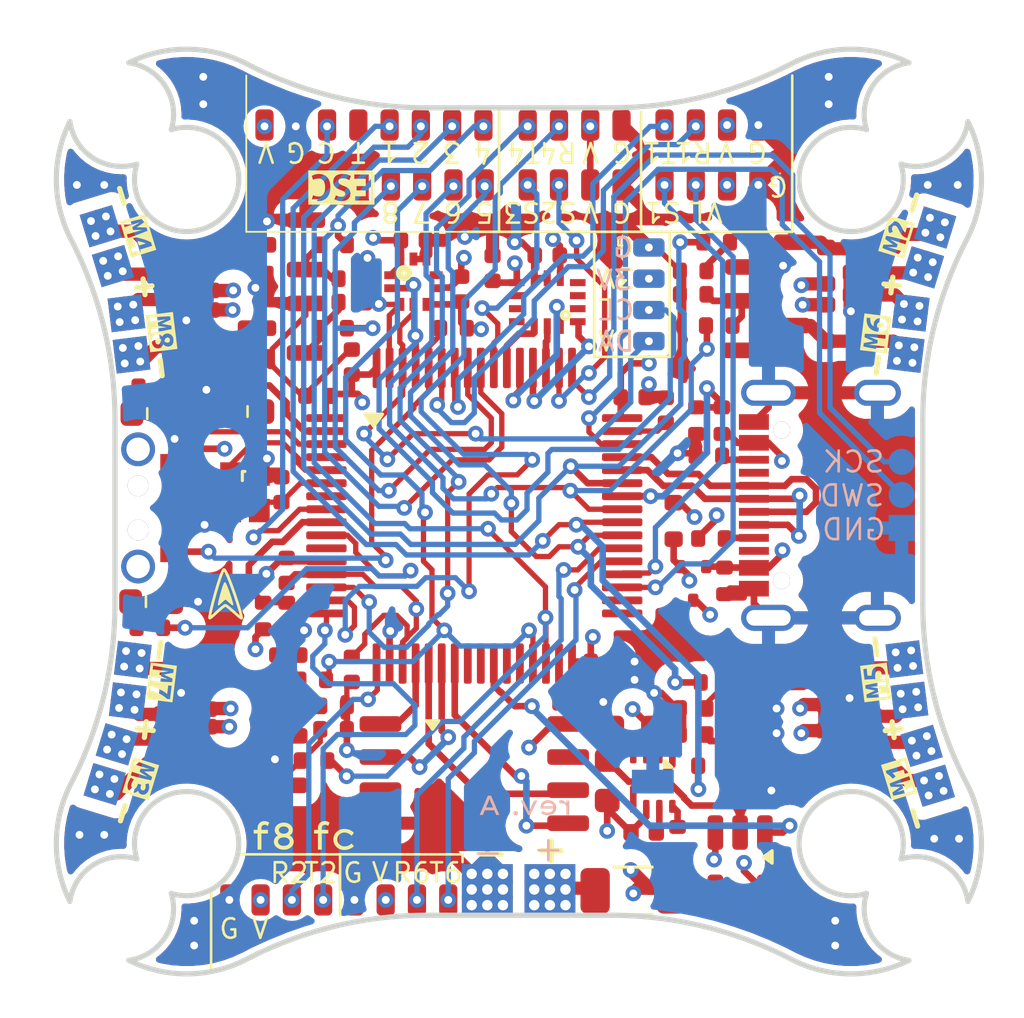
<source format=kicad_pcb>
(kicad_pcb (version 20240108) (generator "pcbnew") (generator_version "8.0")
  (title_block (title "f8 fc") (date "2024-09-15") (rev "A") (company "Victor Krook"))
  (layers (0 "F.Cu" signal) (1 "In1.Cu" signal) (2 "In2.Cu" signal) (31 "B.Cu" signal) (34 "B.Paste" user) (35 "F.Paste" user) (36 "B.SilkS" user "B.Silkscreen") (37 "F.SilkS" user "F.Silkscreen") (38 "B.Mask" user) (39 "F.Mask" user) (44 "Edge.Cuts" user))
  (net 0 "")
  (net 1 "+3.3V")
  (net 2 "GND")
  (net 3 "VSYS")
  (net 4 "Net-(U1-PH0)")
  (net 5 "Net-(D1-A)")
  (net 6 "Net-(U1-PH1)")
  (net 7 "Net-(D2-A)")
  (net 8 "Net-(D3-A)")
  (net 9 "VBAT")
  (net 10 "VBUS")
  (net 11 "USB-")
  (net 12 "USB+")
  (net 13 "VSUB_SENSE")
  (net 15 "LED_RED")
  (net 16 "LED_BLUE")
  (net 18 "Net-(U1-VCAP_1)")
  (net 19 "RX6")
  (net 20 "TX6")
  (net 21 "RX2")
  (net 22 "LED_GREEN")
  (net 23 "TX4")
  (net 25 "BOOT0")
  (net 26 "SWDIO")
  (net 28 "Net-(U1-VCAP_2)")
  (net 29 "TX1")
  (net 30 "SWCLK")
  (net 31 "RX1")
  (net 32 "TX2")
  (net 33 "RX4")
  (net 34 "RGB_LED")
  (net 35 "SERVO_1")
  (net 36 "SERVO_3")
  (net 39 "FLASH_MISO")
  (net 40 "SERVO_2")
  (net 41 "FLASH_CLK")
  (net 43 "FLASH_MOSI")
  (net 44 "CURR_EXT")
  (net 45 "FLASH_CS")
  (net 46 "CURR_SENSE")
  (net 49 "Net-(U4-SW)")
  (net 50 "VBAT+")
  (net 51 "Net-(U4-PG)")
  (net 59 "Net-(D5-A)")
  (net 60 "Net-(Q3-G)")
  (net 61 "M1")
  (net 64 "Net-(D6-A)")
  (net 65 "Net-(D7-A)")
  (net 66 "Net-(D8-A)")
  (net 67 "Net-(D9-A)")
  (net 68 "Net-(D10-A)")
  (net 69 "Net-(D11-A)")
  (net 70 "Net-(D12-A)")
  (net 71 "Net-(Q2-G)")
  (net 72 "Net-(Q4-G)")
  (net 73 "Net-(Q5-G)")
  (net 74 "Net-(Q6-G)")
  (net 75 "Net-(Q7-G)")
  (net 76 "Net-(Q8-G)")
  (net 77 "Net-(Q9-G)")
  (net 78 "VBAT_SENSE")
  (net 79 "M2")
  (net 80 "M3")
  (net 81 "M4")
  (net 82 "M5")
  (net 83 "M6")
  (net 84 "M7")
  (net 85 "M8")
  (net 86 "Net-(U5-CC2)")
  (net 87 "Net-(U5-CC1)")
  (net 90 "I2C1_SCL")
  (net 91 "I2C1_SDA")
  (net 92 "IMU_MISO")
  (net 93 "IMU_SCK")
  (net 94 "IMU_CS")
  (net 95 "IMU_MOSI")
  (net 96 "Telemetry")
  (footprint "custom:Conn_4_Accesory" (layer "F.Cu") (at 173.1 114.9 180)
    (property "Reference" "J16" (hide yes))
    (property "Value" "I2C" (hide yes))
  )
  (footprint "custom:LED_0603_1608Metric_NoSilk" (layer "F.Cu") (at 154.05 119.075 180)
    (property "Reference" "D2" (hide yes))
    (property "Value" "BLUE")
  )
  (footprint "custom:R_0402_1005Metric_NoSilk" (layer "F.Cu") (at 175.9 119.35 90)
    (property "Reference" "R2" (hide yes))
    (property "Value" "10k")
  )
  (footprint "custom:R_0402_1005Metric_NoSilk" (layer "F.Cu") (at 175.7 112.5)
    (property "Reference" "R16" (hide yes))
    (property "Value" "100R")
  )
  (footprint "custom:R_0402_1005Metric_NoSilk" (layer "F.Cu") (at 160.25 132.4 180)
    (property "Reference" "R18" (hide yes))
    (property "Value" "100R")
  )
  (footprint "custom:C_0402_1005Metric_NoSilk" (layer "F.Cu") (at 181.3 131.7 180)
    (property "Reference" "C17" (hide yes))
    (property "Value" "1uF" (hide yes))
  )
  (footprint "custom:R_0402_1005Metric_NoSilk" (layer "F.Cu") (at 158.3 126.85 90)
    (property "Reference" "R7" (hide yes))
    (property "Value" "22k")
  )
  (footprint "custom:R_0402_1005Metric_NoSilk" (layer "F.Cu") (at 161.7 113.9 180)
    (property "Reference" "R21" (hide yes))
    (property "Value" "10k")
  )
  (footprint "custom:R_0402_1005Metric_NoSilk" (layer "F.Cu") (at 174.8 130.4)
    (property "Reference" "R23" (hide yes))
    (property "Value" "10k")
  )
  (footprint "custom:C_0402_1005Metric_NoSilk" (layer "F.Cu") (at 159.2 125.1 90)
    (property "Reference" "C16" (hide yes))
    (property "Value" "0.1uF" (hide yes))
  )
  (footprint "custom:Conn_2_Motors" (layer "F.Cu") (at 183.54971 113.340176 163)
    (property "Reference" "J3" (hide yes))
    (property "Value" "M2")
  )
  (footprint "custom:R_0402_1005Metric_NoSilk" (layer "F.Cu") (at 161 115.8 180)
    (property "Reference" "R28" (hide yes))
    (property "Value" "100R")
  )
  (footprint "custom:SOT-23_NoSilk" (layer "F.Cu") (at 177.7 112.5)
    (property "Reference" "Q3" (hide yes))
    (property "Value" "2300A")
  )
  (footprint "custom:R_0402_1005Metric_NoSilk" (layer "F.Cu") (at 157.4 118)
    (property "Reference" "R4" (hide yes))
    (property "Value" "1k")
  )
  (footprint "custom:R_0402_1005Metric_NoSilk" (layer "F.Cu") (at 161.7 114.8 180)
    (property "Reference" "R29" (hide yes))
    (property "Value" "10k")
  )
  (footprint "Package_SO:SOIC-8_5.23x5.23mm_P1.27mm" (layer "F.Cu") (at 166.4 132.9)
    (property "Reference" "U13" (hide yes))
    (property "Value" "W25Q128JVS" (hide yes))
  )
  (footprint "custom:C_0402_1005Metric_NoSilk" (layer "F.Cu") (at 159 122 90)
    (property "Reference" "C8" (hide yes))
    (property "Value" "24pF" (hide yes))
  )
  (footprint "custom:R_0402_1005Metric_NoSilk" (layer "F.Cu") (at 160.2 129.3 180)
    (property "Reference" "R26" (hide yes))
    (property "Value" "100R")
  )
  (footprint "custom:SOT-23_NoSilk" (layer "F.Cu") (at 159 115.8 180)
    (property "Reference" "Q9" (hide yes))
    (property "Value" "2300A")
  )
  (footprint "custom:R_0402_1005Metric_NoSilk" (layer "F.Cu") (at 153.95 127.3)
    (property "Reference" "R6" (hide yes))
    (property "Value" "1k")
  )
  (footprint "custom:R_0402_1005Metric_NoSilk" (layer "F.Cu") (at 175.8 115.7)
    (property "Reference" "R24" (hide yes))
    (property "Value" "100R")
  )
  (footprint "custom:Conn_2_Bat" (layer "F.Cu") (at 169.3 137.35 -90)
    (property "Reference" "J1" (hide yes))
    (property "Value" "Battery" (hide yes))
  )
  (footprint "custom:C_0402_1005Metric_NoSilk" (layer "F.Cu") (at 181.3 114.525 180)
    (property "Reference" "C22" (hide yes))
    (property "Value" "1uF" (hide yes))
  )
  (footprint "custom:R_0402_1005Metric_NoSilk" (layer "F.Cu") (at 174.2 135.4575 90)
    (property "Reference" "R1" (hide yes))
    (property "Value" "100k")
  )
  (footprint "Package_TO_SOT_SMD:SOT-23-5" (layer "F.Cu") (at 176.6 136.3 -90)
    (property "Reference" "U14" (hide yes))
    (property "Value" "INA180A3" (hide yes))
  )
  (footprint "custom:SOT-23_NoSilk" (layer "F.Cu") (at 177.5 132.6)
    (property "Reference" "Q2" (hide yes))
    (property "Value" "2300A")
  )
  (footprint "custom:SOT-23_NoSilk" (layer "F.Cu") (at 159 112.6 180)
    (property "Reference" "Q5" (hide yes))
    (property "Value" "2300A")
  )
  (footprint "custom:SOT-23_NoSilk" (layer "F.Cu") (at 177.5 129.4)
    (property "Reference" "Q6" (hide yes))
    (property "Value" "2300A")
  )
  (footprint "custom:C_0402_1005Metric_NoSilk" (layer "F.Cu") (at 181.3 130.7 180)
    (property "Reference" "C21" (hide yes))
    (property "Value" "1uF" (hide yes))
  )
  (footprint "custom:C_0402_1005Metric_NoSilk" (layer "F.Cu") (at 178.8 138 -90)
    (property "Reference" "C10" (hide yes))
    (property "Value" "0.1uF" (hide yes))
  )
  (footprint "easyeda2kicad:SENSORM-SMD_BMP388" (layer "F.Cu") (at 164.065001 114.015001 90)
    (property "Reference" "U2" (hide yes))
    (property "Value" "BMP388")
  )
  (footprint "custom:Conn_8_Accesory" (layer "F.Cu") (at 158.55 108 90)
    (property "Reference" "J12" (hide yes))
    (property "Value" "FC-ESC con" (hide yes))
  )
  (footprint "custom:C_0402_1005Metric_NoSilk" (layer "F.Cu") (at 154.85 130.625)
    (property "Reference" "C23" (hide yes))
    (property "Value" "1uF" (hide yes))
  )
  (footprint "custom:Conn_4_Accesory" (layer "F.Cu") (at 169.85 110.3 90)
    (property "Reference" "J18" (hide yes))
    (property "Value" "I2C" (hide yes))
  )
  (footprint "custom:C_0402_1005Metric_NoSilk" (layer "F.Cu") (at 161.7 128.9 -90)
    (property "Reference" "C12" (hide yes))
    (property "Value" "0.1uF" (hide yes))
  )
  (footprint "custom:R_0402_1005Metric_NoSilk" (layer "F.Cu") (at 161 131.2 180)
    (property "Reference" "R19" (hide yes))
    (property "Value" "10k")
  )
  (footprint "kibuzzard-66E556E1" (layer "F.Cu") (at 154.4 129.4 -97)
    (property "Reference" "kibuzzard-66E556E1" (hide yes))
    (property "Value" "G***" (hide yes))
  )
  (footprint "custom:C_0402_1005Metric_NoSilk" (layer "F.Cu") (at 172.5 118.45)
    (property "Reference" "C9" (hide yes))
    (property "Value" "0.1uF" (hide yes))
  )
  (footprint "easyeda2kicad:SW-SMD_TS-1086EV-16" (layer "F.Cu") (at 154.2 122.7 -90)
    (property "Reference" "SW1" (hide yes))
    (property "Value" "SW_SPST")
  )
  (footprint "custom:D_SOD-523_NoSilk" (layer "F.Cu") (at 179.85 131.95 -90)
    (property "Reference" "D5" (hide yes))
    (property "Value" "D_Schottky")
  )
  (footprint "kibuzzard-66E5570F" (layer "F.Cu") (at 153.5 112.25 -73)
    (property "Reference" "kibuzzard-66E5570F" (hide yes))
    (property "Value" "G***" (hide yes))
  )
  (footprint "custom:SOT-23_NoSilk" (layer "F.Cu") (at 177.6 115.7)
    (property "Reference" "Q7" (hide yes))
    (property "Value" "2300A")
  )
  (footprint "custom:C_0402_1005Metric_NoSilk" (layer "F.Cu") (at 167.1 113.5 90)
    (property "Reference" "C4" (hide yes))
    (property "Value" "100nF" (hide yes))
  )
  (footprint "custom:Conn_4_Accesory" (layer "F.Cu") (at 169.85 108 90)
    (property "Reference" "J14" (hide yes))
    (property "Value" "UART4" (hide yes))
  )
  (footprint "custom:C_0402_1005Metric_NoSilk" (layer "F.Cu") (at 156.1 122 -90)
    (property "Reference" "C7" (hide yes))
    (property "Value" "24pF" (hide yes))
  )
  (footprint "kibuzzard-66E3374B" (layer "F.Cu") (at 161.3 110.4 180)
    (property "Reference" "kibuzzard-66E3374B" (hide yes))
    (property "Value" "G***" (hide yes))
  )
  (footprint "custom:C_0402_1005Metric_NoSilk" (layer "F.Cu") (at 171.35 128.6)
    (property "Reference" "C11" (hide yes))
    (property "Value" "0.1uF" (hide yes))
  )
  (footprint "custom:R_0402_1005Metric_NoSilk" (layer "F.Cu") (at 154.025 118.05)
    (property "Reference" "R5" (hide yes))
    (property "Value" "1k")
  )
  (footprint "kibuzzard-66DD79C8" (layer "F.Cu") (at 182.6 112.3 73)
    (property "Reference" "kibuzzard-66DD79C8" (hide yes))
    (property "Value" "G***" (hide yes))
  )
  (footprint "custom:Conn_4_Accesory" (layer "F.Cu") (at 159.2 137.75 -90)
    (property "Reference" "J15" (hide yes))
    (property "Value" "USART6" (hide yes))
  )
  (footprint "custom:R_0402_1005Metric_NoSilk" (layer "F.Cu") (at 174.8 114.5)
    (property "Reference" "R25" (hide yes))
    (property "Value" "10k")
  )
  (footprint "custom:Conn_2_Motors" (layer "F.Cu") (at 152.40903 113.348651 -163)
    (property "Reference" "J5" (hide yes))
    (property "Value" "M4")
  )
  (footprint "custom:R_0402_1005Metric_NoSilk" (layer "F.Cu") (at 175.5 123.875 180)
    (property "Reference" "R10" (hide yes))
    (property "Value" "5.11k")
  )
  (footprint "custom:C_0402_1005Metric_NoSilk" (layer "F.Cu") (at 154.9 114.7)
    (property "Reference" "C24" (hide yes))
    (property "Value" "1uF" (hide yes))
  )
  (footprint "custom:Conn_2_Motors" (layer "F.Cu") (at 183.234563 115.317405 -7)
    (property "Reference" "J7" (hide yes))
    (property "Value" "M6")
  )
  (footprint "Resistor_SMD:R_1206_3216Metric" (layer "F.Cu") (at 172.5 137.4)
    (property "Reference" "R12" (hide yes))
    (property "Value" "1m")
  )
  (footprint "custom:D_SOD-523_NoSilk" (layer "F.Cu") (at 174.05 123.2 90)
    (property "Reference" "D4" (hide yes))
    (property "Value" "D_Schottky")
  )
  (footprint "custom:R_0402_1005Metric_NoSilk" (layer "F.Cu") (at 174.925 119.35 -90)
    (property "Reference" "R3" (hide yes))
    (property "Value" "20k")
  )
  (footprint "custom:C_0402_1005Metric_NoSilk" (layer "F.Cu") (at 154.85 131.625)
    (property "Reference" "C19" (hide yes))
    (property "Value" "1uF" (hide yes))
  )
  (footprint "custom:D_SOD-523_NoSilk" (layer "F.Cu") (at 179.9 113.4 90)
    (property "Reference" "D6" (hide yes))
    (property "Value" "D_Schottky")
  )
  (footprint "custom:C_0402_1005Metric_NoSilk" (layer "F.Cu") (at 154.9 113.725)
    (property "Reference" "C20" (hide yes))
    (property "Value" "1uF" (hide yes))
  )
  (footprint "Package_TO_SOT_SMD:SOT-523" (layer "F.Cu") (at 174.8 125.6 -90)
    (property "Reference" "Q1" (hide yes))
    (property "Value" "PMOS")
  )
  (footprint "custom:SOT-23_NoSilk" (layer "F.Cu") (at 158.325 129.3 180)
    (property "Reference" "Q8" (hide yes))
    (property "Value" "2300A")
  )
  (footprint "custom:C_0402_1005Metric_NoSilk" (layer "F.Cu") (at 165.9 114.3 -90)
    (property "Reference" "C6" (hide yes))
    (property "Value" "0.1uF" (hide yes))
  )
  (footprint "custom:C_0402_1005Metric_NoSilk" (layer "F.Cu") (at 169.2 113 180)
    (property "Reference" "C3" (hide yes))
    (property "Value" "100nF" (hide yes))
  )
  (footprint "kibuzzard-66DD778E" (layer "F.Cu") (at 182.7 133.1 107)
    (property "Reference" "kibuzzard-66DD778E" (hide yes))
    (property "Value" "G***" (hide yes))
  )
  (footprint "custom:D_SOD-523_NoSilk" (layer "F.Cu") (at 179.85 129.55 90)
    (property "Reference" "D9" (hide yes))
    (property "Value" "D_Schottky")
  )
  (footprint "custom:R_0402_1005Metric_NoSilk" (layer "F.Cu") (at 161 112.6 180)
    (property "Reference" "R20" (hide yes))
    (property "Value" "100R")
  )
  (footprint "custom:D_SOD-523_NoSilk" (layer "F.Cu") (at 156.3 115.8 -90)
    (property "Reference" "D12" (hide yes))
    (property "Value" "D_Schottky")
  )
  (footprint "custom:C_0402_1005Metric_NoSilk" (layer "F.Cu") (at 160.4 118.4 180)
    (property "Reference" "C15" (hide yes))
    (property "Value" "0.1uF" (hide yes))
  )
  (footprint "custom:Conn_4_Accesory" (layer "F.Cu") (at 175.1 110.3 90)
    (property "Reference" "J17" (hide yes))
    (property "Value" "I2C" (hide yes))
  )
  (footprint "custom:R_0402_1005Metric_NoSilk" (layer "F.Cu") (at 161 130.3 180)
    (property "Reference" "R27" (hide yes))
    (property "Value" "10k")
  )
  (footprint "custom:D_SOD-523_NoSilk" (layer "F.Cu") (at 179.9 115.6 -90)
    (property "Reference" "D10" (hide yes))
    (property "Value" "D_Schottky")
  )
  (footprint "kibuzzard-66DD7786" (layer "F.Cu") (at 181.8 129.4 97)
    (property "Reference" "kibuzzard-66DD7786" (hide yes))
    (property "Value" "G***" (hide yes))
  )
  (footprint "custom:Conn_2_Motors" (layer "F.Cu") (at 152.750291 131.901351 -17)
    (property "Reference" "J4" (hide yes))
    (property "Value" "M3")
  )
  (footprint "custom:C_0402_1005Metric_NoSilk" (layer "F.Cu") (at 171.35 129.325)
    (property "Reference" "C13" (hide yes))
    (property "Value" "0.1uF" (hide yes))
  )
  (footprint "custom:C_0402_1005Metric_NoSilk" (layer "F.Cu") (at 161.7 117.1 90)
    (property "Reference" "C14" (hide yes))
    (property "Value" "0.1uF" (hide yes))
  )
  (footprint "easyeda2kicad:USB-SMD_GT-USB-7010AN" (layer "F.Cu") (at 179.5 122.6 90)
    (property "Reference" "U5" (hide yes))
    (property "Value" "GT-USB-7010AN")
  )
  (footprint "Crystal:Crystal_SMD_2016-4Pin_2.0x1.6mm" (layer "F.Cu") (at 157.6 122.1 -90)
    (property "Reference" "Y1" (hide yes))
    (property "Value" "8 MHz")
  )
  (footprint "custom:C_0402_1005Metric_NoSilk" (layer "F.Cu") (at 173.75 118.95 90)
    (property "Reference" "C26" (hide yes))
    (property "Value" "2.2uF" (hide yes))
  )
  (footprint "custom:C_0402_1005Metric_NoSilk" (layer "F.Cu") (at 181.3 113.675 180)
    (property "Reference" "C18" (hide yes))
    (property "Value" "1uF" (hide yes))
  )
  (footprint "custom:D_SOD-523_NoSilk" (layer "F.Cu") (at 156.3 113.65 90)
    (property "Reference" "D8" (hide yes))
    (property "Value" "D_Schottky")
  )
  (footprint "kibuzzard-66E55715" (layer "F.Cu") (at 154.4 115.95 -83)
    (property "Reference" "kibuzzard-66E55715" (hide yes))
    (property "Value" "G***" (hide yes))
  )
  (footprint "custom:C_0402_1005Metric_NoSilk" (layer "F.Cu") (at 164.065001 112.425)
    (property "Reference" "C5" (hide yes))
    (property "Value" "0.1uF" (hide yes))
  )
  (footprint "custom:C_0402_1005Metric_NoSilk" (layer "F.Cu") (at 170.15 130.175)
    (property "Reference" "C25" (hide yes))
    (property "Value" "2.2uF" (hide yes))
  )
  (footprint "custom:SOT-23_NoSilk" (layer "F.Cu") (at 158.325 132.4 180)
    (property "Reference" "Q4" (hide yes))
    (property "Value" "2300A")
  )
  (footprint "kibuzzard-66DD79DA" (layer "F.Cu") (at 181.8 116 83)
    (property "Reference" "kibuzzard-66DD79DA" (hide yes))
    (property "Value" "G***" (hide yes))
  )
  (footprint "custom:C_0603_1608Metric_NoSilk" (layer "F.Cu") (at 172.475 131.15 180)
    (property "Reference" "C2" (hide yes))
    (property "Value" "10uF")
  )
  (footprint "custom:R_0402_1005Metric_NoSilk" (layer "F.Cu") (at 174.8 131.4)
    (property "Reference" "R15" (hide yes))
    (property "Value" "10k")
  )
  (footprint "custom:Conn_2_Motors" (layer "F.Cu") (at 153.015437 130.00697 173)
    (property "Reference" "J8" (hide yes))
    (property "Value" "M7")
  )
  (footprint "custom:R_0402_1005Metric_NoSilk" (layer "F.Cu") (at 175.6 129.4)
    (property "Reference" "R22" (hide yes))
    (property "Value" "100R")
  )
  (footprint "Package_QFP:LQFP-64_10x10mm_P0.5mm" (layer "F.Cu") (at 166.4 123)
    (property "Reference" "U1" (hide yes))
    (property "Value" "STM32F405RGT6")
  )
  (footprint "custom:R_0402_1005Metric_NoSilk" (layer "F.Cu") (at 174.8 113.6)
    (property "Reference" "R17" (hide yes))
    (property "Value" "10k")
  )
  (footprint "custom:R_0402_1005Metric_NoSilk" (layer "F.Cu") (at 175.4 120.7 180)
    (property "Reference" "R9" (hide yes))
    (property "Value" "5.11k")
  )
  (footprint "custom:Conn_4_Accesory" (layer "F.Cu") (at 175.1 108 90)
    (property "Reference" "J10" (hide yes))
    (property "Value" "USART1" (hide yes))
  )
  (footprint "kibuzzard-66E556E7" (layer "F.Cu") (at 153.6 133.1 -107)
    (property "Reference" "kibuzzard-66E556E7" (hide yes))
    (property "Value" "G***" (hide yes))
  )
  (footprint "custom:Conn_4_Accesory" (layer "F.Cu") (at 164 137.75 -90)
    (property "Reference" "J11" (hide yes))
    (property "Value" "USART2" (hide yes))
  )
  (footprint "custom:C_0603_1608Metric_NoSilk" (layer "F.Cu") (at 171.5 133.1575 90)
    (property "Reference" "C1" (hide yes))
    (property "Value" "22uF")
  )
  (footprint "custom:R_0402_1005Metric_NoSilk" (layer "F.Cu") (at 175.5 132.6)
    (property "Reference" "R14" (hide yes))
    (property "Value" "100R")
  )
  (footprint "custom:Conn_2_Motors" (layer "F.Cu") (at 182.986054 130.00697 -173)
    (property "Reference" "J6" (hide yes))
    (property "Value" "M5" (hide yes))
  )
  (footprint "custom:Conn_2_Motors" (layer "F.Cu") (at 183.690971 131.901351 17)
    (property "Reference" "J2" (hide yes))
    (property "Value" "M1" (hide yes))
  )
  (footprint "custom:R_0402_1005Metric_NoSilk" (layer "F.Cu") (at 176 125.5 -90)
    (property "Reference" "R11" (hide yes))
    (property "Value" "10k")
  )
  (footprint "custom:Conn_4_Accesory" (layer "F.Cu") (at 165.4 110.3 -90)
    (property "Reference" "J13" (hide yes))
    (property "Value" "Motors2" (hide yes))
  )
  (footprint "custom:R_0402_1005Metric_NoSilk" (layer "F.Cu") (at 159.2 126.85 -90)
    (property "Reference" "R8" (hide yes))
    (property "Value" "4.7k")
  )
  (footprint "custom:LED_0603_1608Metric_NoSilk" (layer "F.Cu") (at 154 126.3 180)
    (property "Reference" "D3" (hide yes))
    (property "Value" "GREEN")
  )
  (footprint "custom:LED_0603_1608Metric_NoSilk" (layer "F.Cu") (at 157.5 119)
    (property "Reference" "D1" (hide yes))
    (property "Value" "RED")
  )
  (footprint "Package_SON:WSON-8-1EP_2x2mm_P0.5mm_EP0.9x1.6mm_ThermalVias" (layer "F.Cu") (at 173.25 133.2075 -90)
    (property "Reference" "U4" (hide yes))
    (property "Value" "TPS62172DSG")
  )
  (footprint "easyeda2kicad:LGA-14_L3.0-W2.5-P0.50-BR" (layer "F.Cu") (at 169.2 114.8)
    (property "Reference" "U3" (hide yes))
    (property "Value" "BMI270")
  )
  (footprint "custom:D_SOD-523_NoSilk" (layer "F.Cu") (at 156.2 129.725 90)
    (property "Reference" "D11" (hide yes))
    (property "Value" "D_Schottky")
  )
  (footprint "custom:Conn_2_Motors" (layer "F.Cu") (at 153.163946 115.317406 7)
    (property "Reference" "J9" (hide yes))
    (property "Value" "M8")
  )
  (footprint "custom:R_0402_1005Metric_NoSilk" (layer "F.Cu") (at 165.6 115.8)
    (property "Reference" "R13" (hide yes))
    (property "Value" "10k")
  )
  (footprint "Inductor_SMD:L_0402_1005Metric" (layer "F.Cu") (at 172.9 135.1575 180)
    (property "Reference" "L1" (hide yes))
    (property "Value" "2.2uH")
  )
  (footprint "custom:D_SOD-523_NoSilk" (layer "F.Cu") (at 156.2 131.8 -90)
    (property "Reference" "D7" (hide yes))
    (property "Value" "D_Schottky")
  )
  (footprint "Connector_PinHeader_1.27mm:PinHeader_1x03_P1.27mm_Vertical" (layer "B.Cu") (at 182.8 120.93 180)
    (property "Reference" "J19" (hide yes))
    (property "Value" "Debug" (hide yes))
  )
  (gr_poly (pts (xy 168.5 134.35) (xy 168.299784 133.9328) (xy 168.183367 133.9328) (xy 168.46065 134.488425) (xy 168.547434 134.488425) (xy 168.815196 133.9328) (xy 168.693484 133.9328)) (stroke (width -0.000001)) (fill solid) (layer "B.SilkS"))
  (gr_poly (pts (xy 166.605273 134.488425) (xy 166.729098 134.488425) (xy 166.805744 134.308509) (xy 167.165457 134.308509) (xy 167.24239 134.488425) (xy 167.359865 134.488425) (xy 167.236 134.198442) (xy 167.118392 134.198442) (xy 166.852634 134.198442) (xy 166.930181 134.016409) (xy 166.933094 134.009331) (xy 166.936533 134.000798) (xy 166.940501 133.99081) (xy 166.944998 133.979367) (xy 166.949366 133.966469) (xy 166.953997 133.953173) (xy 166.958891 133.939481) (xy 166.964048 133.925392) (xy 166.984157 133.871417) (xy 166.984941 133.869231) (xy 166.987331 133.87565) (xy 166.9917 133.888417) (xy 166.996331 133.901315) (xy 167.001225 133.914346) (xy 167.006381 133.927509) (xy 167.011144 133.940605) (xy 167.015906 133.953437) (xy 167.020669 133.966005) (xy 167.025431 133.978309) (xy 167.034429 134.000533) (xy 167.042365 134.020642) (xy 167.118392 134.198442) (xy 167.236 134.198442) (xy 167.043423 133.747592) (xy 166.919598 133.747592)) (stroke (width -0.000001)) (fill solid) (layer "B.SilkS"))
  (gr_poly (pts (xy 167.98185 134.3414) (xy 167.976673 134.341648) (xy 167.971662 134.342061) (xy 167.966817 134.34264) (xy 167.962137 134.343384) (xy 167.957623 134.344293) (xy 167.953274 134.345368) (xy 167.94909 134.346608) (xy 167.945072 134.348014) (xy 167.941219 134.349585) (xy 167.937532 134.351321) (xy 167.93401 134.353223) (xy 167.930653 134.35529) (xy 167.927462 134.357523) (xy 167.924436 134.35992) (xy 167.921575 134.362484) (xy 167.918884 134.365192) (xy 167.916366 134.368023) (xy 167.914022 134.370979) (xy 167.911852 134.374059) (xy 167.909855 134.377263) (xy 167.908032 134.380591) (xy 167.906382 134.384043) (xy 167.904906 134.387619) (xy 167.903604 134.391319) (xy 167.902476 134.395143) (xy 167.901521 134.399091) (xy 167.900739 134.403163) (xy 167.900131 134.407359) (xy 167.899697 134.41168) (xy 167.899437 134.416124) (xy 167.89935 134.420692) (xy 167.899441 134.424756) (xy 167.899714 134.428745) (xy 167.900169 134.43266) (xy 167.900806 134.436501) (xy 167.901625 134.440267) (xy 167.902625 134.443959) (xy 167.903808 134.447576) (xy 167.905173 134.451119) (xy 167.906719 134.454588) (xy 167.908447 134.457982) (xy 167.910357 134.461301) (xy 167.912449 134.464547) (xy 167.914722 134.467718) (xy 167.917178 134.470814) (xy 167.919815 134.473836) (xy 167.922633 134.476784) (xy 167.92549 134.479603) (xy 167.928504 134.482241) (xy 167.931675 134.484696) (xy 167.935003 134.48697) (xy 167.938489 134.489062) (xy 167.942131 134.490972) (xy 167.945931 134.4927) (xy 167.949887 134.494246) (xy 167.954001 134.49561) (xy 167.958271 134.496793) (xy 167.962699 134.497793) (xy 167.967284 134.498612) (xy 167.972025 134.499248) (xy 167.976924 134.499703) (xy 167.981979 134.499976) (xy 167.987192 134.500067) (xy 167.992534 134.499984) (xy 167.99771 134.499736) (xy 168.002721 134.499323) (xy 168.007567 134.498744) (xy 168.012246 134.498) (xy 168.016761 134.497091) (xy 168.02111 134.496016) (xy 168.025293 134.494775) (xy 168.029312 134.49337) (xy 168.033164 134.491799) (xy 168.036852 134.490063) (xy 168.040374 134.488161) (xy 168.04373 134.486094) (xy 168.046922 134.483861) (xy 168.049948 134.481463) (xy 168.052808 134.4789) (xy 168.0555 134.476192) (xy 168.058017 134.47336) (xy 168.060361 134.470405) (xy 168.062532 134.467325) (xy 168.064529 134.464121) (xy 168.066352 134.460793) (xy 168.068001 134.457341) (xy 168.069477 134.453765) (xy 168.070779 134.450065) (xy 168.071908 134.446241) (xy 168.072863 134.442293) (xy 168.073644 134.438221) (xy 168.074252 134.434025) (xy 168.074686 134.429704) (xy 168.074946 134.42526) (xy 168.075033 134.420692) (xy 168.074946 134.416628) (xy 168.074686 134.412639) (xy 168.074252 134.408724) (xy 168.073644 134.404883) (xy 168.072863 134.401117) (xy 168.071908 134.397425) (xy 168.070779 134.393808) (xy 168.069477 134.390265) (xy 168.068001 134.386796) (xy 168.066352 134.383402) (xy 168.064529 134.380082) (xy 168.062532 134.376837) (xy 168.060361 134.373666) (xy 168.058017 134.37057) (xy 168.0555 134.367548) (xy 168.052808 134.3646) (xy 168.049824 134.361781) (xy 168.046691 134.359143) (xy 168.043409 134.356688) (xy 168.039977 134.354414) (xy 168.036397 134.352322) (xy 168.032668 134.350412) (xy 168.02879 134.348684) (xy 168.024763 134.347138) (xy 168.020587 134.345774) (xy 168.016262 134.344591) (xy 168.011789 134.343591) (xy 168.007167 134.342772) (xy 168.002396 134.342136) (xy 167.997476 134.341681) (xy 167.992408 134.341408) (xy 167.987192 134.341317)) (stroke (width -0.000001)) (fill solid) (layer "B.SilkS"))
  (gr_poly (pts (xy 169.21924 133.920179) (xy 169.211799 133.920415) (xy 169.204423 133.920807) (xy 169.197114 133.921357) (xy 169.189871 133.922064) (xy 169.182694 133.922928) (xy 169.175584 133.923949) (xy 169.168539 133.925128) (xy 169.161561 133.926463) (xy 169.154648 133.927955) (xy 169.147802 133.929605) (xy 169.141022 133.931411) (xy 169.134309 133.933375) (xy 169.127661 133.935496) (xy 169.121079 133.937774) (xy 169.114564 133.940209) (xy 169.108003 133.942784) (xy 169.10155 133.945484) (xy 169.095204 133.948307) (xy 169.088965 133.951255) (xy 169.082835 133.954327) (xy 169.076811 133.957522) (xy 169.070895 133.960842) (xy 169.065087 133.964286) (xy 169.059386 133.967854) (xy 169.053792 133.971545) (xy 169.048306 133.975361) (xy 169.042928 133.979301) (xy 169.037657 133.983365) (xy 169.032494 133.987553) (xy 169.027438 133.991864) (xy 169.022489 133.9963) (xy 169.017665 134.000852) (xy 169.012981 134.005511) (xy 169.008437 134.010278) (xy 169.004035 134.015152) (xy 168.999772 134.020133) (xy 168.995651 134.025222) (xy 168.99167 134.030419) (xy 168.987829 134.035723) (xy 168.984129 134.041134) (xy 168.98057 134.046654) (xy 168.977151 134.05228) (xy 168.973872 134.058014) (xy 168.970734 134.063856) (xy 168.967737 134.069805) (xy 168.96488 134.075861) (xy 168.962164 134.082025) (xy 168.959477 134.088152) (xy 168.956972 134.094361) (xy 168.954648 134.100653) (xy 168.952507 134.107028) (xy 168.950547 134.113486) (xy 168.94877 134.120026) (xy 168.947174 134.126649) (xy 168.94576 134.133354) (xy 168.944528 134.140142) (xy 168.943478 134.147013) (xy 168.94261 134.153967) (xy 168.941924 134.161003) (xy 168.941419 134.168122) (xy 168.941097 134.175324) (xy 168.940956 134.182608) (xy 168.940998 134.189975) (xy 168.942056 134.240775) (xy 169.433881 134.240775) (xy 169.433404 134.243855) (xy 169.43213 134.250449) (xy 169.430625 134.256919) (xy 169.428889 134.263265) (xy 169.426921 134.269487) (xy 169.424722 134.275585) (xy 169.422291 134.281558) (xy 169.419629 134.287408) (xy 169.416735 134.293134) (xy 169.413609 134.298736) (xy 169.410252 134.304213) (xy 169.406664 134.309567) (xy 169.402869 134.314784) (xy 169.398892 134.319853) (xy 169.394733 134.324772) (xy 169.390392 134.329543) (xy 169.38587 134.334165) (xy 169.381165 134.338638) (xy 169.376279 134.342962) (xy 169.37121 134.347138) (xy 169.36596 134.351164) (xy 169.360528 134.355042) (xy 169.354914 134.358771) (xy 169.349118 134.362351) (xy 169.34314 134.365783) (xy 169.33698 134.369065) (xy 169.330638 134.372199) (xy 169.324114 134.375184) (xy 169.317437 134.378003) (xy 169.310637 134.380641) (xy 169.303712 134.383096) (xy 169.296663 134.38537) (xy 169.289491 134.387462) (xy 169.282194 134.389372) (xy 169.274773 134.3911) (xy 169.267229 134.392646) (xy 169.25956 134.39401) (xy 169.251767 134.395193) (xy 169.24385 134.396193) (xy 169.23581 134.397012) (xy 169.227645 134.397648) (xy 169.219356 134.398103) (xy 169.210943 134.398376) (xy 169.202406 134.398467) (xy 169.187837 134.398202) (xy 169.173765 134.397409) (xy 169.160188 134.396086) (xy 169.153586 134.395226) (xy 169.147108 134.394233) (xy 169.140754 134.393109) (xy 169.134524 134.391852) (xy 169.128418 134.390463) (xy 169.122436 134.388942) (xy 169.116578 134.387288) (xy 169.110844 134.385502) (xy 169.105234 134.383584) (xy 169.099747 134.381534) (xy 169.088966 134.377102) (xy 169.078316 134.372273) (xy 169.067799 134.367048) (xy 169.057414 134.361425) (xy 169.047161 134.355406) (xy 169.037041 134.34899) (xy 169.027053 134.342177) (xy 169.017197 134.334967) (xy 168.965339 134.414342) (xy 168.968833 134.41724) (xy 168.972433 134.420113) (xy 168.976142 134.422961) (xy 168.979958 134.425785) (xy 168.987912 134.431358) (xy 168.996296 134.436832) (xy 169.005109 134.442206) (xy 169.014353 134.447481) (xy 169.024027 134.452657) (xy 169.034131 134.457734) (xy 169.044549 134.46238) (xy 169.055165 134.466796) (xy 169.06598 134.470979) (xy 169.076993 134.474931) (xy 169.088205 134.478652) (xy 169.099615 134.482141) (xy 169.111224 134.485399) (xy 169.123031 134.488425) (xy 169.134689 134.490906) (xy 169.14638 134.493055) (xy 169.158105 134.494874) (xy 169.169862 134.496363) (xy 169.181653 134.49752) (xy 169.193476 134.498347) (xy 169.205333 134.498843) (xy 169.217223 134.499009) (xy 169.229046 134.498868) (xy 169.240704 134.498446) (xy 169.252197 134.497744) (xy 169.263525 134.49676) (xy 169.274687 134.495495) (xy 169.285684 134.493948) (xy 169.296515 134.492121) (xy 169.307181 134.490013) (xy 169.317682 134.487623) (xy 169.328017 134.484952) (xy 169.338187 134.482001) (xy 169.348191 134.478768) (xy 169.358031 134.475254) (xy 169.367704 134.471459) (xy 169.377213 134.467383) (xy 169.386556 134.463025) (xy 169.395692 134.458292) (xy 169.40458 134.453351) (xy 169.413221 134.448204) (xy 169.421613 134.442851) (xy 169.429757 134.43729) (xy 169.437653 134.431523) (xy 169.445302 134.425549) (xy 169.452702 134.419369) (xy 169.459854 134.412982) (xy 169.466758 134.406388) (xy 169.473414 134.399587) (xy 169.479822 134.39258) (xy 169.485981 134.385366) (xy 169.491893 134.377945) (xy 169.497557 134.370318) (xy 169.502972 134.362484) (xy 169.507971 134.354472) (xy 169.512646 134.346311) (xy 169.517 134.338001) (xy 169.52103 134.329543) (xy 169.524739 134.320936) (xy 169.528124 134.31218) (xy 169.531188 134.303275) (xy 169.533929 134.294221) (xy 169.536347 134.285019) (xy 169.538443 134.275667) (xy 169.540217 134.266167) (xy 169.541668 134.256518) (xy 169.542796 134.24672) (xy 169.543603 134.236773) (xy 169.544086 134.226678) (xy 169.544247 134.216434) (xy 169.544152 134.208021) (xy 169.543867 134.199715) (xy 169.543392 134.191517) (xy 169.542726 134.183427) (xy 169.54187 134.175444) (xy 169.540825 134.167569) (xy 169.539588 134.159801) (xy 169.538507 134.153992) (xy 169.43077 134.153992) (xy 169.052123 134.153992) (xy 169.052123 134.14235) (xy 169.052734 134.138014) (xy 169.053511 134.133735) (xy 169.054454 134.129514) (xy 169.055562 134.125351) (xy 169.056835 134.121246) (xy 169.058274 134.117198) (xy 169.059878 134.113209) (xy 169.061647 134.109278) (xy 169.063582 134.105404) (xy 169.065682 134.101588) (xy 169.067948 134.09783) (xy 169.070379 134.09413) (xy 169.072975 134.090488) (xy 169.075737 134.086904) (xy 169.078664 134.083377) (xy 169.081756 134.079909) (xy 169.08498 134.076514) (xy 169.088304 134.073211) (xy 169.091727 134.069999) (xy 169.09525 134.066878) (xy 169.098871 134.063847) (xy 169.102592 134.060908) (xy 169.106412 134.05806) (xy 169.110331 134.055302) (xy 169.114349 134.052636) (xy 169.118467 134.05006) (xy 169.122684 134.047576) (xy 169.127 134.045182) (xy 169.131415 134.042879) (xy 169.135929 134.040668) (xy 169.140543 134.038547) (xy 169.145256 134.036517) (xy 169.150039 134.034595) (xy 169.154863 134.032796) (xy 169.159729 134.031122) (xy 169.164636 134.029572) (xy 169.169585 134.028145) (xy 169.174575 134.026843) (xy 169.179606 134.025665) (xy 169.184679 134.024611) (xy 169.189792 134.023681) (xy 169.194948 134.022874) (xy 169.200144 134.022192) (xy 169.205382 134.021634) (xy 169.210661 134.0212) (xy 169.215982 134.02089) (xy 169.221344 134.020704) (xy 169.226748 134.020642) (xy 169.234623 134.020721) (xy 169.242374 134.020956) (xy 169.250002 134.021349) (xy 169.257505 134.021899) (xy 169.264885 134.022606) (xy 169.27214 134.02347) (xy 169.279271 134.024491) (xy 169.286279 134.025669) (xy 169.293162 134.027005) (xy 169.299921 134.028497) (xy 169.306557 134.030147) (xy 169.313068 134.031953) (xy 169.319455 134.033917) (xy 169.325718 134.036038) (xy 169.331857 134.038315) (xy 169.337872 134.04075) (xy 169.343615 134.043351) (xy 169.3492 134.046125) (xy 169.354628 134.049072) (xy 169.359899 134.052193) (xy 169.365013 134.055488) (xy 169.36997 134.058957) (xy 169.37477 134.062599) (xy 169.379412 134.066415) (xy 169.383898 134.070404) (xy 169.388226 134.074567) (xy 169.392398 134.078904) (xy 169.396412 134.083414) (xy 169.400269 134.088098) (xy 169.403969 134.092956) (xy 169.407512 134.097987) (xy 169.410897 134.103192) (xy 169.413973 134.108442) (xy 169.416851 134.113875) (xy 169.419529 134.119489) (xy 169.42201 134.125285) (xy 169.424292 134.131263) (xy 169.426376 134.137423) (xy 169.428261 134.143764) (xy 169.429947 134.150288) (xy 169.43077 134.153992) (xy 169.538507 134.153992) (xy 169.538162 134.15214) (xy 169.536546 134.144587) (xy 169.534739 134.137141) (xy 169.532742 134.129803) (xy 169.530555 134.122573) (xy 169.528178 134.11545) (xy 169.525611 134.108434) (xy 169.522854 134.101526) (xy 169.519906 134.094725) (xy 169.516793 134.088036) (xy 169.513539 134.081463) (xy 169.510145 134.075006) (xy 169.50661 134.068664) (xy 169.502935 134.062438) (xy 169.499119 134.056328) (xy 169.495163 134.050333) (xy 169.491066 134.044454) (xy 169.486828 134.038691) (xy 169.48245 134.033044) (xy 169.477932 134.027513) (xy 169.473273 134.022097) (xy 169.468473 134.016797) (xy 169.463533 134.011613) (xy 169.458452 134.006545) (xy 169.453231 134.001592) (xy 169.447749 133.996768) (xy 169.442151 133.992084) (xy 169.436438 133.98754) (xy 169.430609 133.983138) (xy 169.424664 133.978875) (xy 169.418603 133.974754) (xy 169.412427 133.970772) (xy 169.406135 133.966932) (xy 169.399727 133.963232) (xy 169.393203 133.959672) (xy 169.386564 133.956253) (xy 169.379809 133.952975) (xy 169.372938 133.949837) (xy 169.365951 133.94684) (xy 169.358849 133.943983) (xy 169.351631 133.941267) (xy 169.344322 133.938704) (xy 169.336947 133.936306) (xy 169.329505 133.934073) (xy 169.321998 133.932006) (xy 169.314424 133.930105) (xy 169.306784 133.928368) (xy 169.299078 133.926797) (xy 169.291306 133.925392) (xy 169.283468 133.924152) (xy 169.275563 133.923077) (xy 169.267593 133.922167) (xy 169.259556 133.921423) (xy 169.251453 133.920844) (xy 169.243284 133.920431) (xy 169.235049 133.920183) (xy 169.226748 133.9201)) (stroke (width -0.000001)) (fill solid) (layer "B.SilkS"))
  (gr_poly (pts (xy 169.736897 133.921241) (xy 169.730382 133.921489) (xy 169.723933 133.921903) (xy 169.71755 133.922481) (xy 169.711233 133.923226) (xy 169.704982 133.924135) (xy 169.698797 133.92521) (xy 169.692679 133.92645) (xy 169.686511 133.927823) (xy 169.680706 133.929295) (xy 169.675266 133.930866) (xy 169.670189 133.932536) (xy 169.665476 133.934305) (xy 169.661127 133.936174) (xy 169.659089 133.937145) (xy 169.657142 133.938141) (xy 169.655286 133.939163) (xy 169.65352 133.940209) (xy 169.682095 134.056625) (xy 169.684237 134.055451) (xy 169.686428 134.05431) (xy 169.688668 134.053202) (xy 169.690959 134.052127) (xy 169.693299 134.051086) (xy 169.695688 134.050077) (xy 169.700616 134.048159) (xy 169.705743 134.046373) (xy 169.711067 134.044719) (xy 169.716591 134.043198) (xy 169.722312 134.041809) (xy 169.727852 134.040568) (xy 169.733358 134.039493) (xy 169.738832 134.038584) (xy 169.744272 134.03784) (xy 169.74968 134.037261) (xy 169.755054 134.036848) (xy 169.760395 134.0366) (xy 169.765704 134.036517) (xy 169.770181 134.036571) (xy 169.774617 134.036732) (xy 169.779011 134.037001) (xy 169.783364 134.037377) (xy 169.787676 134.037861) (xy 169.791947 134.038452) (xy 169.796176 134.039151) (xy 169.800364 134.039957) (xy 169.80451 134.04087) (xy 169.808615 134.041892) (xy 169.812679 134.04302) (xy 169.816702 134.044256) (xy 169.820683 134.0456) (xy 169.824623 134.047051) (xy 169.828521 134.048609) (xy 169.832379 134.050275) (xy 169.836186 134.0519) (xy 169.839936 134.053599) (xy 169.843628 134.055373) (xy 169.847262 134.057221) (xy 169.850838 134.059143) (xy 169.854356 134.06114) (xy 169.857816 134.063211) (xy 169.861219 134.065357) (xy 169.864563 134.067577) (xy 169.86785 134.069871) (xy 169.871078 134.07224) (xy 169.874249 134.074683) (xy 169.877362 134.077201) (xy 169.880417 134.079793) (xy 169.883414 134.082459) (xy 169.886354 134.0852) (xy 169.889095 134.088003) (xy 169.891761 134.090856) (xy 169.894353 134.093758) (xy 169.896871 134.09671) (xy 169.899314 134.099711) (xy 169.901683 134.102762) (xy 169.903977 134.105863) (xy 169.906197 134.109013) (xy 169.908343 134.112213) (xy 169.910414 134.115462) (xy 169.912411 134.118761) (xy 169.914333 134.12211) (xy 169.916181 134.125508) (xy 169.917955 134.128956) (xy 169.919654 134.132453) (xy 169.921279 134.136) (xy 169.922816 134.139452) (xy 169.924255 134.142929) (xy 169.925595 134.146431) (xy 169.926835 134.149957) (xy 169.927976 134.153508) (xy 169.929018 134.157084) (xy 169.92996 134.160685) (xy 169.930804 134.164311) (xy 169.931548 134.167961) (xy 169.932193 134.171636) (xy 169.932738 134.175336) (xy 169.933185 134.179061) (xy 169.933532 134.182811) (xy 169.93378 134.186585) (xy 169.933929 134.190384) (xy 169.933979 134.194209) (xy 169.933979 134.488425) (xy 170.044045 134.488425) (xy 170.044045 133.9328) (xy 169.933979 133.9328) (xy 169.933979 134.04511) (xy 169.931523 134.040783) (xy 169.928389 134.035591) (xy 169.925107 134.030465) (xy 169.921675 134.025404) (xy 169.918095 134.02041) (xy 169.914366 134.015483) (xy 169.910489 134.010621) (xy 169.906462 134.005825) (xy 169.902324 134.000997) (xy 169.898111 133.9963) (xy 169.893824 133.991736) (xy 169.889463 133.987305) (xy 169.885027 133.983005) (xy 169.880516 133.978838) (xy 169.875932 133.974803) (xy 169.871272 133.9709) (xy 169.866539 133.96713) (xy 169.861731 133.963492) (xy 169.856848 133.959986) (xy 169.851892 133.956613) (xy 169.84686 133.953372) (xy 169.841755 133.950263) (xy 169.836575 133.947286) (xy 169.83132 133.944442) (xy 169.826016 133.941623) (xy 169.820688 133.938985) (xy 169.815334 133.936529) (xy 169.809955 133.934256) (xy 169.804552 133.932164) (xy 169.799124 133.930254) (xy 169.793671 133.928526) (xy 169.788193 133.92698) (xy 169.782691 133.925615) (xy 169.777163 133.924433) (xy 169.771611 133.923433) (xy 169.766034 133.922614) (xy 169.760433 133.921977) (xy 169.754806 133.921522) (xy 169.749155 133.92125) (xy 169.743479 133.921159)) (stroke (width -0.000001)) (fill solid) (layer "B.SilkS"))
  (gr_poly (pts (xy 156.834752 125.576273) (xy 156.841394 125.583233) (xy 156.857993 125.609915) (xy 156.878358 125.651538) (xy 156.901704 125.705616) (xy 156.954208 125.841187) (xy 157.009235 125.99673) (xy 157.060514 126.152345) (xy 157.101774 126.288136) (xy 157.126747 126.384202) (xy 157.131166 126.41112) (xy 157.131016 126.418212) (xy 157.129162 126.420646) (xy 157.125907 126.420021) (xy 157.121662 126.418198) (xy 157.110462 126.411277) (xy 157.096077 126.400517) (xy 157.079023 126.386551) (xy 157.038973 126.351539) (xy 156.994435 126.311311) (xy 156.949538 126.270936) (xy 156.908406 126.235486) (xy 156.890542 126.221192) (xy 156.875166 126.21003) (xy 156.862795 126.202635) (xy 156.857898 126.200548) (xy 156.853944 126.19964) (xy 156.85 126.2) (xy 156.845129 126.201609) (xy 156.839393 126.204385) (xy 156.832858 126.208243) (xy 156.817641 126.21888) (xy 156.799987 126.23286) (xy 156.780405 126.24952) (xy 156.759405 126.2682) (xy 156.715183 126.308976) (xy 156.671393 126.349898) (xy 156.632108 126.385676) (xy 156.615427 126.399983) (xy 156.601399 126.411022) (xy 156.590534 126.418129) (xy 156.586446 126.420003) (xy 156.583339 126.420646) (xy 156.581466 126.418221) (xy 156.580984 126.411154) (xy 156.583883 126.384329) (xy 156.602967 126.288573) (xy 156.635636 126.153166) (xy 156.676937 125.997897) (xy 156.721912 125.842555) (xy 156.765609 125.706929) (xy 156.785429 125.652693) (xy 156.803071 125.610808) (xy 156.817916 125.583746) (xy 156.824096 125.576547) (xy 156.829345 125.573981)) (stroke (width 0.042333)) (fill solid) (layer "F.SilkS"))
  (gr_poly (pts (xy 161.426237 135.023844) (xy 161.440642 135.02433) (xy 161.454897 135.02514) (xy 161.469001 135.026275) (xy 161.482955 135.027733) (xy 161.496759 135.029516) (xy 161.510412 135.031623) (xy 161.523916 135.034054) (xy 161.537268 135.036809) (xy 161.55047 135.039888) (xy 161.563522 135.043291) (xy 161.576424 135.047018) (xy 161.589174 135.05107) (xy 161.601774 135.055445) (xy 161.614224 135.060145) (xy 161.626523 135.065168) (xy 161.638573 135.07047) (xy 161.650276 135.076003) (xy 161.661632 135.081767) (xy 161.67264 135.087763) (xy 161.683301 135.093991) (xy 161.693615 135.10045) (xy 161.703582 135.107141) (xy 161.713201 135.114063) (xy 161.722473 135.121217) (xy 161.731398 135.128602) (xy 161.739975 135.136219) (xy 161.748205 135.144067) (xy 161.756088 135.152147) (xy 161.763624 135.160458) (xy 161.770812 135.169001) (xy 161.777653 135.177775) (xy 161.693198 135.290382) (xy 161.689251 135.28596) (xy 161.685188 135.281584) (xy 161.681009 135.277255) (xy 161.676714 135.272972) (xy 161.672303 135.268736) (xy 161.667777 135.264545) (xy 161.663135 135.260401) (xy 161.658377 135.256304) (xy 161.653503 135.252252) (xy 161.648514 135.248247) (xy 161.643409 135.244288) (xy 161.638189 135.240376) (xy 161.632853 135.236509) (xy 161.627401 135.232689) (xy 161.621834 135.228916) (xy 161.616152 135.225188) (xy 161.604923 135.217988) (xy 161.593462 135.211205) (xy 161.581769 135.204838) (xy 161.569845 135.198889) (xy 161.55769 135.193356) (xy 161.545304 135.188239) (xy 161.532689 135.18354) (xy 161.519843 135.179257) (xy 161.507269 135.175089) (xy 161.494742 135.171478) (xy 161.482264 135.168422) (xy 161.476042 135.167102) (xy 161.469833 135.165922) (xy 161.463634 135.16488) (xy 161.457448 135.163977) (xy 161.451273 135.163213) (xy 161.44511 135.162588) (xy 161.438958 135.162102) (xy 161.432818 135.161754) (xy 161.426689 135.161546) (xy 161.420572 135.161477) (xy 161.410634 135.161616) (xy 161.400823 135.162032) (xy 161.39114 135.162727) (xy 161.381584 135.163699) (xy 161.372156 135.164949) (xy 161.362854 135.166477) (xy 161.353681 135.168283) (xy 161.344634 135.170367) (xy 161.335715 135.172728) (xy 161.326923 135.175367) (xy 161.318259 135.178284) (xy 161.309722 135.181479) (xy 161.301313 135.184952) (xy 161.293031 135.188702) (xy 161.284877 135.192731) (xy 161.27685 135.197037) (xy 161.269176 135.201401) (xy 161.261709 135.205973) (xy 161.254452 135.210754) (xy 161.247402 135.215743) (xy 161.240561 135.22094) (xy 161.233928 135.226346) (xy 161.227504 135.23196) (xy 161.221288 135.237782) (xy 161.21528 135.243813) (xy 161.209481 135.250052) (xy 161.20389 135.2565) (xy 161.198507 135.263156) (xy 161.193333 135.27002) (xy 161.188367 135.277093) (xy 161.183609 135.284374) (xy 161.17906 135.291863) (xy 161.174754 135.299515) (xy 161.170725 135.307282) (xy 161.166975 135.315165) (xy 161.163502 135.323164) (xy 161.160308 135.331278) (xy 161.15739 135.339508) (xy 161.154751 135.347854) (xy 161.15239 135.356316) (xy 161.150306 135.364893) (xy 161.1485 135.373587) (xy 161.146972 135.382396) (xy 161.145722 135.39132) (xy 161.14475 135.400361) (xy 161.144055 135.409517) (xy 161.143639 135.418789) (xy 161.1435 135.428177) (xy 161.143644 135.437564) (xy 161.144078 135.446836) (xy 161.144801 135.455993) (xy 161.145813 135.465033) (xy 161.147115 135.473958) (xy 161.148706 135.482767) (xy 161.150586 135.49146) (xy 161.152756 135.500037) (xy 161.155215 135.508499) (xy 161.157964 135.516845) (xy 161.161002 135.525075) (xy 161.164331 135.533189) (xy 161.167949 135.541188) (xy 161.171856 135.549071) (xy 161.176054 135.556838) (xy 161.180542 135.56449) (xy 161.185448 135.571806) (xy 161.190539 135.578936) (xy 161.195817 135.585881) (xy 161.20128 135.592641) (xy 161.206928 135.599216) (xy 161.212763 135.605606) (xy 161.218782 135.61181) (xy 161.224987 135.61783) (xy 161.231377 135.623664) (xy 161.237953 135.629313) (xy 161.244714 135.634776) (xy 161.25166 135.640055) (xy 161.258791 135.645148) (xy 161.266107 135.650056) (xy 161.273609 135.654779) (xy 161.281295 135.659317) (xy 161.28931 135.663623) (xy 161.297429 135.667651) (xy 161.305652 135.671401) (xy 161.31398 135.674874) (xy 161.322412 135.678069) (xy 161.330948 135.680986) (xy 161.339589 135.683625) (xy 161.348333 135.685987) (xy 161.357183 135.68807) (xy 161.366136 135.689876) (xy 161.375195 135.691404) (xy 161.384357 135.692654) (xy 161.393624 135.693626) (xy 161.402996 135.694321) (xy 161.412472 135.694738) (xy 161.422053 135.694877) (xy 161.435987 135.694645) (xy 161.449643 135.69395) (xy 161.463024 135.692793) (xy 161.476127 135.691172) (xy 161.488954 135.689089) (xy 161.501503 135.686542) (xy 161.513775 135.683532) (xy 161.52577 135.68006) (xy 161.537877 135.676194) (xy 161.549753 135.672004) (xy 161.561396 135.667489) (xy 161.572808 135.662651) (xy 161.583989 135.657488) (xy 161.59494 135.652001) (xy 161.605661 135.64619) (xy 161.616152 135.640055) (xy 161.626751 135.633295) (xy 161.637074 135.626349) (xy 161.647121 135.619219) (xy 161.656891 135.611903) (xy 161.666383 135.604402) (xy 161.675599 135.596716) (xy 161.684538 135.588845) (xy 161.693198 135.580788) (xy 161.777653 135.690432) (xy 161.769741 135.69777) (xy 161.761563 135.70497) (xy 161.753118 135.712031) (xy 161.744407 135.718954) (xy 161.735429 135.725737) (xy 161.726185 135.732381) (xy 161.716675 135.738887) (xy 161.706899 135.745253) (xy 161.696857 135.751481) (xy 161.686549 135.75757) (xy 161.675974 135.76352) (xy 161.665134 135.769331) (xy 161.654028 135.775003) (xy 161.642656 135.780536) (xy 161.631018 135.78593) (xy 161.619115 135.791185) (xy 161.60719 135.796209) (xy 161.595127 135.800908) (xy 161.582925 135.805284) (xy 161.570584 135.809335) (xy 161.558105 135.813062) (xy 161.545488 135.816466) (xy 161.532731 135.819545) (xy 161.519836 135.8223) (xy 161.506803 135.824731) (xy 161.49363 135.826837) (xy 161.480319 135.82862) (xy 161.466869 135.830079) (xy 161.453281 135.831213) (xy 161.439553 135.832023) (xy 161.425687 135.83251) (xy 161.411682 135.832672) (xy 161.396778 135.832463) (xy 161.382071 135.831838) (xy 161.367561 135.830796) (xy 161.353248 135.829338) (xy 161.339131 135.827463) (xy 161.325211 135.825171) (xy 161.311488 135.822462) (xy 161.297961 135.819337) (xy 161.284632 135.815794) (xy 161.271499 135.811836) (xy 161.258564 135.80746) (xy 161.245825 135.802668) (xy 161.233283 135.797459) (xy 161.220938 135.791833) (xy 161.208791 135.785791) (xy 161.19684 135.779332) (xy 161.185316 135.772514) (xy 161.174082 135.765395) (xy 161.163137 135.757975) (xy 161.152481 135.750254) (xy 161.142114 135.742232) (xy 161.132037 135.733909) (xy 161.122249 135.725286) (xy 161.112751 135.716361) (xy 161.103542 135.707135) (xy 161.094623 135.697609) (xy 161.085993 135.687781) (xy 161.077653 135.677652) (xy 161.069603 135.667223) (xy 161.061843 135.656492) (xy 161.054372 135.645461) (xy 161.047192 135.634128) (xy 161.040551 135.622558) (xy 161.034339 135.610815) (xy 161.028556 135.598898) (xy 161.023202 135.586807) (xy 161.018276 135.574543) (xy 161.013779 135.562105) (xy 161.009711 135.549494) (xy 161.006071 135.536709) (xy 161.002859 135.52375) (xy 161.000076 135.510618) (xy 160.997721 135.497312) (xy 160.995795 135.483832) (xy 160.994296 135.470179) (xy 160.993226 135.456352) (xy 160.992584 135.442351) (xy 160.99237 135.428177) (xy 160.992584 135.414002) (xy 160.993226 135.400002) (xy 160.994296 135.386175) (xy 160.995795 135.372521) (xy 160.997721 135.359042) (xy 161.000076 135.345736) (xy 161.002859 135.332603) (xy 161.006071 135.319645) (xy 161.009711 135.306859) (xy 161.013779 135.294248) (xy 161.018276 135.28181) (xy 161.023202 135.269546) (xy 161.028556 135.257455) (xy 161.034339 135.245538) (xy 161.040551 135.233795) (xy 161.047192 135.222225) (xy 161.054372 135.210892) (xy 161.061843 135.199861) (xy 161.069603 135.18913) (xy 161.077653 135.178701) (xy 161.085993 135.168572) (xy 161.094623 135.158745) (xy 161.103542 135.149218) (xy 161.112751 135.139992) (xy 161.122249 135.131068) (xy 161.132037 135.122444) (xy 161.142114 135.114121) (xy 161.152481 135.106099) (xy 161.163137 135.098378) (xy 161.174082 135.090959) (xy 161.185316 135.08384) (xy 161.19684 135.077022) (xy 161.208791 135.070563) (xy 161.220938 135.06452) (xy 161.233283 135.058894) (xy 161.245825 135.053685) (xy 161.258564 135.048893) (xy 161.271499 135.044518) (xy 161.284632 135.040559) (xy 161.297961 135.037017) (xy 161.311488 135.033891) (xy 161.325211 135.031183) (xy 161.339131 135.028891) (xy 161.353248 135.027015) (xy 161.367561 135.025557) (xy 161.382071 135.024515) (xy 161.396778 135.02389) (xy 161.411682 135.023682)) (stroke (width -0.000001)) (fill solid) (layer "F.SilkS"))
  (gr_line (start 171 116.9) (end 173.9 116.9) (stroke (width 0.1)) (layer "F.SilkS"))
  (gr_line (start 165.95 136) (end 165.95 136.3) (stroke (width 0.1)) (layer "F.SilkS"))
  (gr_line (start 173.9 116.9) (end 173.9 112.1) (stroke (width 0.1)) (layer "F.SilkS"))
  (gr_line (start 167.35 107.45) (end 167.35 112.1) (stroke (width 0.1)) (layer "F.SilkS"))
  (gr_line (start 178.6 112.1) (end 178.6 106.1) (stroke (width 0.1)) (layer "F.SilkS"))
  (gr_line (start 156.3 140.5) (end 156.3 137.45) (stroke (width 0.1)) (layer "F.SilkS"))
  (gr_line (start 171 112.1) (end 171 116.9) (stroke (width 0.1)) (layer "F.SilkS"))
  (gr_poly (pts (xy 159.101952 134.780839) (xy 159.113782 134.78129) (xy 159.125473 134.782043) (xy 159.137026 134.783096) (xy 159.148439 134.78445) (xy 159.159714 134.786106) (xy 159.17085 134.788062) (xy 159.181846 134.790319) (xy 159.192704 134.792877) (xy 159.203423 134.795736) (xy 159.214003 134.798897) (xy 159.224444 134.802358) (xy 159.234746 134.80612) (xy 159.24491 134.810183) (xy 159.254934 134.814547) (xy 159.264819 134.819212) (xy 159.274508 134.824131) (xy 159.283942 134.829259) (xy 159.293121 134.834596) (xy 159.302046 134.84014) (xy 159.310716 134.845893) (xy 159.319132 134.851855) (xy 159.327293 134.858024) (xy 159.335199 134.864402) (xy 159.34285 134.870989) (xy 159.350247 134.877784) (xy 159.357389 134.884787) (xy 159.364276 134.891999) (xy 159.370909 134.899418) (xy 159.377287 134.907047) (xy 159.38341 134.914883) (xy 159.389279 134.922928) (xy 159.394841 134.93113) (xy 159.400045 134.939435) (xy 159.404889 134.947845) (xy 159.409375 134.956359) (xy 159.413501 134.964977) (xy 159.417269 134.973699) (xy 159.420678 134.982525) (xy 159.423728 134.991455) (xy 159.426419 135.00049) (xy 159.428752 135.009629) (xy 159.430725 135.018872) (xy 159.43234 135.028219) (xy 159.433596 135.03767) (xy 159.434493 135.047226) (xy 159.435031 135.056886) (xy 159.435211 135.06665) (xy 159.435026 135.076929) (xy 159.43447 135.087023) (xy 159.433544 135.096931) (xy 159.432248 135.106655) (xy 159.430581 135.116193) (xy 159.428543 135.125546) (xy 159.426136 135.134714) (xy 159.423357 135.143697) (xy 159.421835 135.148113) (xy 159.420232 135.152471) (xy 159.418548 135.156771) (xy 159.416783 135.161014) (xy 159.414937 135.165198) (xy 159.413009 135.169325) (xy 159.411001 135.173394) (xy 159.408912 135.177405) (xy 159.406741 135.181358) (xy 159.40449 135.185253) (xy 159.402157 135.18909) (xy 159.399744 135.19287) (xy 159.397249 135.196591) (xy 159.394673 135.200255) (xy 159.392017 135.203861) (xy 159.389279 135.207408) (xy 159.386652 135.210719) (xy 159.383955 135.213983) (xy 159.381188 135.217201) (xy 159.378352 135.220373) (xy 159.375447 135.223498) (xy 159.372472 135.226577) (xy 159.369428 135.22961) (xy 159.366314 135.232596) (xy 159.363131 135.235537) (xy 159.359878 135.23843) (xy 159.356556 135.241278) (xy 159.353164 135.244079) (xy 159.349703 135.246834) (xy 159.346172 135.249543) (xy 159.342572 135.252205) (xy 159.338902 135.254822) (xy 159.331448 135.259915) (xy 159.323901 135.264823) (xy 159.316262 135.269546) (xy 159.312014 135.272039) (xy 159.314455 135.273342) (xy 159.324317 135.279038) (xy 159.333902 135.285011) (xy 159.343208 135.291261) (xy 159.352237 135.29779) (xy 159.356827 135.301153) (xy 159.361336 135.304573) (xy 159.365764 135.308052) (xy 159.37011 135.311588) (xy 159.374376 135.315182) (xy 159.378561 135.318834) (xy 159.382664 135.322544) (xy 159.386687 135.326312) (xy 159.390628 135.330138) (xy 159.394488 135.334021) (xy 159.398268 135.337963) (xy 159.401966 135.341962) (xy 159.405583 135.346019) (xy 159.40912 135.350134) (xy 159.412575 135.354307) (xy 159.415949 135.358538) (xy 159.419231 135.362821) (xy 159.422408 135.367151) (xy 159.425482 135.371526) (xy 159.428451 135.375948) (xy 159.431316 135.380416) (xy 159.434076 135.384931) (xy 159.436733 135.389491) (xy 159.439285 135.394099) (xy 159.441734 135.398752) (xy 159.444078 135.403451) (xy 159.446317 135.408197) (xy 159.448453 135.41299) (xy 159.450485 135.417828) (xy 159.452412 135.422713) (xy 159.454235 135.427644) (xy 159.455954 135.432622) (xy 159.457748 135.437454) (xy 159.459427 135.442322) (xy 159.46099 135.447224) (xy 159.462437 135.452161) (xy 159.463768 135.457133) (xy 159.464983 135.462139) (xy 159.466083 135.46718) (xy 159.467067 135.472256) (xy 159.467935 135.477367) (xy 159.468687 135.482512) (xy 159.469324 135.487692) (xy 159.469845 135.492907) (xy 159.47025 135.498156) (xy 159.470539 135.50344) (xy 159.470713 135.508759) (xy 159.470771 135.514113) (xy 159.470574 135.524792) (xy 159.469984 135.535343) (xy 159.469 135.545766) (xy 159.467622 135.556063) (xy 159.465851 135.566232) (xy 159.463687 135.576273) (xy 159.461129 135.586188) (xy 159.458177 135.595975) (xy 159.454832 135.605635) (xy 159.451093 135.615167) (xy 159.44696 135.624572) (xy 159.442434 135.63385) (xy 159.437515 135.643001) (xy 159.432201 135.652024) (xy 159.426495 135.66092) (xy 159.420394 135.669688) (xy 159.413958 135.678283) (xy 159.407244 135.686658) (xy 159.400253 135.694813) (xy 159.392984 135.702748) (xy 159.385436 135.710463) (xy 159.377611 135.717959) (xy 159.369509 135.725234) (xy 159.361128 135.732289) (xy 159.35247 135.739124) (xy 159.343533 135.74574) (xy 159.334319 135.752135) (xy 159.324827 135.758311) (xy 159.315057 135.764266) (xy 159.30501 135.770002) (xy 159.294684 135.775518) (xy 159.284081 135.780813) (xy 159.273252 135.785837) (xy 159.262249 135.790537) (xy 159.251073 135.794912) (xy 159.239724 135.798963) (xy 159.2282 135.802691) (xy 159.216503 135.806094) (xy 159.204633 135.809173) (xy 159.192588 135.811928) (xy 159.18037 135.814359) (xy 159.167979 135.816466) (xy 159.155414 135.818248) (xy 159.142675 135.819707) (xy 159.129762 135.820841) (xy 159.116676 135.821652) (xy 159.103416 135.822138) (xy 159.089982 135.8223) (xy 159.076549 135.822138) (xy 159.063289 135.821652) (xy 159.050203 135.820841) (xy 159.037291 135.819707) (xy 159.024552 135.818248) (xy 159.011987 135.816466) (xy 158.999596 135.814359) (xy 158.987378 135.811928) (xy 158.975333 135.809173) (xy 158.963463 135.806094) (xy 158.951766 135.802691) (xy 158.940242 135.798963) (xy 158.928892 135.794912) (xy 158.917716 135.790537) (xy 158.906713 135.785837) (xy 158.895884 135.780813) (xy 158.885281 135.775518) (xy 158.874956 135.770002) (xy 158.864908 135.764266) (xy 158.855139 135.758311) (xy 158.845647 135.752135) (xy 158.836433 135.74574) (xy 158.827497 135.739124) (xy 158.818838 135.732289) (xy 158.810457 135.725234) (xy 158.802355 135.717959) (xy 158.794529 135.710463) (xy 158.786982 135.702748) (xy 158.779713 135.694813) (xy 158.772721 135.686658) (xy 158.766007 135.678283) (xy 158.759571 135.669688) (xy 158.75365 135.660746) (xy 158.748111 135.6517) (xy 158.742954 135.642549) (xy 158.738179 135.633295) (xy 158.733786 135.623936) (xy 158.729775 135.614473) (xy 158.726146 135.604906) (xy 158.722899 135.595235) (xy 158.720035 135.585459) (xy 158.717552 135.575579) (xy 158.715451 135.565595) (xy 158.713732 135.555507) (xy 158.712395 135.545315) (xy 158.71144 135.535019) (xy 158.710867 135.524618) (xy 158.710676 135.514113) (xy 158.710731 135.51115) (xy 158.866251 135.51115) (xy 158.866366 135.516857) (xy 158.866714 135.522494) (xy 158.867293 135.528062) (xy 158.868103 135.53356) (xy 158.869145 135.538989) (xy 158.870418 135.544348) (xy 158.871923 135.549639) (xy 158.873659 135.554859) (xy 158.875627 135.56001) (xy 158.877827 135.565092) (xy 158.880258 135.570104) (xy 158.88292 135.575047) (xy 158.885814 135.57992) (xy 158.888939 135.584724) (xy 158.892296 135.589458) (xy 158.895884 135.594123) (xy 158.899669 135.598695) (xy 158.903617 135.603152) (xy 158.907726 135.607493) (xy 158.911998 135.611718) (xy 158.916431 135.615827) (xy 158.921027 135.619821) (xy 158.925784 135.623698) (xy 158.930704 135.627461) (xy 158.935785 135.631107) (xy 158.941029 135.634637) (xy 158.946435 135.638052) (xy 158.952003 135.641351) (xy 158.957732 135.644535) (xy 158.963624 135.647602) (xy 158.969678 135.650554) (xy 158.975894 135.65339) (xy 158.982243 135.655902) (xy 158.988697 135.658252) (xy 158.995255 135.66044) (xy 159.001916 135.662465) (xy 159.008682 135.664329) (xy 159.015552 135.666031) (xy 159.022527 135.66757) (xy 159.029605 135.668948) (xy 159.036788 135.670163) (xy 159.044074 135.671216) (xy 159.051465 135.672108) (xy 159.05896 135.672837) (xy 159.06656 135.673404) (xy 159.074263 135.673809) (xy 159.082071 135.674052) (xy 159.089982 135.674133) (xy 159.097894 135.674052) (xy 159.105702 135.673809) (xy 159.113406 135.673404) (xy 159.121005 135.672837) (xy 159.128501 135.672108) (xy 159.135892 135.671216) (xy 159.143178 135.670163) (xy 159.150361 135.668948) (xy 159.157439 135.66757) (xy 159.164414 135.666031) (xy 159.171284 135.664329) (xy 159.178049 135.662465) (xy 159.184711 135.66044) (xy 159.191268 135.658252) (xy 159.197722 135.655902) (xy 159.204071 135.65339) (xy 159.210287 135.65056) (xy 159.216341 135.647625) (xy 159.222233 135.644587) (xy 159.227963 135.641444) (xy 159.233531 135.638197) (xy 159.238937 135.634846) (xy 159.244181 135.631391) (xy 159.249262 135.627831) (xy 159.254182 135.624168) (xy 159.25894 135.6204) (xy 159.263535 135.616528) (xy 159.267968 135.612551) (xy 159.272239 135.608471) (xy 159.276349 135.604287) (xy 159.280296 135.599998) (xy 159.284081 135.595605) (xy 159.287669 135.590934) (xy 159.291026 135.586183) (xy 159.294152 135.58135) (xy 159.297046 135.576436) (xy 159.299708 135.571441) (xy 159.302139 135.566366) (xy 159.304338 135.561209) (xy 159.306306 135.555971) (xy 159.308042 135.550652) (xy 159.309547 135.545252) (xy 159.31082 135.539771) (xy 159.311862 135.534209) (xy 159.312672 135.528566) (xy 159.313251 135.522841) (xy 159.313598 135.517036) (xy 159.313714 135.51115) (xy 159.313598 135.505084) (xy 159.313251 135.499111) (xy 159.312672 135.493231) (xy 159.311862 135.487443) (xy 159.31082 135.481748) (xy 159.309547 135.476145) (xy 159.308042 135.470635) (xy 159.306306 135.465218) (xy 159.304338 135.459893) (xy 159.302139 135.454661) (xy 159.299708 135.449522) (xy 159.297046 135.444475) (xy 159.294152 135.43952) (xy 159.291026 135.434659) (xy 159.287669 135.42989) (xy 159.284081 135.425213) (xy 159.28029 135.420647) (xy 159.276325 135.416208) (xy 159.272187 135.411896) (xy 159.267876 135.407711) (xy 159.26339 135.403654) (xy 159.258731 135.399724) (xy 159.253898 135.395922) (xy 159.248892 135.392247) (xy 159.243712 135.388699) (xy 159.238358 135.385278) (xy 159.232831 135.381985) (xy 159.22713 135.378819) (xy 159.221255 135.37578) (xy 159.215207 135.372869) (xy 159.208985 135.370085) (xy 159.202589 135.367428) (xy 159.196246 135.364916) (xy 159.18981 135.362566) (xy 159.183281 135.360379) (xy 159.17666 135.358353) (xy 159.169946 135.356489) (xy 159.16314 135.354788) (xy 159.156241 135.353248) (xy 159.149249 135.351871) (xy 159.142165 135.350655) (xy 159.134988 135.349602) (xy 159.127719 135.348711) (xy 159.120357 135.347981) (xy 159.112902 135.347414) (xy 159.105355 135.347009) (xy 159.097715 135.346766) (xy 159.089982 135.346685) (xy 159.082244 135.346766) (xy 159.074587 135.347009) (xy 159.067011 135.347414) (xy 159.059516 135.347981) (xy 159.052102 135.348711) (xy 159.044769 135.349602) (xy 159.037517 135.350655) (xy 159.030346 135.351871) (xy 159.023256 135.353248) (xy 159.016247 135.354788) (xy 159.009319 135.356489) (xy 159.002472 135.358353) (xy 158.995706 135.360379) (xy 158.989021 135.362566) (xy 158.982417 135.364916) (xy 158.975894 135.367428) (xy 158.969678 135.370085) (xy 158.963624 135.372869) (xy 158.957732 135.37578) (xy 158.952003 135.378819) (xy 158.946435 135.381985) (xy 158.941029 135.385278) (xy 158.935785 135.388699) (xy 158.930704 135.392247) (xy 158.925784 135.395922) (xy 158.921027 135.399724) (xy 158.916431 135.403654) (xy 158.911998 135.407711) (xy 158.907726 135.411896) (xy 158.903617 135.416208) (xy 158.899669 135.420647) (xy 158.895884 135.425213) (xy 158.892296 135.42989) (xy 158.888939 135.434659) (xy 158.885814 135.43952) (xy 158.88292 135.444475) (xy 158.880258 135.449522) (xy 158.877827 135.454661) (xy 158.875627 135.459893) (xy 158.873659 135.465218) (xy 158.871923 135.470635) (xy 158.870418 135.476145) (xy 158.869145 135.481748) (xy 158.868103 135.487443) (xy 158.867293 135.493231) (xy 158.866714 135.499111) (xy 158.866366 135.505084) (xy 158.866251 135.51115) (xy 158.710731 135.51115) (xy 158.710907 135.501681) (xy 158.711602 135.489573) (xy 158.712759 135.47779) (xy 158.71438 135.46633) (xy 158.715364 135.460721) (xy 158.716464 135.455194) (xy 158.717679 135.449748) (xy 158.71901 135.444382) (xy 158.720457 135.439098) (xy 158.72202 135.433895) (xy 158.723698 135.428773) (xy 158.725492 135.423732) (xy 158.727391 135.418586) (xy 158.729382 135.413522) (xy 158.731466 135.408539) (xy 158.733642 135.403637) (xy 158.735911 135.398816) (xy 158.738272 135.394075) (xy 158.740726 135.389416) (xy 158.743273 135.384838) (xy 158.745912 135.380341) (xy 158.748644 135.375925) (xy 158.751468 135.37159) (xy 158.754385 135.367336) (xy 158.757395 135.363163) (xy 158.760497 135.359071) (xy 158.763692 135.35506) (xy 158.766979 135.35113) (xy 158.770348 135.347084) (xy 158.773785 135.343097) (xy 158.777293 135.339167) (xy 158.78087 135.335295) (xy 158.784516 135.331481) (xy 158.788232 135.327725) (xy 158.792017 135.324026) (xy 158.795872 135.320386) (xy 158.799796 135.316803) (xy 158.803789 135.313278) (xy 158.807852 135.309812) (xy 158.811985 135.306403) (xy 158.816187 135.303051) (xy 158.820458 135.299758) (xy 158.824799 135.296523) (xy 158.829209 135.293345) (xy 158.838586 135.286793) (xy 158.848193 135.280473) (xy 158.858033 135.274384) (xy 158.863666 135.271108) (xy 158.86095 135.269546) (xy 158.853194 135.264823) (xy 158.845577 135.259915) (xy 158.838099 135.254822) (xy 158.834603 135.2522) (xy 158.831154 135.24952) (xy 158.827751 135.246782) (xy 158.824394 135.243987) (xy 158.821083 135.241133) (xy 158.817819 135.238222) (xy 158.814601 135.235253) (xy 158.811429 135.232226) (xy 158.808304 135.229141) (xy 158.805225 135.225998) (xy 158.802192 135.222798) (xy 158.799205 135.219539) (xy 158.796265 135.216223) (xy 158.793371 135.212849) (xy 158.790524 135.209417) (xy 158.787722 135.205927) (xy 158.782676 135.198449) (xy 158.777907 135.190832) (xy 158.773416 135.183076) (xy 158.769202 135.175182) (xy 158.765266 135.167149) (xy 158.761608 135.158976) (xy 158.758228 135.150665) (xy 158.755126 135.142215) (xy 158.753691 135.137753) (xy 158.752348 135.133256) (xy 158.751098 135.128724) (xy 158.74994 135.124157) (xy 158.748875 135.119556) (xy 158.747903 135.11492) (xy 158.746236 135.105544) (xy 158.74494 135.096029) (xy 158.744013 135.086375) (xy 158.743458 135.076582) (xy 158.743272 135.06665) (xy 158.7433 135.065168) (xy 158.900329 135.065168) (xy 158.900427 135.070319) (xy 158.900723 135.075401) (xy 158.901215 135.080413) (xy 158.901903 135.085356) (xy 158.902789 135.090229) (xy 158.903871 135.095033) (xy 158.905151 135.099768) (xy 158.906627 135.104432) (xy 158.908299 135.109028) (xy 158.910169 135.113554) (xy 158.912235 135.118011) (xy 158.914498 135.122398) (xy 158.916958 135.126716) (xy 158.919614 135.130964) (xy 158.922467 135.135142) (xy 158.925517 135.139252) (xy 158.928735 135.143095) (xy 158.932092 135.146845) (xy 158.935588 135.150503) (xy 158.939223 135.154068) (xy 158.942997 135.157541) (xy 158.94691 135.160921) (xy 158.950961 135.164209) (xy 158.955151 135.167404) (xy 158.959481 135.170506) (xy 158.963949 135.173515) (xy 158.968556 135.176432) (xy 158.973302 135.179257) (xy 158.978186 135.181989) (xy 158.98321 135.184628) (xy 158.988373 135.187174) (xy 158.993674 135.189628) (xy 158.999086 135.191781) (xy 159.004578 135.193795) (xy 159.010152 135.195671) (xy 159.015807 135.197407) (xy 159.021542 135.199004) (xy 159.027359 135.200463) (xy 159.033257 135.201783) (xy 159.039235 135.202963) (xy 159.045295 135.204005) (xy 159.051436 135.204908) (xy 159.057658 135.205672) (xy 159.063961 135.206297) (xy 159.070345 135.206783) (xy 159.076809 135.207131) (xy 159.083355 135.207339) (xy 159.089982 135.207408) (xy 159.096604 135.207339) (xy 159.103132 135.207131) (xy 159.109568 135.206783) (xy 159.115912 135.206297) (xy 159.122162 135.205672) (xy 159.128321 135.204908) (xy 159.134386 135.204005) (xy 159.140359 135.202963) (xy 159.14624 135.201783) (xy 159.152027 135.200463) (xy 159.157723 135.199004) (xy 159.163325 135.197407) (xy 159.168835 135.195671) (xy 159.174252 135.193795) (xy 159.179577 135.191781) (xy 159.184809 135.189628) (xy 159.190111 135.187174) (xy 159.195274 135.184628) (xy 159.200297 135.181989) (xy 159.205182 135.179257) (xy 159.209928 135.176432) (xy 159.214536 135.173515) (xy 159.219004 135.170506) (xy 159.223333 135.167404) (xy 159.227523 135.164209) (xy 159.231575 135.160921) (xy 159.235487 135.157541) (xy 159.239261 135.154068) (xy 159.242895 135.150503) (xy 159.246391 135.146845) (xy 159.249748 135.143095) (xy 159.252966 135.139252) (xy 159.256016 135.135142) (xy 159.258869 135.130964) (xy 159.261526 135.126716) (xy 159.263986 135.122398) (xy 159.266249 135.118011) (xy 159.268315 135.113554) (xy 159.270185 135.109028) (xy 159.271857 135.104432) (xy 159.273333 135.099768) (xy 159.274612 135.095033) (xy 159.275694 135.090229) (xy 159.27658 135.085356) (xy 159.277269 135.080413) (xy 159.277761 135.075401) (xy 159.278056 135.070319) (xy 159.278154 135.065168) (xy 159.278056 135.060388) (xy 159.277761 135.055676) (xy 159.277269 135.051034) (xy 159.27658 135.046462) (xy 159.275694 135.041959) (xy 159.274612 135.037526) (xy 159.273333 135.033162) (xy 159.271857 135.028867) (xy 159.270185 135.024642) (xy 159.268315 135.020487) (xy 159.266249 135.016401) (xy 159.263986 135.012384) (xy 159.261526 135.008437) (xy 159.258869 135.004559) (xy 159.256016 135.000751) (xy 159.252966 134.997012) (xy 159.249927 134.993174) (xy 159.246738 134.989441) (xy 159.243399 134.985812) (xy 159.239909 134.982288) (xy 159.236268 134.978867) (xy 159.232477 134.975551) (xy 159.228536 134.972338) (xy 159.224444 134.96923) (xy 159.220202 134.966227) (xy 159.215809 134.963327) (xy 159.211265 134.960531) (xy 159.206571 134.95784) (xy 159.201727 134.955253) (xy 159.196732 134.95277) (xy 159.191587 134.950391) (xy 159.186291 134.948117) (xy 159.180879 134.945784) (xy 159.175387 134.943602) (xy 159.169813 134.941571) (xy 159.164159 134.93969) (xy 159.158423 134.937959) (xy 159.152606 134.936379) (xy 159.146709 134.93495) (xy 159.14073 134.933671) (xy 159.13467 134.932542) (xy 159.128529 134.931564) (xy 159.122307 134.930736) (xy 159.116004 134.930059) (xy 159.10962 134.929532) (xy 159.103155 134.929156) (xy 159.096609 134.92893) (xy 159.089982 134.928855) (xy 159.083176 134.92893) (xy 159.076462 134.929156) (xy 159.069841 134.929532) (xy 159.063313 134.930059) (xy 159.056877 134.930736) (xy 159.050533 134.931564) (xy 159.044283 134.932542) (xy 159.038124 134.933671) (xy 159.032059 134.93495) (xy 159.026086 134.936379) (xy 159.020206 134.937959) (xy 159.014418 134.93969) (xy 159.008723 134.941571) (xy 159.00312 134.943602) (xy 158.99761 134.945784) (xy 158.992192 134.948117) (xy 158.986891 134.950391) (xy 158.981728 134.95277) (xy 158.976705 134.955253) (xy 158.97182 134.95784) (xy 158.967074 134.960531) (xy 158.962467 134.963327) (xy 158.957999 134.966227) (xy 158.95367 134.96923) (xy 158.949479 134.972338) (xy 158.945428 134.975551) (xy 158.941515 134.978867) (xy 158.937742 134.982288) (xy 158.934107 134.985812) (xy 158.930611 134.989441) (xy 158.927254 134.993174) (xy 158.924036 134.997012) (xy 158.921165 135.000751) (xy 158.91848 135.004559) (xy 158.915979 135.008437) (xy 158.913664 135.012384) (xy 158.911534 135.016401) (xy 158.90959 135.020487) (xy 158.90783 135.024642) (xy 158.906256 135.028867) (xy 158.904867 135.033162) (xy 158.903663 135.037526) (xy 158.902644 135.041959) (xy 158.901811 135.046462) (xy 158.901162 135.051034) (xy 158.900699 135.055676) (xy 158.900422 135.060388) (xy 158.900329 135.065168) (xy 158.7433 135.065168) (xy 158.743452 135.056886) (xy 158.74399 135.047226) (xy 158.744887 135.03767) (xy 158.746143 135.028219) (xy 158.747758 135.018872) (xy 158.749732 135.009629) (xy 158.752064 135.00049) (xy 158.754756 134.991455) (xy 158.757806 134.982525) (xy 158.761215 134.973699) (xy 158.764983 134.964977) (xy 158.769109 134.956359) (xy 158.773595 134.947845) (xy 158.778439 134.939435) (xy 158.783642 134.93113) (xy 158.789204 134.922928) (xy 158.795252 134.914883) (xy 158.801544 134.907047) (xy 158.808078 134.899418) (xy 158.814856 134.891999) (xy 158.821876 134.884787) (xy 158.82914 134.877784) (xy 158.836647 134.870989) (xy 158.844397 134.864402) (xy 158.85239 134.858024) (xy 158.860626 134.851855) (xy 158.869105 134.845893) (xy 158.877827 134.84014) (xy 158.886792 134.834596) (xy 158.896 134.829259) (xy 158.905451 134.824131) (xy 158.915146 134.819212) (xy 158.925031 134.814547) (xy 158.935056 134.810183) (xy 158.945219 134.80612) (xy 158.955522 134.802358) (xy 158.965963 134.798897) (xy 158.976543 134.795736) (xy 158.987262 134.792877) (xy 158.99812 134.790319) (xy 159.009116 134.788062) (xy 159.020252 134.786106) (xy 159.031527 134.78445) (xy 159.04294 134.783096) (xy 159.054492 134.782043) (xy 159.066183 134.78129) (xy 159.078013 134.780839) (xy 159.089982 134.780688)) (stroke (width -0.000001)) (fill solid) (layer "F.SilkS"))
  (gr_line (start 161.25 138.35) (end 161.25 136) (stroke (width 0.1)) (layer "F.SilkS"))
  (gr_line (start 166.15 112.1) (end 178.6 112.1) (stroke (width 0.1)) (layer "F.SilkS"))
  (gr_poly (pts (xy 158.357692 134.722979) (xy 158.365112 134.723204) (xy 158.372417 134.72358) (xy 158.379605 134.724107) (xy 158.386678 134.724784) (xy 158.393635 134.725612) (xy 158.400476 134.72659) (xy 158.407201 134.727719) (xy 158.413811 134.728998) (xy 158.420305 134.730427) (xy 158.426683 134.732007) (xy 158.432945 134.733738) (xy 158.439092 134.735619) (xy 158.445122 134.737651) (xy 158.451037 134.739833) (xy 158.456837 134.742165) (xy 158.462677 134.744602) (xy 158.468343 134.747096) (xy 158.473835 134.749649) (xy 158.479154 134.752259) (xy 158.4843 134.754927) (xy 158.489271 134.757653) (xy 158.494069 134.760437) (xy 158.498694 134.763279) (xy 158.503144 134.766178) (xy 158.507421 134.769136) (xy 158.511525 134.772151) (xy 158.515455 134.775225) (xy 158.519211 134.778356) (xy 158.522794 134.781545) (xy 158.526203 134.784792) (xy 158.529438 134.788097) (xy 158.47758 134.911075) (xy 158.471908 134.906699) (xy 158.466004 134.902463) (xy 158.45987 134.898365) (xy 158.453503 134.894406) (xy 158.446905 134.890586) (xy 158.440075 134.886905) (xy 158.433014 134.883363) (xy 158.425722 134.87996) (xy 158.422023 134.878166) (xy 158.418336 134.876487) (xy 158.414661 134.874925) (xy 158.410997 134.873478) (xy 158.407345 134.872147) (xy 158.403705 134.870931) (xy 158.400076 134.869831) (xy 158.396458 134.868848) (xy 158.392852 134.867979) (xy 158.389258 134.867227) (xy 158.385676 134.86659) (xy 158.382105 134.866069) (xy 158.378545 134.865664) (xy 158.374997 134.865375) (xy 158.371461 134.865201) (xy 158.367937 134.865143) (xy 158.361894 134.865207) (xy 158.355991 134.865398) (xy 158.350226 134.865716) (xy 158.3446 134.866162) (xy 158.339114 134.866735) (xy 158.333766 134.867435) (xy 158.328557 134.868263) (xy 158.323487 134.869218) (xy 158.318555 134.8703) (xy 158.313763 134.87151) (xy 158.30911 134.872847) (xy 158.304595 134.874311) (xy 158.30022 134.875903) (xy 158.295983 134.877622) (xy 158.291885 134.879468) (xy 158.287927 134.881442) (xy 158.284286 134.883346) (xy 158.280773 134.885354) (xy 158.277387 134.887467) (xy 158.274128 134.889683) (xy 158.270997 134.892004) (xy 158.267993 134.89443) (xy 158.265117 134.896959) (xy 158.262368 134.899592) (xy 158.259746 134.90233) (xy 158.257251 134.905172) (xy 158.254884 134.908118) (xy 158.252644 134.911168) (xy 158.250532 134.914322) (xy 158.248547 134.917581) (xy 158.246689 134.920943) (xy 158.244958 134.92441) (xy 158.243343 134.927958) (xy 158.241833 134.931563) (xy 158.240426 134.935227) (xy 158.239124 134.938949) (xy 158.237926 134.942728) (xy 158.236832 134.946565) (xy 158.235843 134.95046) (xy 158.234957 134.954414) (xy 158.234176 134.958424) (xy 158.233498 134.962493) (xy 158.232926 134.96662) (xy 158.232457 134.970805) (xy 158.232092 134.975047) (xy 158.231832 134.979347) (xy 158.231675 134.983706) (xy 158.231623 134.988122) (xy 158.231623 135.059242) (xy 158.480543 135.059242) (xy 158.480543 135.2) (xy 158.231623 135.2) (xy 158.231623 135.817855) (xy 158.083457 135.817855) (xy 158.083457 135.2) (xy 157.93529 135.2) (xy 157.93529 135.059242) (xy 158.083457 135.059242) (xy 158.083457 134.988122) (xy 158.08359 134.97856) (xy 158.083989 134.969138) (xy 158.084655 134.959854) (xy 158.085587 134.95071) (xy 158.086785 134.941704) (xy 158.088249 134.932837) (xy 158.08998 134.924109) (xy 158.091976 134.91552) (xy 158.094239 134.90707) (xy 158.096769 134.898759) (xy 158.099564 134.890586) (xy 158.102626 134.882553) (xy 158.105954 134.874658) (xy 158.109548 134.866903) (xy 158.113408 134.859286) (xy 158.117535 134.851808) (xy 158.121893 134.844319) (xy 158.126448 134.837038) (xy 158.1312 134.829965) (xy 158.136149 134.823101) (xy 158.141294 134.816445) (xy 158.146636 134.809998) (xy 158.152175 134.803758) (xy 158.157911 134.797727) (xy 158.163843 134.791905) (xy 158.169972 134.786291) (xy 158.176298 134.780885) (xy 158.182821 134.775688) (xy 158.189541 134.770699) (xy 158.196457 134.765918) (xy 158.20357 134.761346) (xy 158.21088 134.756982) (xy 158.218543 134.752855) (xy 158.226345 134.748995) (xy 158.234286 134.7454) (xy 158.242366 134.742072) (xy 158.250584 134.739011) (xy 158.258942 134.736215) (xy 158.267438 134.733686) (xy 158.276073 134.731423) (xy 158.284847 134.729426) (xy 158.293761 134.727696) (xy 158.302813 134.726231) (xy 158.312004 134.725033) (xy 158.321333 134.724101) (xy 158.330802 134.723436) (xy 158.34041 134.723036) (xy 158.350157 134.722903)) (stroke (width -0.000001)) (fill solid) (layer "F.SilkS"))
  (gr_line (start 157.65 112.1) (end 157.65 106.1) (stroke (width 0.07)) (layer "F.SilkS"))
  (gr_poly (pts (xy 160.674237 134.722979) (xy 160.681657 134.723204) (xy 160.688962 134.72358) (xy 160.696151 134.724107) (xy 160.703225 134.724784) (xy 160.710182 134.725612) (xy 160.717023 134.72659) (xy 160.723749 134.727719) (xy 160.730358 134.728998) (xy 160.736852 134.730427) (xy 160.74323 134.732007) (xy 160.749491 134.733738) (xy 160.755637 134.735619) (xy 160.761667 134.737651) (xy 160.767582 134.739833) (xy 160.77338 134.742165) (xy 160.779221 134.744602) (xy 160.784888 134.747096) (xy 160.790382 134.749649) (xy 160.795702 134.752259) (xy 160.800848 134.754927) (xy 160.80582 134.757653) (xy 160.810619 134.760437) (xy 160.815244 134.763279) (xy 160.819695 134.766178) (xy 160.823972 134.769136) (xy 160.828075 134.772151) (xy 160.832004 134.775225) (xy 160.835759 134.778356) (xy 160.839341 134.781545) (xy 160.842748 134.784792) (xy 160.845981 134.788097) (xy 160.794123 134.911075) (xy 160.788451 134.906699) (xy 160.782548 134.902463) (xy 160.776414 134.898365) (xy 160.770048 134.894406) (xy 160.763451 134.890586) (xy 160.756621 134.886905) (xy 160.749559 134.883363) (xy 160.742264 134.87996) (xy 160.738568 134.878166) (xy 160.734883 134.876487) (xy 160.73121 134.874925) (xy 160.727547 134.873478) (xy 160.723896 134.872147) (xy 160.720257 134.870931) (xy 160.716628 134.869831) (xy 160.713011 134.868848) (xy 160.709405 134.867979) (xy 160.70581 134.867227) (xy 160.702227 134.86659) (xy 160.698655 134.866069) (xy 160.695094 134.865664) (xy 160.691545 134.865375) (xy 160.688007 134.865201) (xy 160.68448 134.865143) (xy 160.678437 134.865207) (xy 160.672534 134.865398) (xy 160.666769 134.865716) (xy 160.661144 134.866162) (xy 160.655657 134.866735) (xy 160.650309 134.867435) (xy 160.6451 134.868263) (xy 160.64003 134.869218) (xy 160.635099 134.8703) (xy 160.630306 134.87151) (xy 160.625653 134.872847) (xy 160.621139 134.874311) (xy 160.616763 134.875903) (xy 160.612526 134.877622) (xy 160.608429 134.879468) (xy 160.60447 134.881442) (xy 160.600831 134.883346) (xy 160.59732 134.885354) (xy 160.593935 134.887467) (xy 160.590677 134.889683) (xy 160.587546 134.892004) (xy 160.584542 134.89443) (xy 160.581665 134.896959) (xy 160.578916 134.899592) (xy 160.576293 134.90233) (xy 160.573798 134.905172) (xy 160.57143 134.908118) (xy 160.569189 134.911168) (xy 160.567076 134.914322) (xy 160.56509 134.917581) (xy 160.563232 134.920943) (xy 160.561501 134.92441) (xy 160.559887 134.927958) (xy 160.558376 134.931563) (xy 160.55697 134.935227) (xy 160.555667 134.938949) (xy 160.554469 134.942728) (xy 160.553375 134.946565) (xy 160.552386 134.95046) (xy 160.5515 134.954414) (xy 160.550719 134.958424) (xy 160.550042 134.962493) (xy 160.549469 134.96662) (xy 160.549 134.970805) (xy 160.548635 134.975047) (xy 160.548375 134.979347) (xy 160.548218 134.983706) (xy 160.548166 134.988122) (xy 160.548166 135.059242) (xy 160.797086 135.059242) (xy 160.797086 135.2) (xy 160.548166 135.2) (xy 160.548166 135.817855) (xy 160.4 135.817855) (xy 160.4 135.2) (xy 160.251833 135.2) (xy 160.251833 135.059242) (xy 160.4 135.059242) (xy 160.4 134.988122) (xy 160.400133 134.97856) (xy 160.400533 134.969138) (xy 160.401199 134.959854) (xy 160.402131 134.95071) (xy 160.40333 134.941704) (xy 160.404795 134.932837) (xy 160.406527 134.924109) (xy 160.408524 134.91552) (xy 160.410787 134.90707) (xy 160.413317 134.898759) (xy 160.416112 134.890586) (xy 160.419174 134.882553) (xy 160.422501 134.874658) (xy 160.426094 134.866903) (xy 160.429953 134.859286) (xy 160.434078 134.851808) (xy 160.438437 134.844319) (xy 160.442993 134.837038) (xy 160.447746 134.829965) (xy 160.452695 134.823101) (xy 160.457841 134.816445) (xy 160.463183 134.809998) (xy 160.468722 134.803758) (xy 160.474458 134.797727) (xy 160.480391 134.791905) (xy 160.48652 134.786291) (xy 160.492845 134.780885) (xy 160.499367 134.775688) (xy 160.506086 134.770699) (xy 160.513002 134.765918) (xy 160.520114 134.761346) (xy 160.527423 134.756982) (xy 160.535087 134.752855) (xy 160.54289 134.748995) (xy 160.550832 134.7454) (xy 160.558913 134.742072) (xy 160.567132 134.739011) (xy 160.575491 134.736215) (xy 160.583988 134.733686) (xy 160.592623 134.731423) (xy 160.601398 134.729426) (xy 160.610311 134.727696) (xy 160.619363 134.726231) (xy 160.628553 134.725033) (xy 160.637882 134.724101) (xy 160.647349 134.723436) (xy 160.656955 134.723036) (xy 160.6667 134.722903)) (stroke (width -0.000001)) (fill solid) (layer "F.SilkS"))
  (gr_line (start 157.35 136) (end 165.95 136) (stroke (width 0.1)) (layer "F.SilkS"))
  (gr_poly (pts (xy 156.808429 125.071026) (xy 156.823247 125.086338) (xy 156.860275 125.145037) (xy 156.905704 125.236608) (xy 156.957786 125.35558) (xy 157.07491 125.653837) (xy 157.197662 125.996031) (xy 157.312053 126.338385) (xy 157.404097 126.637123) (xy 157.459805 126.848469) (xy 157.469663 126.907689) (xy 157.469327 126.923292) (xy 157.465191 126.928646) (xy 157.45793 126.92727) (xy 157.448461 126.92326) (xy 157.423477 126.908035) (xy 157.391388 126.884362) (xy 157.353345 126.853638) (xy 157.264001 126.776611) (xy 157.164649 126.688109) (xy 157.064493 126.599285) (xy 156.972737 126.521296) (xy 156.932886 126.489849) (xy 156.898587 126.465294) (xy 156.87099 126.449025) (xy 156.860064 126.444434) (xy 156.851246 126.442437) (xy 156.842447 126.443229) (xy 156.831579 126.446768) (xy 156.818785 126.452873) (xy 156.804205 126.461362) (xy 156.77026 126.484763) (xy 156.730879 126.515517) (xy 156.687196 126.55217) (xy 156.640349 126.593266) (xy 156.5417 126.682973) (xy 156.444015 126.773) (xy 156.356379 126.851712) (xy 156.319168 126.883189) (xy 156.287876 126.907473) (xy 156.263637 126.92311) (xy 156.254518 126.927231) (xy 156.247588 126.928646) (xy 156.243409 126.923312) (xy 156.242334 126.907765) (xy 156.248801 126.84875) (xy 156.291372 126.638086) (xy 156.36425 126.340191) (xy 156.456381 125.998599) (xy 156.556711 125.656846) (xy 156.654188 125.358469) (xy 156.698402 125.239151) (xy 156.737757 125.147003) (xy 156.770873 125.087466) (xy 156.784659 125.071628) (xy 156.796367 125.065984)) (stroke (width 0.105833)) (fill none) (layer "F.SilkS"))
  (gr_line (start 172.8 112.1) (end 172.8 107.5) (stroke (width 0.1)) (layer "F.SilkS"))
  (gr_line (start 166.15 112.1) (end 157.65 112.1) (stroke (width 0.07)) (layer "F.SilkS"))
  (gr_arc (start 183.081173 140.068827) (mid 180.814173 140.588338) (end 178.557399 140.026062) (stroke (width 0.2)) (layer "Edge.Cuts"))
  (gr_line (start 171.645288 107.338562) (end 164.577595 107.338562) (stroke (width 0.2)) (layer "Edge.Cuts"))
  (gr_arc (start 181.45 108.177124) (mid 181.673063 106.516465) (end 183.081173 105.608297) (stroke (width 0.2)) (layer "Edge.Cuts"))
  (gr_arc (start 164.577595 107.338562) (mid 161.020032 106.910581) (end 157.665477 105.651062) (stroke (width 0.2)) (layer "Edge.Cuts"))
  (gr_arc (start 150.923938 112.392601) (mid 150.361661 110.135827) (end 150.881173 107.868827) (stroke (width 0.2)) (layer "Edge.Cuts"))
  (gr_arc (start 183.611438 119.304732) (mid 184.039419 115.747163) (end 185.298938 112.392601) (stroke (width 0.2)) (layer "Edge.Cuts"))
  (gr_arc (start 185.298938 133.284523) (mid 184.039419 129.929972) (end 183.611438 126.372412) (stroke (width 0.2)) (layer "Edge.Cuts"))
  (gr_arc (start 153.45 109.5) (mid 151.789342 109.276937) (end 150.881173 107.868827) (stroke (width 0.2)) (layer "Edge.Cuts"))
  (gr_arc (start 185.298938 133.284523) (mid 185.861215 135.541297) (end 185.341703 137.808297) (stroke (width 0.2)) (layer "Edge.Cuts"))
  (gr_arc (start 157.665477 140.026062) (mid 155.408703 140.588339) (end 153.141703 140.068827) (stroke (width 0.2)) (layer "Edge.Cuts"))
  (gr_arc (start 185.341703 107.868827) (mid 185.861214 110.135827) (end 185.298938 112.392601) (stroke (width 0.2)) (layer "Edge.Cuts"))
  (gr_line (start 164.577594 138.338562) (end 171.645268 138.338562) (stroke (width 0.2)) (layer "Edge.Cuts"))
  (gr_arc (start 152.611438 126.372405) (mid 152.183457 129.929968) (end 150.923938 133.284523) (stroke (width 0.2)) (layer "Edge.Cuts"))
  (gr_arc (start 153.45 136.177124) (mid 156.775652 134.174348) (end 154.772876 137.5) (stroke (width 0.2)) (layer "Edge.Cuts"))
  (gr_arc (start 150.881173 137.808297) (mid 150.361661 135.541297) (end 150.923938 133.284523) (stroke (width 0.2)) (layer "Edge.Cuts"))
  (gr_arc (start 182.772876 136.177124) (mid 184.433535 136.400187) (end 185.341703 137.808297) (stroke (width 0.2)) (layer "Edge.Cuts"))
  (gr_line (start 183.611438 126.372412) (end 183.611438 119.304732) (stroke (width 0.2)) (layer "Edge.Cuts"))
  (gr_line (start 152.611438 119.304718) (end 152.611438 126.372405) (stroke (width 0.2)) (layer "Edge.Cuts"))
  (gr_arc (start 150.923938 112.392601) (mid 152.183457 115.747155) (end 152.611438 119.304718) (stroke (width 0.2)) (layer "Edge.Cuts"))
  (gr_arc (start 181.45 137.5) (mid 179.447224 134.174348) (end 182.772876 136.177124) (stroke (width 0.2)) (layer "Edge.Cuts"))
  (gr_arc (start 154.772876 108.177124) (mid 156.775652 111.502776) (end 153.45 109.5) (stroke (width 0.2)) (layer "Edge.Cuts"))
  (gr_arc (start 182.772876 109.5) (mid 179.447224 111.502776) (end 181.45 108.177124) (stroke (width 0.2)) (layer "Edge.Cuts"))
  (gr_arc (start 183.081173 140.068827) (mid 181.673064 139.160658) (end 181.45 137.5) (stroke (width 0.2)) (layer "Edge.Cuts"))
  (gr_arc (start 154.772876 137.5) (mid 154.549813 139.160658) (end 153.141703 140.068827) (stroke (width 0.2)) (layer "Edge.Cuts"))
  (gr_arc (start 171.645268 138.338562) (mid 175.202837 138.766543) (end 178.557399 140.026062) (stroke (width 0.2)) (layer "Edge.Cuts"))
  (gr_arc (start 178.557399 105.651062) (mid 175.202848 106.910581) (end 171.645288 107.338562) (stroke (width 0.2)) (layer "Edge.Cuts"))
  (gr_arc (start 150.881173 137.808297) (mid 151.789342 136.400187) (end 153.45 136.177124) (stroke (width 0.2)) (layer "Edge.Cuts"))
  (gr_arc (start 157.665477 140.026062) (mid 161.020031 138.766543) (end 164.577594 138.338562) (stroke (width 0.2)) (layer "Edge.Cuts"))
  (gr_arc (start 178.557399 105.651062) (mid 180.814173 105.088785) (end 183.081173 105.608297) (stroke (width 0.2)) (layer "Edge.Cuts"))
  (gr_arc (start 185.341703 107.868827) (mid 184.433534 109.276936) (end 182.772876 109.5) (stroke (width 0.2)) (layer "Edge.Cuts"))
  (gr_arc (start 153.141703 105.608297) (mid 154.549813 106.516466) (end 154.772876 108.177124) (stroke (width 0.2)) (layer "Edge.Cuts"))
  (gr_arc (start 153.141703 105.608297) (mid 155.408703 105.088785) (end 157.665477 105.651062) (stroke (width 0.2)) (layer "Edge.Cuts"))
  (gr_text "SCK" (at 182.2 121.4 -0) (layer "B.SilkS") (effects (font (size 0.8 0.8) (thickness 0.1)) (justify left bottom mirror)))
  (gr_text "3V" (at 172.5 114.4 0) (layer "B.SilkS") (effects (font (size 0.75 0.75) (thickness 0.1)) (justify left bottom mirror)))
  (gr_text "GND" (at 182.25 124 -0) (layer "B.SilkS") (effects (font (size 0.8 0.8) (thickness 0.1)) (justify left bottom mirror)))
  (gr_text "+" (at 169.925 136.35 0) (layer "B.SilkS") (effects (font (size 1 1) (thickness 0.1)) (justify left bottom mirror)))
  (gr_text "DA" (at 172.6 116.75 0) (layer "B.SilkS") (effects (font (size 0.75 0.75) (thickness 0.1)) (justify left bottom mirror)))
  (gr_text "G" (at 172.55 113.15 0) (layer "B.SilkS") (effects (font (size 0.75 0.75) (thickness 0.1)) (justify left bottom mirror)))
  (gr_text "CL" (at 172.6 115.55 0) (layer "B.SilkS") (effects (font (size 0.75 0.75) (thickness 0.1)) (justify left bottom mirror)))
  (gr_text "-" (at 167.6 136.475 0) (layer "B.SilkS") (effects (font (size 1 1) (thickness 0.1)) (justify left bottom mirror)))
  (gr_text "SWD" (at 182.2 122.7 -0) (layer "B.SilkS") (effects (font (size 0.8 0.8) (thickness 0.1)) (justify left bottom mirror)))
  (gr_text "G" (at 177.7 108.6 180) (layer "F.SilkS") (effects (font (size 0.75 0.75) (thickness 0.1)) (justify left bottom)))
  (gr_text "6" (at 166 110.9 180) (layer "F.SilkS") (effects (font (size 0.75 0.75) (thickness 0.1)) (justify left bottom)))
  (gr_text "-" (at 152.3 110.25 -73) (layer "F.SilkS") (effects (font (size 0.8 0.8) (thickness 0.2) (bold yes)) (justify left bottom)))
  (gr_text "DA" (at 172.6 115.8 180) (layer "F.SilkS") (effects (font (size 0.75 0.75) (thickness 0.1)) (justify left bottom)))
  (gr_text "V" (at 176 110.9 180) (layer "F.SilkS") (effects (font (size 0.75 0.75) (thickness 0.1)) (justify left bottom)))
  (gr_text "-" (at 153.9 116.75 -83) (layer "F.SilkS") (effects (font (size 0.8 0.8) (thickness 0.2) (bold yes)) (justify left bottom)))
  (gr_text "R2" (at 158.5 137.15 0) (layer "F.SilkS") (effects (font (size 0.75 0.75) (thickness 0.1)) (justify left bottom)))
  (gr_text "V" (at 157.8 139.3 0) (layer "F.SilkS") (effects (font (size 0.75 0.75) (thickness 0.1)) (justify left bottom)))
  (gr_text "L" (at 175.3 110.9 180) (layer "F.SilkS") (effects (font (size 0.75 0.75) (thickness 0.1)) (justify left bottom)))
  (gr_text "G" (at 178.5 109.9 180) (layer "F.SilkS") (effects (font (size 0.75 0.75) (thickness 0.1)) (justify left bottom)))
  (gr_text "R4" (at 170.4 108.6 180) (layer "F.SilkS") (effects (font (size 0.75 0.75) (thickness 0.1)) (justify left bottom)))
  (gr_text "+" (at 181.75 114.475 353) (layer "F.SilkS") (effects (font (size 0.8 0.8) (thickness 0.2) (bold yes)) (justify left bottom)))
  (gr_text "4" (at 167.15 108.6 180) (layer "F.SilkS") (effects (font (size 0.75 0.75) (thickness 0.1)) (justify left bottom)))
  (gr_text "T2" (at 159.8 137.15 0) (layer "F.SilkS") (effects (font (size 0.75 0.75) (thickness 0.1)) (justify left bottom)))
  (gr_text "-" (at 182.3 128.6 97) (layer "F.SilkS") (effects (font (size 0.8 0.8) (thickness 0.2) (bold yes)) (justify left bottom)))
  (gr_text "+" (at 154.3 113.725 -173) (layer "F.SilkS") (effects (font (size 0.8 0.8) (thickness 0.2) (bold yes)) (justify left bottom)))
  (gr_text "7" (at 164.8 110.9 180) (layer "F.SilkS") (effects (font (size 0.75 0.75) (thickness 0.1)) (justify left bottom)))
  (gr_text "G" (at 172.5 110.9 180) (layer "F.SilkS") (effects (font (size 0.75 0.75) (thickness 0.1)) (justify left bottom)))
  (gr_text "T4" (at 169 108.6 180) (layer "F.SilkS") (effects (font (size 0.75 0.75) (thickness 0.1)) (justify left bottom)))
  (gr_text "S3" (at 169 110.9 180) (layer "F.SilkS") (effects (font (size 0.75 0.75) (thickness 0.1)) (justify left bottom)))
  (gr_text "V" (at 171.25 108.6 180) (layer "F.SilkS") (effects (font (size 0.75 0.75) (thickness 0.1)) (justify left bottom)))
  (gr_text "3" (at 165.95 108.6 180) (layer "F.SilkS") (effects (font (size 0.75 0.75) (thickness 0.1)) (justify left bottom)))
  (gr_text "CL" (at 172.6 114.6 180) (layer "F.SilkS") (effects (font (size 0.75 0.75) (thickness 0.1)) (justify left bottom)))
  (gr_text "+" (at 181.9 131.7 7) (layer "F.SilkS") (effects (font (size 0.8 0.8) (thickness 0.2) (bold yes)) (justify left bottom)))
  (gr_text "T1" (at 174.2 108.6 180) (layer "F.SilkS") (effects (font (size 0.75 0.75) (thickness 0.1)) (justify left bottom)))
  (gr_text "V" (at 158.8 108.6 180) (layer "F.SilkS") (effects (font (size 0.75 0.75) (thickness 0.1)) (justify left bottom)))
  (gr_text "-" (at 166.3 136.5 0) (layer "F.SilkS") (effects (font (size 1 1) (thickness 0.2) (bold yes)) (justify left bottom)))
  (gr_text "R6" (at 163.2 137.15 0) (layer "F.SilkS") (effects (font (size 0.75 0.75) (thickness 0.1)) (justify left bottom)))
  (gr_text "8" (at 163.6 110.9 180) (layer "F.SilkS") (effects (font (size 0.75 0.75) (thickness 0.1)) (justify left bottom)))
  (gr_text "1" (at 163.55 108.6 180) (layer "F.SilkS") (effects (font (size 0.75 0.75) (thickness 0.1)) (justify left bottom)))
  (gr_text "G" (at 160 108.6 180) (layer "F.SilkS") (effects (font (size 0.75 0.75) (thickness 0.1)) (justify left bottom)))
  (gr_text "C" (at 161.15 108.6 180) (layer "F.SilkS") (effects (font (size 0.75 0.75) (thickness 0.1)) (justify left bottom)))
  (gr_text "G" (at 156.55 139.3 0) (layer "F.SilkS") (effects (font (size 0.75 0.75) (thickness 0.1)) (justify left bottom)))
  (gr_text "V" (at 162.4 137.15 0) (layer "F.SilkS") (effects (font (size 0.75 0.75) (thickness 0.1)) (justify left bottom)))
  (gr_text "S2" (at 170.4 110.9 180) (layer "F.SilkS") (effects (font (size 0.75 0.75) (thickness 0.1)) (justify left bottom)))
  (gr_text "-" (at 154 127.5 -97) (layer "F.SilkS") (effects (font (size 0.8 0.8) (thickness 0.2) (bold yes)) (justify left bottom)))
  (gr_text "G" (at 172.5 108.6 180) (layer "F.SilkS") (effects (font (size 0.75 0.75) (thickness 0.1)) (justify left bottom)))
  (gr_text "-" (at 152.7 133.7 -107) (layer "F.SilkS") (effects (font (size 0.8 0.8) (thickness 0.2) (bold yes)) (justify left bottom)))
  (gr_text "3V" (at 172.6 113.4 180) (layer "F.SilkS") (effects (font (size 0.75 0.75) (thickness 0.1)) (justify left bottom)))
  (gr_text "2" (at 164.75 108.6 180) (layer "F.SilkS") (effects (font (size 0.75 0.75) (thickness 0.1)) (justify left bottom)))
  (gr_text "+" (at 168.6 136.375 0) (layer "F.SilkS") (effects (font (size 1 1) (thickness 0.2) (bold yes)) (justify left bottom)))
  (gr_text "G" (at 161.3 137.15 0) (layer "F.SilkS") (effects (font (size 0.75 0.75) (thickness 0.1)) (justify left bottom)))
  (gr_text "+" (at 154.45 130.875 173) (layer "F.SilkS") (effects (font (size 0.8 0.8) (thickness 0.2) (bold yes)) (justify left bottom)))
  (gr_text "-" (at 182.2 117.9 83) (layer "F.SilkS") (effects (font (size 0.8 0.8) (thickness 0.2) (bold yes)) (justify left bottom)))
  (gr_text "S1" (at 174.4 110.9 180) (layer "F.SilkS") (effects (font (size 0.75 0.75) (thickness 0.1)) (justify left bottom)))
  (gr_text "V" (at 176.45 108.6 180) (layer "F.SilkS") (effects (font (size 0.75 0.75) (thickness 0.1)) (justify left bottom)))
  (gr_text "R1" (at 175.6 108.6 180) (layer "F.SilkS") (effects (font (size 0.75 0.75) (thickness 0.1)) (justify left bottom)))
  (gr_text "V" (at 171.25 110.9 180) (layer "F.SilkS") (effects (font (size 0.75 0.75) (thickness 0.1)) (justify left bottom)))
  (gr_text "T" (at 162.3 108.6 180) (layer "F.SilkS") (effects (font (size 0.75 0.75) (thickness 0.1)) (justify left bottom)))
  (gr_text "-" (at 183.9 135.1 107) (layer "F.SilkS") (effects (font (size 0.8 0.8) (thickness 0.2) (bold yes)) (justify left bottom)))
  (gr_text "5" (at 167.2 110.9 180) (layer "F.SilkS") (effects (font (size 0.75 0.75) (thickness 0.1)) (justify left bottom)))
  (gr_text "T6" (at 164.6 137.15 0) (layer "F.SilkS") (effects (font (size 0.75 0.75) (thickness 0.1)) (justify left bottom)))
  (gr_text "-" (at 183.5 111.7 73) (layer "F.SilkS") (effects (font (size 0.8 0.8) (thickness 0.2) (bold yes)) (justify left bottom)))
  (gr_text "G" (at 172.6 112.2 180) (layer "F.SilkS") (effects (font (size 0.75 0.75) (thickness 0.1)) (justify left bottom)))
  (segment (start 161.925 118.325) (end 162.1 118.5) (width 0.254) (layer "F.Cu") (net 1))
  (segment (start 162.583799 125.713042) (end 162.120757 125.25) (width 0.2032) (layer "F.Cu") (net 1))
  (segment (start 168.5 131.9) (end 169.405 130.995) (width 0.254) (layer "F.Cu") (net 1))
  (segment (start 162.395 117.58) (end 162.65 117.325) (width 0.254) (layer "F.Cu") (net 1))
  (segment (start 163.65 127.844349) (end 164.175055 127.319294) (width 0.2032) (layer "F.Cu") (net 1))
  (segment (start 173 134.547368) (end 172.415 135.132368) (width 0.254) (layer "F.Cu") (net 1))
  (segment (start 162.1984 127.550809) (end 162.925074 126.824135) (width 0.2032) (layer "F.Cu") (net 1))
  (segment (start 163.585001 112.425) (end 163.585001 113.125001) (width 0.254) (layer "F.Cu") (net 1))
  (segment (start 164.935001 114.265001) (end 164.958001 114.242001) (width 0.254) (layer "F.Cu") (net 1))
  (segment (start 161.925 118.325) (end 161.7 118.325) (width 0.254) (layer "F.Cu") (net 1))
  (segment (start 176.75 136.6375) (end 177.55 137.4375) (width 0.254) (layer "F.Cu") (net 1))
  (segment (start 162.1 118.5) (end 162.1 118.65) (width 0.254) (layer "F.Cu") (net 1))
  (segment (start 163.565001 113.395001) (end 163.195001 113.765001) (width 0.254) (layer "F.Cu") (net 1))
  (segment (start 173.105001 135.9675) (end 172.415 135.277499) (width 0.254) (layer "F.Cu") (net 1))
  (segment (start 161.7 118.325) (end 161.7 117.58) (width 0.254) (layer "F.Cu") (net 1))
  (segment (start 163.822174 127.222853) (end 163.822174 127.693154) (width 0.2032) (layer "F.Cu") (net 1))
  (segment (start 172.02 117.53) (end 172.02 118.45) (width 0.254) (layer "F.Cu") (net 1))
  (segment (start 163.822174 127.693154) (end 163.65 127.865328) (width 0.2032) (layer "F.Cu") (net 1))
  (segment (start 172.02 119.195) (end 172.075 119.25) (width 0.254) (layer "F.Cu") (net 1))
  (segment (start 165.477999 114.242001) (end 165.9 113.82) (width 0.254) (layer "F.Cu") (net 1))
  (segment (start 172.4 117.15) (end 172.02 117.53) (width 0.254) (layer "F.Cu") (net 1))
  (segment (start 161.7 117.58) (end 162.395 117.58) (width 0.254) (layer "F.Cu") (net 1))
  (segment (start 176.75 136.325) (end 176.75 136.6375) (width 0.254) (layer "F.Cu") (net 1))
  (segment (start 174.2 135.9675) (end 173.105001 135.9675) (width 0.254) (layer "F.Cu") (net 1))
  (segment (start 169.68 113) (end 169.68 112.640018) (width 0.254) (layer "F.Cu") (net 1))
  (segment (start 173 134.1575) (end 173 134.547368) (width 0.254) (layer "F.Cu") (net 1))
  (segment (start 170.87 128.6) (end 170.87 129.325) (width 0.254) (layer "F.Cu") (net 1))
  (segment (start 169.405 130.995) (end 170 130.995) (width 0.254) (layer "F.Cu") (net 1))
  (segment (start 164.958001 114.242001) (end 165.477999 114.242001) (width 0.254) (layer "F.Cu") (net 1))
  (segment (start 166.0016 113.095566) (end 165.9 113.197166) (width 0.254) (layer "F.Cu") (net 1))
  (segment (start 162.520053 112.331864) (end 162.613189 112.425) (width 0.254) (layer "F.Cu") (net 1))
  (segment (start 170.87 128.6) (end 170.225 128.6) (width 0.254) (layer "F.Cu") (net 1))
  (segment (start 163.585001 113.125001) (end 163.565001 113.145001) (width 0.254) (layer "F.Cu") (net 1))
  (segment (start 163.65 127.865328) (end 163.65 128.675) (width 0.2032) (layer "F.Cu") (net 1))
  (segment (start 160.725 118.555) (end 160.88 118.4) (width 0.2032) (layer "F.Cu") (net 1))
  (segment (start 169.7 113.88) (end 169.7 113.02) (width 0.254) (layer "F.Cu") (net 1))
  (segment (start 160.725 119.25) (end 160.725 118.555) (width 0.2032) (layer "F.Cu") (net 1))
  (segment (start 169.7 113.02) (end 169.68 113) (width 0.254) (layer "F.Cu") (net 1))
  (segment (start 161.7 128.42) (end 162.1984 127.9216) (width 0.2032) (layer "F.Cu") (net 1))
  (segment (start 170.87 127.73) (end 170.87 129.325) (width 0.254) (layer "F.Cu") (net 1))
  (segment (start 172.415 135.277499) (end 172.415 135.1575) (width 0.254) (layer "F.Cu") (net 1))
  (segment (start 168.03 113.381014) (end 167.954397 113.305411) (width 0.254) (layer "F.Cu") (net 1))
  (segment (start 164.175055 126.275055) (end 163.613042 125.713042) (width 0.2032) (layer "F.Cu") (net 1))
  (segment (start 172.415 135.132368) (end 172.415 135.1575) (width 0.254) (layer "F.Cu") (net 1))
  (segment (start 170.225 128.6) (end 170.15 128.675) (width 0.254) (layer "F.Cu") (net 1))
  (segment (start 163.423456 126.824135) (end 163.822174 127.222853) (width 0.2032) (layer "F.Cu") (net 1))
  (segment (start 160.88 118.4) (end 160.955 118.325) (width 0.254) (layer "F.Cu") (net 1))
  (segment (start 163.613042 125.713042) (end 162.583799 125.713042) (width 0.2032) (layer "F.Cu") (net 1))
  (segment (start 177.55 137.4375) (end 178.7175 137.4375) (width 0.254) (layer "F.Cu") (net 1))
  (segment (start 167.17 114.05) (end 167.1 113.98) (width 0.254) (layer "F.Cu") (net 1))
  (segment (start 170.95 127.65) (end 170.87 127.73) (width 0.254) (layer "F.Cu") (net 1))
  (segment (start 171.5 134.2425) (end 171.5 133.9325) (width 0.254) (layer "F.Cu") (net 1))
  (segment (start 163.65 128.675) (end 163.65 127.844349) (width 0.2032) (layer "F.Cu") (net 1))
  (segment (start 162.925074 126.824135) (end 163.423456 126.824135) (width 0.2032) (layer "F.Cu") (net 1))
  (segment (start 169.68 112.640018) (end 169.419991 112.380009) (width 0.254) (layer "F.Cu") (net 1))
  (segment (start 162.613189 112.425) (end 163.585001 112.425) (width 0.254) (layer "F.Cu") (net 1))
  (segment (start 173.1 117.15) (end 172.4 117.15) (width 0.254) (layer "F.Cu") (net 1))
  (segment (start 160.955 118.325) (end 161.925 118.325) (width 0.254) (layer "F.Cu") (net 1))
  (segment (start 159.2 125.58) (end 159.53 125.25) (width 0.254) (layer "F.Cu") (net 1))
  (segment (start 159.53 125.25) (end 160.725 125.25) (width 0.254) (layer "F.Cu") (net 1))
  (segment (start 164.175055 127.319294) (end 164.175055 126.579782) (width 0.2032) (layer "F.Cu") (net 1))
  (segment (start 172.415 135.1575) (end 171.5 134.2425) (width 0.254) (layer "F.Cu") (net 1))
  (segment (start 164.175055 126.579782) (end 164.175055 126.275055) (width 0.2032) (layer "F.Cu") (net 1))
  (segment (start 168.03 114.05) (end 168.03 113.381014) (width 0.254) (layer "F.Cu") (net 1))
  (segment (start 172.02 118.45) (end 172.02 119.195) (width 0.254) (layer "F.Cu") (net 1))
  (segment (start 171.5 133.9325) (end 171.5 135.1) (width 0.254) (layer "F.Cu") (net 1))
  (segment (start 165.9 113.197166) (end 165.9 113.82) (width 0.254) (layer "F.Cu") (net 1))
  (segment (start 156.81701 120.428999) (end 155.451001 120.428999) (width 0.254) (layer "F.Cu") (net 1))
  (segment (start 162.120757 125.25) (end 160.725 125.25) (width 0.2032) (layer "F.Cu") (net 1))
  (segment (start 163.565001 113.145001) (end 163.565001 113.395001) (width 0.254) (layer "F.Cu") (net 1))
  (segment (start 162.1984 127.9216) (end 162.1984 127.550809) (width 0.2032) (layer "F.Cu") (net 1))
  (segment (start 168.03 114.05) (end 167.17 114.05) (width 0.254) (layer "F.Cu") (net 1))
  (segment (start 155.451001 120.428999) (end 154.85 121.03) (width 0.254) (layer "F.Cu") (net 1))
  (segment (start 178.7175 137.4375) (end 178.8 137.52) (width 0.254) (layer "F.Cu") (net 1))
  (via (at 156.81701 120.428999) (size 0.6) (drill 0.3) (layers "F.Cu" "B.Cu") (net 1))
  (via (at 169.419991 112.380009) (size 0.6) (drill 0.3) (layers "F.Cu" "B.Cu") (net 1))
  (via (at 168.5 131.9) (size 0.6) (drill 0.3) (layers "F.Cu" "B.Cu") (net 1))
  (via (at 162.1 118.65) (size 0.6) (drill 0.3) (layers "F.Cu" "B.Cu") (net 1))
  (via (at 162.520053 112.331864) (size 0.6) (drill 0.3) (layers "F.Cu" "B.Cu") (net 1))
  (via (at 166.0016 113.095566) (size 0.6) (drill 0.3) (layers "F.Cu" "B.Cu") (net 1))
  (via (at 164.175055 126.579782) (size 0.6) (drill 0.3) (layers "F.Cu" "B.Cu") (net 1))
  (via (at 171.5 135.1) (size 0.6) (drill 0.3) (layers "F.Cu" "B.Cu") (net 1))
  (via (at 173.1 117.15) (size 0.6) (drill 0.3) (layers "F.Cu" "B.Cu") (net 1))
  (via (at 176.75 136.325) (size 0.6) (drill 0.3) (layers "F.Cu" "B.Cu") (net 1))
  (via (at 170.95 127.65) (size 0.6) (drill 0.3) (layers "F.Cu" "B.Cu") (net 1))
  (via (at 167.954397 113.305411) (size 0.6) (drill 0.3) (layers "F.Cu" "B.Cu") (net 1))
  (segment (start 180.85 115.15) (end 180.82 115.12) (width 0.508) (layer "F.Cu") (net 2))
  (segment (start 173.1 117.950003) (end 172.98 118.070003) (width 0.254) (layer "F.Cu") (net 2))
  (segment (start 174.99 123.835) (end 174.99 123.875) (width 0.254) (layer "F.Cu") (net 2))
  (segment (start 155.38 115.47) (end 155.38 114.7) (width 0.508) (layer "F.Cu") (net 2))
  (segment (start 159.92 118.4) (end 159.8 118.4) (width 0.2032) (layer "F.Cu") (net 2))
  (segment (start 174 132.2575) (end 174 131.69) (width 0.254) (layer "F.Cu") (net 2))
  (segment (start 165.9 115.59) (end 166.11 115.8) (width 0.254) (layer "F.Cu") (net 2))
  (segment (start 173.39 112.7) (end 173.1 112.7) (width 0.2) (layer "F.Cu") (net 2))
  (segment (start 162.21 113.193586) (end 162.21 113.9) (width 0.2032) (layer "F.Cu") (net 2))
  (segment (start 161.51 131.99986) (end 161.51 131.2) (width 0.254) (layer "F.Cu") (net 2))
  (segment (start 154.9 120.05) (end 154.8875 120.0375) (width 0.254) (layer "F.Cu") (net 2))
  (segment (start 162.21 114.8) (end 162.667805 114.8) (width 0.2032) (layer "F.Cu") (net 2))
  (segment (start 159.8 118.4) (end 158.65 117.25) (width 0.2032) (layer "F.Cu") (net 2))
  (segment (start 155.33 129.98) (end 155.15 129.8) (width 0.508) (layer "F.Cu") (net 2))
  (segment (start 169.2 113.88) (end 168.7 113.88) (width 0.254) (layer "F.Cu") (net 2))
  (segment (start 156.42 122.8) (end 156.1 122.48) (width 0.2032) (layer "F.Cu") (net 2))
  (segment (start 174.79 120.6) (end 174.2 120.6) (width 0.254) (layer "F.Cu") (net 2))
  (segment (start 159.032171 124.62) (end 159.2 124.62) (width 0.254) (layer "F.Cu") (net 2))
  (segment (start 177.3 110.419) (end 177.3 110.3) (width 0.254) (layer "F.Cu") (net 2))
  (segment (start 175.7 123.125) (end 174.99 123.835) (width 0.254) (layer "F.Cu") (net 2))
  (segment (start 159.2 127.36) (end 159.700597 127.36) (width 0.254) (layer "F.Cu") (net 2))
  (segment (start 168.72 113) (end 168.22 112.5) (width 0.254) (layer "F.Cu") (net 2))
  (segment (start 164.565001 113.145001) (end 164.065001 113.145001) (width 0.254) (layer "F.Cu") (net 2))
  (segment (start 154.8875 120.0375) (end 154.8875 119) (width 0.254) (layer "F.Cu") (net 2))
  (segment (start 172.325 133.2075) (end 171.5 132.3825) (width 0.254) (layer "F.Cu") (net 2))
  (segment (start 165.794999 114.885001) (end 165.9 114.78) (width 0.254) (layer "F.Cu") (net 2))
  (segment (start 174.29 113.6) (end 173.39 112.7) (width 0.2) (layer "F.Cu") (net 2))
  (segment (start 171.855 129.3) (end 172.55 129.3) (width 0.2032) (layer "F.Cu") (net 2))
  (segment (start 172.5 133.4575) (end 172.75 133.2075) (width 0.254) (layer "F.Cu") (net 2))
  (segment (start 176.5625 133.55) (end 175.9855 134.127) (width 0.254) (layer "F.Cu") (net 2))
  (segment (start 155.35 115.5) (end 155.38 115.47) (width 0.508) (layer "F.Cu") (net 2))
  (segment (start 172.75 133.2075) (end 172.325 133.2075) (width 0.254) (layer "F.Cu") (net 2))
  (segment (start 158.423221 125.22895) (end 159.032171 124.62) (width 0.254) (layer "F.Cu") (net 2))
  (segment (start 156.1 123.3) (end 156.05 123.35) (width 0.2032) (layer "F.Cu") (net 2))
  (segment (start 174.452 133.806932) (end 173.852568 133.2075) (width 0.254) (layer "F.Cu") (net 2))
  (segment (start 168.7 113.02) (end 168.72 113) (width 0.254) (layer "F.Cu") (net 2))
  (segment (start 174 132.2575) (end 174 132.560068) (width 0.254) (layer "F.Cu") (net 2))
  (segment (start 154.8875 119) (end 154.59 119) (width 0.254) (layer "F.Cu") (net 2))
  (segment (start 174 132.560068) (end 173.352568 133.2075) (width 0.254) (layer "F.Cu") (net 2))
  (segment (start 159.700597 127.36) (end 159.870485 127.529888) (width 0.254) (layer "F.Cu") (net 2))
  (segment (start 170.63 130.15) (end 170.7816 129.9984) (width 0.2032) (layer "F.Cu") (net 2))
  (segment (start 170.655 130.15) (end 171.35 130.15) (width 0.2032) (layer "F.Cu") (net 2))
  (segment (start 162.302008 113.101578) (end 162.21 113.193586) (width 0.2032) (layer "F.Cu") (net 2))
  (segment (start 161.51014 132) (end 161.51 131.99986) (width 0.254) (layer "F.Cu") (net 2))
  (segment (start 177.269 110.381) (end 177.35 110.3) (width 0.254) (layer "F.Cu") (net 2))
  (segment (start 173.352568 133.2075) (end 173.25 133.2075) (width 0.254) (layer "F.Cu") (net 2))
  (segment (start 155.38 113.725) (end 155.38 114.7) (width 0.508) (layer "F.Cu") (net 2))
  (segment (start 161.7 116.62) (end 161.628417 116.62) (width 0.2032) (layer "F.Cu") (net 2))
  (segment (start 180.82 130.02) (end 180.8 130) (width 0.508) (layer "F.Cu") (net 2))
  (segment (start 175.7 122.977) (end 175.7 123.125) (width 0.254) (layer "F.Cu") (net 2))
  (segment (start 161.51 131.2) (end 161.51 130.3) (width 0.254) (layer "F.Cu") (net 2))
  (segment (start 159.9375 115.305314) (end 159.9375 114.85) (width 0.2032) (layer "F.Cu") (net 2))
  (segment (start 163.15 127.45) (end 163.15 128.675) (width 0.254) (layer "F.Cu") (net 2))
  (segment (start 174.89 120.7) (end 174.79 120.6) (width 0.254) (layer "F.Cu") (net 2))
  (segment (start 173.3 129.799997) (end 173.574997 129.799997) (width 0.254) (layer "F.Cu") (net 2))
  (segment (start 172.98 118.070003) (end 172.98 118.45) (width 0.254) (layer "F.Cu") (net 2))
  (segment (start 162.752806 114.885001) (end 162.737901 114.870096) (width 0.2032) (layer "F.Cu") (net 2))
  (segment (start 159.9375 114.85) (end 159.9375 114.658939) (width 0.2032) (layer "F.Cu") (net 2))
  (segment (start 163.174265 127.425735) (end 163.15 127.45) (width 0.254) (layer "F.Cu") (net 2))
  (segment (start 177.13 125.8) (end 176.21 125.8) (width 0.254) (layer "F.Cu") (net 2))
  (segment (start 174.740288 134.127) (end 174.452 133.838712) (width 0.254) (layer "F.Cu") (net 2))
  (segment (start 163.565001 114.885001) (end 162.752806 114.885001) (width 0.2032) (layer "F.Cu") (net 2))
  (segment (start 180.82 113.675) (end 180.82 114.525) (width 0.508) (layer "F.Cu") (net 2))
  (segment (start 166.11 115.8) (end 166.620627 115.8) (width 0.254) (layer "F.Cu") (net 2))
  (segment (start 171.83 128.6) (end 172.55 128.6) (width 0.2032) (layer "F.Cu") (net 2))
  (segment (start 173.852568 133.2075) (end 173.25 133.2075) (width 0.254) (layer "F.Cu") (net 2))
  (segment (start 177.269 110.45) (end 177.269 110.381) (width 0.254) (layer "F.Cu") (net 2))
  (segment (start 159.33 124.75) (end 159.2 124.62) (width 0.254) (layer "F.Cu") (net 2))
  (segment (start 159.2625 131.8375) (end 158.75 132.35) (width 0.254) (layer "F.Cu") (net 2))
  (segment (start 161.51 129.57) (end 161.7 129.38) (width 0.2032) (layer "F.Cu") (net 2))
  (segment (start 172.5 131.95) (end 171.7 131.15) (width 0.254) (layer "F.Cu") (net 2))
  (segment (start 177.69 118.84) (end 177.13 119.4) (width 0.254) (layer "F.Cu") (net 2))
  (segment (start 180.82 130.7) (end 180.82 130.02) (width 0.508) (layer "F.Cu") (net 2))
  (segment (start 170.63 130.175) (end 170.655 130.15) (width 0.2032) (layer "F.Cu") (net 2))
  (segment (start 158.65 116.592814) (end 159.9375 115.305314) (width 0.2032) (layer "F.Cu") (net 2))
  (segment (start 174 131.69) (end 174.29 131.4) (width 0.254) (layer "F.Cu") (net 2))
  (segment (start 161.628417 116.62) (end 160.720227 117.52819) (width 0.2032) (layer "F.Cu") (net 2))
  (segment (start 174.452 133.838712) (end 174.452 133.806932) (width 0.254) (layer "F.Cu") (net 2))
  (segment (start 159.92 118.328417) (end 160.720227 117.52819) (width 0.2032) (layer "F.Cu") (net 2))
  (segment (start 159.92 118.4) (end 159.92 118.328417) (width 0.2032) (layer "F.Cu") (net 2))
  (segment (start 172.5 134.1575) (end 172.5 133.4575) (width 0.254) (layer "F.Cu") (net 2))
  (segment (start 163.138951 115.311051) (end 163.565001 114.885001) (width 0.2032) (layer "F.Cu") (net 2))
  (segment (start 156.120001 118.164763) (end 156.293 118.337762) (width 0.254) (layer "F.Cu") (net 2))
  (segment (start 155.33 130.625) (end 155.33 129.98) (width 0.508) (layer "F.Cu") (net 2))
  (segment (start 168.7 113.88) (end 168.7 113.02) (width 0.254) (layer "F.Cu") (net 2))
  (segment (start 177.13 126.36) (end 177.69 126.92) (width 0.254) (layer "F.Cu") (net 2))
  (segment (start 177.13 125.8) (end 177.13 126.36) (width 0.254) (layer "F.Cu") (net 2))
  (segment (start 158.65 117.25) (end 158.65 116.592814) (width 0.2032) (layer "F.Cu") (net 2))
  (segment (start 171.83 129.325) (end 171.855 129.3) (width 0.2032) (layer "F.Cu") (net 2))
  (segment (start 165.9 114.78) (end 165.9 115.59) (width 0.254) (layer "F.Cu") (net 2))
  (segment (start 175.9855 134.127) (end 174.740288 134.127) (width 0.254) (layer "F.Cu") (net 2))
  (segment (start 163.15 117.325) (end 163.138951 117.313951) (width 0.2032) (layer "F.Cu") (net 2))
  (segment (start 162.667805 114.8) (end 162.737901 114.870096) (width 0.2032) (layer "F.Cu") (net 2))
  (segment (start 163.138951 117.313951) (end 163.138951 115.311051) (width 0.2032) (layer "F.Cu") (net 2))
  (segment (start 174.175 130.4) (end 174.29 130.4) (width 0.254) (layer "F.Cu") (net 2))
  (segment (start 180.82 115.12) (end 180.82 114.525) (width 0.508) (layer "F.Cu") (net 2))
  (segment (start 173.574997 129.799997) (end 174.175 130.4) (width 0.254) (layer "F.Cu") (net 2))
  (segment (start 156.1 122.48) (end 156.1 123.3) (width 0.2032) (layer "F.Cu") (net 2))
  (segment (start 172.5 132.2575) (end 172.5 131.95) (width 0.254) (layer "F.Cu") (net 2))
  (segment (start 166.620627 115.8) (end 166.660313 115.839686) (width 0.254) (layer "F.Cu") (net 2))
  (segment (start 155.33 130.625) (end 155.33 131.625) (width 0.508) (layer "F.Cu") (net 2))
  (segment (start 180.82 131.7) (end 180.82 130.7) (width 0.508) (layer "F.Cu") (net 2))
  (segment (start 168.22 112.5) (end 167.95 112.5) (width 0.254) (layer "F.Cu") (net 2))
  (segment (start 164.565001 114.885001) (end 165.794999 114.885001) (width 0.254) (layer "F.Cu") (net 2))
  (segment (start 157.05 122.8) (end 156.42 122.8) (width 0.2032) (layer "F.Cu") (net 2))
  (segment (start 160.725 124.75) (end 159.33 124.75) (width 0.254) (layer "F.Cu") (net 2))
  (segment (start 176.21 125.8) (end 176 126.01) (width 0.254) (layer "F.Cu") (net 2))
  (segment (start 161.51 130.3) (end 161.51 129.57) (width 0.2032) (layer "F.Cu") (net 2))
  (segment (start 156.293 118.337762) (end 156.293 118.5805) (width 0.254) (layer "F.Cu") (net 2))
  (segment (start 159.2625 131.45) (end 159.2625 131.8375) (width 0.254) (layer "F.Cu") (net 2))
  (segment (start 156.293 118.5805) (end 156.7125 119) (width 0.254) (layer "F.Cu") (net 2))
  (segment (start 177.269 110.45) (end 177.3 110.419) (width 0.254) (layer "F.Cu") (net 2))
  (segment (start 177.69 118.28) (end 177.69 118.84) (width 0.254) (layer "F.Cu") (net 2))
  (segment (start 170.63 130.175) (end 170.63 130.15) (width 0.2032) (layer "F.Cu") (net 2))
  (via (at 177.3 110.3) (size 0.6) (drill 0.3) (layers "F.Cu" "B.Cu") (net 2))
  (via (at 158.423221 125.22895) (size 0.6) (drill 0.3) (layers "F.Cu" "B.Cu") (net 2))
  (via (at 184.05 135.4) (size 0.6) (drill 0.3) (layers "F.Cu" "B.Cu") (net 2))
  (via (at 152.2 135.25) (size 0.6) (drill 0.3) (layers "F.Cu" "B.Cu") (net 2))
  (via (at 161.8 137.75) (size 0.6) (drill 0.3) (layers "F.Cu" "B.Cu") (net 2))
  (via (at 173.3 129.799997) (size 0.6) (drill 0.3) (layers "F.Cu" "B.Cu") (net 2))
  (via (at 154.9 120.05) (size 0.6) (drill 0.3) (layers "F.Cu" "B.Cu") (net 2))
  (via (at 155.8 126.3) (size 0.6) (drill 0.3) (layers "F.Cu" "B.Cu") (net 2))
  (via (at 155.65 138.55) (size 0.6) (drill 0.3) (layers "F.Cu" "B.Cu") (net 2))
  (via (at 158.75 132.35) (size 0.6) (drill 0.3) (layers "F.Cu" "B.Cu") (net 2))
  (via (at 155.15 129.8) (size 0.6) (drill 0.3) (layers "F.Cu" "B.Cu") (net 2))
  (via (at 162.302008 113.101578) (size 0.6) (drill 0.3) (layers "F.Cu" "B.Cu") (net 2))
  (via (at 161.51014 132) (size 0.6) (drill 0.3) (layers "F.Cu" "B.Cu") (net 2))
  (via (at 151.15 110.3) (size 0.6) (drill 0.3) (layers "F.Cu" "B.Cu") (net 2))
  (via (at 162.737901 114.870096) (size 0.6) (drill 0.3) (layers "F.Cu" "B.Cu") (net 2))
  (via (at 158.4452 111.7) (size 0.6) (drill 0.3) (layers "F.Cu" "B.Cu") (net 2))
  (via (at 180.25 139.5) (size 0.6) (drill 0.3) (layers "F.Cu" "B.Cu") (net 2))
  (via (at 185 135.4) (size 0.6) (drill 0.3) (layers "F.Cu" "B.Cu") (net 2))
  (via (at 183.8 110.3) (size 0.6) (drill 0.3) (layers "F.Cu" "B.Cu") (net 2))
  (via (at 156 107.2) (size 0.6) (drill 0.3) (layers "F.Cu" "B.Cu") (net 2))
  (via (at 158 114.25) (size 0.6) (drill 0.3) (layers "F.Cu" "B.Cu") (net 2))
  (via (at 178 131.35) (size 0.6) (drill 0.3) (layers "F.Cu" "B.Cu") (net 2))
  (via (at 180 107.2) (size 0.6) (drill 0.3) (layers "F.Cu" "B.Cu") (net 2))
  (via (at 172.55 129.3) (size 0.6) (drill 0.3) (layers "F.Cu" "B.Cu") (net 2))
  (via (at 174.2 120.6) (size 0.6) (drill 0.3) (layers "F.Cu" "B.Cu") (net 2))
  (via (at 159.870485 127.4) (size 0.6) (drill 0.3) (layers "F.Cu" "B.Cu") (net 2))
  (via (at 158.4452 120.8016) (size 0.6) (drill 0.3) (layers "F.Cu" "B.Cu") (net 2))
  (via (at 172.55 128.6) (size 0.6) (drill 0.3) (layers "F.Cu" "B.Cu") (net 2))
  (via (at 151.25 135.25) (size 0.6) (drill 0.3) (layers "F.Cu" "B.Cu") (net 2))
  (via (at 166.034346 112.296236) (size 0.6) (drill 0.3) (layers "F.Cu" "B.Cu") (net 2))
  (via (at 175.7 122.977) (size 0.6) (drill 0.3) (layers "F.Cu" "B.Cu") (net 2))
  (via (at 155.65 139.5) (size 0.6) (drill 0.3) (layers "F.Cu" "B.Cu") (net 2))
  (via (at 180 106.15) (size 0.6) (drill 0.3) (layers "F.Cu" "B.Cu") (net 2))
  (via (at 156 106.15) (size 0.6) (drill 0.3) (layers "F.Cu" "B.Cu") (net 2))
  (via (at 163.174265 127.425735) (size 0.6) (drill 0.3) (layers "F.Cu" "B.Cu") (net 2))
  (via (at 166.660313 115.839686) (size 0.6) (drill 0.3) (layers "F.Cu" "B.Cu") (net 2))
  (via (at 156.120001 118.164763) (size 0.6) (drill 0.3) (layers "F.Cu" "B.Cu") (net 2))
  (via (at 180.8 130) (size 0.6) (drill 0.3) (layers "F.Cu" "B.Cu") (net 2))
  (via (at 180.25 138.55) (size 0.6) (drill 0.3) (layers "F.Cu" "B.Cu") (net 2))
  (via (at 184.95 110.3) (size 0.6) (drill 0.3) (layers "F.Cu" "B.Cu") (net 2))
  (via (at 159.55 108.05) (size 0.6) (drill 0.3) (layers "F.Cu" "B.Cu") (net 2))
  (via (at 171.35 130.15) (size 0.6) (drill 0.3) (layers "F.Cu" "B.Cu") (net 2))
  (via (at 177.3 108) (size 0.6) (drill 0.3) (layers "F.Cu" "B.Cu") (net 2))
  (via (at 157 137.75) (size 0.6) (drill 0.3) (layers "F.Cu" "B.Cu") (net 2))
  (via (at 178.25 113.4) (size 0.6) (drill 0.3) (layers "F.Cu" "B.Cu") (net 2))
  (via (at 177.8 133.55) (size 0.6) (drill 0.3) (layers "F.Cu" "B.Cu") (net 2))
  (via (at 173.1 117.950003) (size 0.6) (drill 0.3) (layers "F.Cu" "B.Cu") (net 2))
  (via (at 156.05 123.35) (size 0.6) (drill 0.3) (layers "F.Cu" "B.Cu") (net 2))
  (via (at 180.85 115.15) (size 0.6) (drill 0.3) (layers "F.Cu" "B.Cu") (net 2))
  (via (at 167.95 112.5) (size 0.6) (drill 0.3) (layers "F.Cu" "B.Cu") (net 2))
  (via (at 178 130.4) (size 0.6) (drill 0.3) (layers "F.Cu" "B.Cu") (net 2))
  (via (at 152.2 110.3) (size 0.6) (drill 0.3) (layers "F.Cu" "B.Cu") (net 2))
  (via (at 155.35 115.5) (size 0.6) (drill 0.3) (layers "F.Cu" "B.Cu") (net 2))
  (segment (start 174.65315 125.491371) (end 174.65315 125.30815) (width 0.254) (layer "F.Cu") (net 3))
  (segment (start 174.05 123.9) (end 174.05 124.705) (width 0.254) (layer "F.Cu") (net 3))
  (segment (start 173.5 131.5775) (end 173.5 132.2575) (width 0.254) (layer "F.Cu") (net 3))
  (segment (start 172.476396 130.423874) (end 173.28 131.227478) (width 0.254) (layer "F.Cu") (net 3))
  (segment (start 173.5 132.2575) (end 173 132.2575) (width 0.254) (layer "F.Cu") (net 3))
  (segment (start 173.28 131.227478) (end 173.28 131.3575) (width 0.254) (layer "F.Cu") (net 3))
  (segment (start 174.65315 125.30815) (end 174.3 124.955) (width 0.254) (layer "F.Cu") (net 3))
  (segment (start 174.05 124.705) (end 174.3 124.955) (width 0.254) (layer "F.Cu") (net 3))
  (segment (start 173.28 131.3575) (end 173.5 131.5775) (width 0.254) (layer "F.Cu") (net 3))
  (via (at 172.476396 130.423874) (size 0.6) (drill 0.3) (layers "F.Cu" "B.Cu") (net 3))
  (via (at 174.65315 125.491371) (size 0.6) (drill 0.3) (layers "F.Cu" "B.Cu") (net 3))
  (segment (start 156.93 121.52) (end 157.05 121.4) (width 0.254) (layer "F.Cu") (net 4))
  (segment (start 160.725 121.25) (end 159.915328 121.25) (width 0.2032) (layer "F.Cu") (net 4))
  (segment (start 156.1 121.52) (end 156.93 121.52) (width 0.254) (layer "F.Cu") (net 4))
  (segment (start 159.6484 120.983072) (end 159.6484 120.7984) (width 0.2032) (layer "F.Cu") (net 4))
  (segment (start 159.6484 120.7984) (end 159.05 120.2) (width 0.2032) (layer "F.Cu") (net 4))
  (segment (start 159.915328 121.25) (end 159.6484 120.983072) (width 0.2032) (layer "F.Cu") (net 4))
  (segment (start 157.8968 120.2) (end 157.05 121.0468) (width 0.2032) (layer "F.Cu") (net 4))
  (segment (start 159.05 120.2) (end 157.8968 120.2) (width 0.2032) (layer "F.Cu") (net 4))
  (segment (start 157.05 121.0468) (end 157.05 121.4) (width 0.2032) (layer "F.Cu") (net 4))
  (segment (start 156.968812 118) (end 157.968812 119) (width 0.2032) (layer "F.Cu") (net 5))
  (segment (start 156.89 118) (end 156.968812 118) (width 0.2032) (layer "F.Cu") (net 5))
  (segment (start 157.968812 119) (end 158.2875 119) (width 0.2032) (layer "F.Cu") (net 5))
  (segment (start 158.47 122.48) (end 158.15 122.8) (width 0.2032) (layer "F.Cu") (net 6))
  (segment (start 159.73 121.75) (end 159 122.48) (width 0.2032) (layer "F.Cu") (net 6))
  (segment (start 160.725 121.75) (end 159.73 121.75) (width 0.2032) (layer "F.Cu") (net 6))
  (segment (start 159 122.48) (end 158.47 122.48) (width 0.2032) (layer "F.Cu") (net 6))
  (segment (start 153.515 118.05) (end 153.515 118.26) (width 0.254) (layer "F.Cu") (net 7))
  (segment (start 153.515 118.26) (end 153.3125 118.4625) (width 0.254) (layer "F.Cu") (net 7))
  (segment (start 153.3125 118.4625) (end 153.3125 119) (width 0.254) (layer "F.Cu") (net 7))
  (segment (start 153.44 126.513) (end 153.227 126.3) (width 0.254) (layer "F.Cu") (net 8))
  (segment (start 153.44 127.3) (end 153.44 126.513) (width 0.254) (layer "F.Cu") (net 8))
  (segment (start 182.539653 114.525) (end 182.886292 114.871639) (width 0.508) (layer "F.Cu") (net 9))
  (segment (start 183.2415 113.664225) (end 183.241499 113.664224) (width 0.508) (layer "F.Cu") (net 9))
  (segment (start 156.2 130.425) (end 156.225 130.4) (width 0.508) (layer "F.Cu") (net 9))
  (segment (start 183.241499 113.664224) (end 183.0915 113.664224) (width 0.508) (layer "F.Cu") (net 9))
  (segment (start 179.9 114.9) (end 179 114.9) (width 0.508) (layer "F.Cu") (net 9))
  (segment (start 153.535972 130.625) (end 153.363708 130.452736) (width 0.508) (layer "F.Cu") (net 9))
  (segment (start 176.1 108) (end 176.1 108.359444) (width 0.254) (layer "F.Cu") (net 9))
  (segment (start 157.12442 115.1) (end 156.3 115.1) (width 0.508) (layer "F.Cu") (net 9))
  (segment (start 153.019277 113.725) (end 152.908501 113.614224) (width 0.508) (layer "F.Cu") (net 9))
  (segment (start 154.42 114.7) (end 153.509721 114.7) (width 0.508) (layer "F.Cu") (net 9))
  (segment (start 174.8 126.245) (end 174.895 126.245) (width 0.254) (layer "F.Cu") (net 9))
  (segment (start 157.14999 114.35) (end 157.15 114.35001) (width 0.508) (layer "F.Cu") (net 9))
  (segment (start 174.895 126.245) (end 175.45 126.8) (width 0.254) (layer "F.Cu") (net 9))
  (segment (start 173.1 137.3) (end 172.4 136.6) (width 0.508) (layer "F.Cu") (net 9))
  (segment (start 157.125919 115.101499) (end 157.12442 115.1) (width 0.508) (layer "F.Cu") (net 9))
  (segment (start 183.127277 131.7) (end 183.1915 131.635777) (width 0.508) (layer "F.Cu") (net 9))
  (segment (start 172.70196 137.3) (end 172.501825 137.500135) (width 0.508) (layer "F.Cu") (net 9))
  (segment (start 179.05 131.25) (end 178.95 131.35) (width 0.508) (layer "F.Cu") (net 9))
  (segment (start 170.85 108.05) (end 170.85 110.3) (width 0.254) (layer "F.Cu") (net 9))
  (segment (start 158.003237 128.128414) (end 158.003237 127.656763) (width 0.254) (layer "F.Cu") (net 9))
  (segment (start 153.058502 131.577303) (end 153.058501 131.577302) (width 0.508) (layer "F.Cu") (net 9))
  (segment (start 183.230725 113.675) (end 183.2415 113.664225) (width 0.508) (layer "F.Cu") (net 9))
  (segment (start 153.108501 131.577303) (end 153.058502 131.577303) (width 0.508) (layer "F.Cu") (net 9))
  (segment (start 153.058501 131.577302) (end 154.322302 131.577302) (width 0.508) (layer "F.Cu") (net 9))
  (segment (start 154.37 130.625) (end 153.535972 130.625) (width 0.508) (layer "F.Cu") (net 9))
  (segment (start 156.2 131.1) (end 157 131.1) (width 0.508) (layer "F.Cu") (net 9))
  (segment (start 181.78 130.7) (end 182.564655 130.7) (width 0.508) (layer "F.Cu") (net 9))
  (segment (start 179 114.1) (end 178.95 114.15) (width 0.508) (layer "F.Cu") (net 9))
  (segment (start 181.78 113.675) (end 183.230725 113.675) (width 0.508) (layer "F.Cu") (net 9))
  (segment (start 179.85 130.25) (end 179.05 130.25) (width 0.508) (layer "F.Cu") (net 9))
  (segment (start 156.225 130.4) (end 157.05 130.4) (width 0.508) (layer "F.Cu") (net 9))
  (segment (start 181.78 131.7) (end 183.127277 131.7) (width 0.508) (layer "F.Cu") (net 9))
  (segment (start 179.85 130.25) (end 179.85 131.25) (width 0.508) (layer "F.Cu") (net 9))
  (segment (start 175.5125 137.3) (end 175.65 137.4375) (width 0.508) (layer "F.Cu") (net 9))
  (segment (start 173.8625 137.3) (end 175.5125 137.3) (width 0.508) (layer "F.Cu") (net 9))
  (segment (start 182.564655 130.7) (end 182.836293 130.428362) (width 0.508) (layer "F.Cu") (net 9))
  (segment (start 156.3 114.35) (end 157.14999 114.35) (width 0.508) (layer "F.Cu") (net 9))
  (segment (start 182.886292 114.871639) (end 182.836293 114.871639) (width 0.508) (layer "F.Cu") (net 9))
  (segment (start 179.05 130.25) (end 178.9 130.4) (width 0.508) (layer "F.Cu") (net 9))
  (segment (start 158.003237 127.656763) (end 158.3 127.36) (width 0.254) (layer "F.Cu") (net 9))
  (segment (start 179.85 131.25) (end 179.05 131.25) (width 0.508) (layer "F.Cu") (net 9))
  (segment (start 173.8625 137.3) (end 172.70196 137.3) (width 0.508) (layer "F.Cu") (net 9))
  (segment (start 181.78 114.525) (end 182.539653 114.525) (width 0.508) (layer "F.Cu") (net 9))
  (segment (start 173.8625 137.3) (end 173.1 137.3) (width 0.508) (layer "F.Cu") (net 9))
  (segment (start 153.509721 114.7) (end 153.313707 114.896014) (width 0.508) (layer "F.Cu") (net 9))
  (segment (start 154.42 113.725) (end 153.019277 113.725) (width 0.508) (layer "F.Cu") (net 9))
  (segment (start 154.322302 131.577302) (end 154.37 131.625) (width 0.508) (layer "F.Cu") (net 9))
  (segment (start 179.9 114.1) (end 179 114.1) (width 0.508) (layer "F.Cu") (net 9))
  (via (at 157.15 114.35001) (size 0.6) (drill 0.3) (layers "F.Cu" "B.Cu") (net 9))
  (via (at 172.501825 137.500135) (size 0.6) (drill 0.3) (layers "F.Cu" "B.Cu") (net 9))
  (via (at 158.003237 128.128414) (size 0.6) (drill 0.3) (layers "F.Cu" "B.Cu") (net 9))
  (via (at 170.85 108.05) (size 0.6) (drill 0.3) (layers "F.Cu" "B.Cu") (net 9))
  (via (at 163 137.75) (size 0.6) (drill 0.3) (layers "F.Cu" "B.Cu") (net 9))
  (via (at 178.95 114.15) (size 0.6) (drill 0.3) (layers "F.Cu" "B.Cu") (net 9))
  (via (at 178.9 130.4) (size 0.6) (drill 0.3) (layers "F.Cu" "B.Cu") (net 9))
  (via (at 172.4 136.6) (size 0.6) (drill 0.3) (layers "F.Cu" "B.Cu") (net 9))
  (via (at 158.35 108.05) (size 0.6) (drill 0.3) (layers "F.Cu" "B.Cu") (net 9))
  (via (at 178.95 131.35) (size 0.6) (drill 0.3) (layers "F.Cu" "B.Cu") (net 9))
  (via (at 176.1 108) (size 0.6) (drill 0.3) (layers "F.Cu" "B.Cu") (net 9))
  (via (at 157 131.1) (size 0.6) (drill 0.3) (layers "F.Cu" "B.Cu") (net 9))
  (via (at 179 114.9) (size 0.6) (drill 0.3) (layers "F.Cu" "B.Cu") (net 9))
  (via (at 175.45 126.8) (size 0.6) (drill 0.3) (layers "F.Cu" "B.Cu") (net 9))
  (via (at 157.125919 115.101499) (size 0.6) (drill 0.3) (layers "F.Cu" "B.Cu") (net 9))
  (via (at 157.05 130.4) (size 0.6) (drill 0.3) (layers "F.Cu" "B.Cu") (net 9))
  (via (at 158.2 137.75) (size 0.6) (drill 0.3) (layers "F.Cu" "B.Cu") (net 9))
  (via (at 176.1 110.3) (size 0.6) (drill 0.3) (layers "F.Cu" "B.Cu") (net 9))
  (segment (start 177.687222 120.2) (end 177.13 120.2) (width 0.254) (layer "F.Cu") (net 10))
  (segment (start 178.225 124.462222) (end 177.687222 125) (width 0.254) (layer "F.Cu") (net 10))
  (segment (start 174.3 122.5) (end 174.05 122.5) (width 0.254) (layer "F.Cu") (net 10))
  (segment (start 177.12 124.99) (end 177.13 125) (width 0.254) (layer "F.Cu") (net 10))
  (segment (start 174.85 123.05) (end 174.3 122.5) (width 0.254) (layer "F.Cu") (net 10))
  (segment (start 175.3 124.955) (end 175.965 124.955) (width 0.254) (layer "F.Cu") (net 10))
  (segment (start 177.13 120.2) (end 176.5 120.2) (width 0.254) (layer "F.Cu") (net 10))
  (segment (start 176.16 119.86) (end 175.9 119.86) (width 0.254) (layer "F.Cu") (net 10))
  (segment (start 178.205002 120.9) (end 178.205002 120.71778) (width 0.254) (layer "F.Cu") (net 10))
  (segment (start 178.225 124.325) (end 178.225 124.462222) (width 0.254) (layer "F.Cu") (net 10))
  (segment (start 177.687222 125) (end 177.13 125) (width 0.254) (layer "F.Cu") (net 10))
  (segment (start 175.965 124.955) (end 176 124.99) (width 0.254) (layer "F.Cu") (net 10))
  (segment (start 178.205002 120.71778) (end 177.687222 120.2) (width 0.254) (layer "F.Cu") (net 10))
  (segment (start 176 124.99) (end 177.12 124.99) (width 0.254) (layer "F.Cu") (net 10))
  (segment (start 176.5 120.2) (end 176.16 119.86) (width 0.254) (layer "F.Cu") (net 10))
  (via (at 178.225 124.325) (size 0.6) (drill 0.3) (layers "F.Cu" "B.Cu") (net 10))
  (via (at 174.85 123.05) (size 0.6) (drill 0.3) (layers "F.Cu" "B.Cu") (net 10))
  (via (at 178.205002 120.9) (size 0.6) (drill 0.3) (layers "F.Cu" "B.Cu") (net 10))
  (segment (start 173.419 121.623) (end 173.046 121.25) (width 0.254) (layer "F.Cu") (net 11))
  (segment (start 178.852 123.775) (end 178.427 123.35) (width 0.254) (layer "F.Cu") (net 11))
  (segment (start 173.651064 121.85) (end 173.424064 121.623) (width 0.254) (layer "F.Cu") (net 11))
  (segment (start 173.424064 121.623) (end 173.419 121.623) (width 0.254) (layer "F.Cu") (net 11))
  (segment (start 178.427 123.35) (end 177.13 123.35) (width 0.254) (layer "F.Cu") (net 11))
  (segment (start 175.25 122.35) (end 174.75 121.85) (width 0.254) (layer "F.Cu") (net 11))
  (segment (start 174.75 121.85) (end 173.651064 121.85) (width 0.254) (layer "F.Cu") (net 11))
  (segment (start 173.046 121.25) (end 172.075 121.25) (width 0.254) (layer "F.Cu") (net 11))
  (segment (start 178.758932 122.35) (end 177.13 122.35) (width 0.254) (layer "F.Cu") (net 11))
  (segment (start 177.13 122.35) (end 175.25 122.35) (width 0.254) (layer "F.Cu") (net 11))
  (segment (start 178.885711 122.223221) (end 178.758932 122.35) (width 0.254) (layer "F.Cu") (net 11))
  (via (at 178.852 123.775) (size 0.6) (drill 0.3) (layers "F.Cu" "B.Cu") (net 11))
  (via (at 178.885711 122.223221) (size 0.6) (drill 0.3) (layers "F.Cu" "B.Cu") (net 11))
  (segment (start 178.885711 123.741289) (end 178.852 123.775) (width 0.254) (layer "B.Cu") (net 11))
  (segment (start 178.885711 122.223221) (end 178.885711 123.741289) (width 0.254) (layer "B.Cu") (net 11))
  (segment (start 179.145644 122.85) (end 177.13 122.85) (width 0.254) (layer "F.Cu") (net 12))
  (segment (start 178.578779 121.596221) (end 179.145423 121.596221) (width 0.254) (layer "F.Cu") (net 12))
  (segment (start 173.193117 120.75) (end 172.075 120.75) (width 0.254) (layer "F.Cu") (net 12))
  (segment (start 174.996 121.396) (end 173.839117 121.396) (width 0.254) (layer "F.Cu") (net 12))
  (segment (start 173.839117 121.396) (end 173.193117 120.75) (width 0.254) (layer "F.Cu") (net 12))
  (segment (start 177.13 121.85) (end 178.325 121.85) (width 0.254) (layer "F.Cu") (net 12))
  (segment (start 179.512711 121.963509) (end 179.512711 122.482933) (width 0.254) (layer "F.Cu") (net 12))
  (segment (start 179.145423 121.596221) (end 179.512711 121.963509) (width 0.254) (layer "F.Cu") (net 12))
  (segment (start 177.13 121.85) (end 175.45 121.85) (width 0.254) (layer "F.Cu") (net 12))
  (segment (start 175.45 121.85) (end 174.996 121.396) (width 0.254) (layer "F.Cu") (net 12))
  (segment (start 179.512711 122.482933) (end 179.145644 122.85) (width 0.254) (layer "F.Cu") (net 12))
  (segment (start 178.325 121.85) (end 178.578779 121.596221) (width 0.254) (layer "F.Cu") (net 12))
  (segment (start 175.9 118.84) (end 174.925 118.84) (width 0.254) (layer "F.Cu") (net 13))
  (segment (start 175.327 118.1) (end 175.9 118.673) (width 0.254) (layer "F.Cu") (net 13))
  (segment (start 173.164352 122.25) (end 172.075 122.25) (width 0.254) (layer "F.Cu") (net 13))
  (segment (start 175.9 118.673) (end 175.9 118.84) (width 0.254) (layer "F.Cu") (net 13))
  (via (at 173.164352 122.25) (size 0.6) (drill 0.3) (layers "F.Cu" "B.Cu") (net 13))
  (via (at 175.327 118.1) (size 0.6) (drill 0.3) (layers "F.Cu" "B.Cu") (net 13))
  (segment (start 173.65 122.25) (end 173.164352 122.25) (width 0.254) (layer "B.Cu") (net 13))
  (segment (start 175.327 120.573) (end 173.65 122.25) (width 0.254) (layer "B.Cu") (net 13))
  (segment (start 175.327 118.1) (end 175.327 120.573) (width 0.254) (layer "B.Cu") (net 13))
  (segment (start 159.879408 119.75) (end 160.725 119.75) (width 0.254) (layer "F.Cu") (net 15))
  (segment (start 159.2 119.070592) (end 159.879408 119.75) (width 0.254) (layer "F.Cu") (net 15))
  (segment (start 159.2 118.659632) (end 159.2 119.070592) (width 0.254) (layer "F.Cu") (net 15))
  (segment (start 157.91 118) (end 158.540368 118) (width 0.254) (layer "F.Cu") (net 15))
  (segment (start 158.540368 118) (end 159.2 118.659632) (width 0.254) (layer "F.Cu") (net 15))
  (segment (start 155.875 119.379448) (end 155.875 118.770552) (width 0.2032) (layer "F.Cu") (net 16))
  (segment (start 159.19681 119.7766) (end 156.272152 119.7766) (width 0.2032) (layer "F.Cu") (net 16))
  (segment (start 159.67021 120.25) (end 159.19681 119.7766) (width 0.2032) (layer "F.Cu") (net 16))
  (segment (start 156.272152 119.7766) (end 155.875 119.379448) (width 0.2032) (layer "F.Cu") (net 16))
  (segment (start 155.875 118.770552) (end 155.154448 118.05) (width 0.2032) (layer "F.Cu") (net 16))
  (segment (start 155.154448 118.05) (end 154.535 118.05) (width 0.2032) (layer "F.Cu") (net 16))
  (segment (start 160.725 120.25) (end 159.67021 120.25) (width 0.2032) (layer "F.Cu") (net 16))
  (segment (start 169.67 130.175) (end 169.65 130.155) (width 0.2032) (layer "F.Cu") (net 18))
  (segment (start 169.65 130.155) (end 169.65 128.675) (width 0.2032) (layer "F.Cu") (net 18))
  (segment (start 172.075 124.25) (end 171.195117 124.25) (width 0.2032) (layer "F.Cu") (net 19))
  (segment (start 170.366191 125.078926) (end 169.828926 125.078926) (width 0.2032) (layer "F.Cu") (net 19))
  (segment (start 171.195117 124.25) (end 170.366191 125.078926) (width 0.2032) (layer "F.Cu") (net 19))
  (via (at 169.828926 125.078926) (size 0.6) (drill 0.3) (layers "F.Cu" "B.Cu") (net 19))
  (via (at 164.2 137.75) (size 0.6) (drill 0.3) (layers "F.Cu" "B.Cu") (net 19))
  (segment (start 164.2 137.69841) (end 164.2 133.725) (width 0.2032) (layer "B.Cu") (net 19))
  (segment (start 166.0016 131.9234) (end 166.0016 131.4984) (width 0.2032) (layer "B.Cu") (net 19))
  (segment (start 169.733084 127.766916) (end 169.733084 126.183875) (width 0.2032) (layer "B.Cu") (net 19))
  (segment (start 164.2 133.725) (end 166.0016 131.9234) (width 0.2032) (layer "B.Cu") (net 19))
  (segment (start 166.0016 131.4984) (end 169.733084 127.766916) (width 0.2032) (layer "B.Cu") (net 19))
  (segment (start 169.6484 125.259452) (end 169.828926 125.078926) (width 0.2032) (layer "B.Cu") (net 19))
  (segment (start 169.6484 126.099191) (end 169.6484 125.259452) (width 0.2032) (layer "B.Cu") (net 19))
  (segment (start 169.733084 126.183875) (end 169.6484 126.099191) (width 0.2032) (layer "B.Cu") (net 19))
  (segment (start 170.25 125.765328) (end 170.25 125.85) (width 0.2032) (layer "F.Cu") (net 20))
  (segment (start 171.265328 124.75) (end 170.25 125.765328) (width 0.2032) (layer "F.Cu") (net 20))
  (segment (start 172.075 124.75) (end 171.265328 124.75) (width 0.2032) (layer "F.Cu") (net 20))
  (via (at 170.25 125.85) (size 0.6) (drill 0.3) (layers "F.Cu" "B.Cu") (net 20))
  (via (at 165.4 137.75) (size 0.6) (drill 0.3) (layers "F.Cu" "B.Cu") (net 20))
  (segment (start 170.25 125.85) (end 170.3016 125.9016) (width 0.2032) (layer "B.Cu") (net 20))
  (segment (start 166.4048 132.0952) (end 165.4 133.1) (width 0.2032) (layer "B.Cu") (net 20))
  (segment (start 165.4 133.1) (end 165.4 137.69841) (width 0.2032) (layer "B.Cu") (net 20))
  (segment (start 166.4048 131.66541) (end 166.4048 132.0952) (width 0.2032) (layer "B.Cu") (net 20))
  (segment (start 170.3016 125.9016) (end 170.3016 127.76861) (width 0.2032) (layer "B.Cu") (net 20))
  (segment (start 170.3016 127.76861) (end 166.4048 131.66541) (width 0.2032) (layer "B.Cu") (net 20))
  (segment (start 162.322773 130.05) (end 162.6786 129.694173) (width 0.2032) (layer "F.Cu") (net 21))
  (segment (start 162.6786 129.694173) (end 162.6786 128.7036) (width 0.2032) (layer "F.Cu") (net 21))
  (segment (start 162.6786 128.7036) (end 162.65 128.675) (width 0.2032) (layer "F.Cu") (net 21))
  (via (at 162.322773 130.05) (size 0.6) (drill 0.3) (layers "F.Cu" "B.Cu") (net 21))
  (via (at 159.4 137.75) (size 0.6) (drill 0.3) (layers "F.Cu" "B.Cu") (net 21))
  (segment (start 160.05 131.75) (end 160.05 136.75) (width 0.2032) (layer "B.Cu") (net 21))
  (segment (start 161.75 130.05) (end 160.05 131.75) (width 0.2032) (layer "B.Cu") (net 21))
  (segment (start 160.05 136.75) (end 159.4 137.4) (width 0.2032) (layer "B.Cu") (net 21))
  (segment (start 159.4 137.4) (end 159.4 137.75) (width 0.2032) (layer "B.Cu") (net 21))
  (segment (start 162.322773 130.05) (end 161.75 130.05) (width 0.2032) (layer "B.Cu") (net 21))
  (segment (start 154.46 127.3) (end 155.3 127.3) (width 0.254) (layer "F.Cu") (net 22))
  (segment (start 161.85 124.065328) (end 161.534672 123.75) (width 0.2032) (layer "F.Cu") (net 22))
  (segment (start 161.85 124.409033) (end 161.85 124.065328) (width 0.2032) (layer "F.Cu") (net 22))
  (segment (start 163.753575 125.309842) (end 162.750809 125.309842) (width 0.2032) (layer "F.Cu") (net 22))
  (segment (start 163.957105 125.106312) (end 163.753575 125.309842) (width 0.2032) (layer "F.Cu") (net 22))
  (segment (start 162.750809 125.309842) (end 161.85 124.409033) (width 0.2032) (layer "F.Cu") (net 22))
  (segment (start 161.534672 123.75) (end 160.725 123.75) (width 0.2032) (layer "F.Cu") (net 22))
  (via (at 163.957105 125.106312) (size 0.6) (drill 0.3) (layers "F.Cu" "B.Cu") (net 22))
  (via (at 155.3 127.3) (size 0.6) (drill 0.3) (layers "F.Cu" "B.Cu") (net 22))
  (segment (start 162.750809 125.309842) (end 162.471517 125.03055) (width 0.2032) (layer "B.Cu") (net 22))
  (segment (start 162.471517 125.03055) (end 159.96945 125.03055) (width 0.2032) (layer "B.Cu") (net 22))
  (segment (start 163.957105 125.106312) (end 163.753575 125.309842) (width 0.2032) (layer "B.Cu") (net 22))
  (segment (start 159.96945 125.03055) (end 157.7 127.3) (width 0.2032) (layer "B.Cu") (net 22))
  (segment (start 157.7 127.3) (end 155.3 127.3) (width 0.2032) (layer "B.Cu") (net 22))
  (segment (start 163.753575 125.309842) (end 162.750809 125.309842) (width 0.2032) (layer "B.Cu") (net 22))
  (segment (start 165.8 121.6984) (end 165.378254 122.120146) (width 0.2) (layer "F.Cu") (net 23))
  (segment (start 161.762231 125.75) (end 160.725 125.75) (width 0.2) (layer "F.Cu") (net 23))
  (segment (start 165.378254 122.120146) (end 165.378254 125.978254) (width 0.2) (layer "F.Cu") (net 23))
  (segment (start 162.367019 126.311442) (end 162.323673 126.311442) (width 0.2) (layer "F.Cu") (net 23))
  (segment (start 162.323673 126.311442) (end 161.762231 125.75) (width 0.2) (layer "F.Cu") (net 23))
  (via (at 168.45 108.05) (size 0.6) (drill 0.3) (layers "F.Cu" "B.Cu") (net 23))
  (via (at 165.8 121.6984) (size 0.6) (drill 0.3) (layers "F.Cu" "B.Cu") (net 23))
  (via (at 162.367019 126.311442) (size 0.6) (drill 0.3) (layers "F.Cu" "B.Cu") (net 23))
  (via (at 165.378254 125.978254) (size 0.6) (drill 0.3) (layers "F.Cu" "B.Cu") (net 23))
  (segment (start 163.5516 118.103851) (end 163.5516 119.333652) (width 0.2) (layer "B.Cu") (net 23))
  (segment (start 166.2 110.101471) (end 166.2 110.711841) (width 0.2) (layer "B.Cu") (net 23))
  (segment (start 165.8 121.582052) (end 165.8 121.6984) (width 0.2) (layer "B.Cu") (net 23))
  (segment (start 164.65 127.151471) (end 165.001471 126.8) (width 0.2) (layer "B.Cu") (net 23))
  (segment (start 163.5516 119.333652) (end 165.8 121.582052) (width 0.2) (layer "B.Cu") (net 23))
  (segment (start 162.367019 127.467019) (end 162.95 128.05) (width 0.2) (layer "B.Cu") (net 23))
  (segment (start 165.171556 113.822815) (end 165.171556 116.483895) (width 0.2) (layer "B.Cu") (net 23))
  (segment (start 164.65 127.2) (end 164.65 127.151471) (width 0.2) (layer "B.Cu") (net 23))
  (segment (start 168.45 108.05) (end 168.251471 108.05) (width 0.2) (layer "B.Cu") (net 23))
  (segment (start 162.95 128.05) (end 163.8 128.05) (width 0.2) (layer "B.Cu") (net 23))
  (segment (start 164.9516 113.602859) (end 165.171556 113.822815) (width 0.2) (layer "B.Cu") (net 23))
  (segment (start 165.749403 121.748997) (end 165.8 121.6984) (width 0.2) (layer "B.Cu") (net 23))
  (segment (start 166.2 110.711841) (end 164.9516 111.960241) (width 0.2) (layer "B.Cu") (net 23))
  (segment (start 165.171556 116.483895) (end 163.5516 118.103851) (width 0.2) (layer "B.Cu") (net 23))
  (segment (start 165.378254 126.471746) (end 165.378254 125.978254) (width 0.2) (layer "B.Cu") (net 23))
  (segment (start 165.601003 121.748997) (end 165.749403 121.748997) (width 0.2) (layer "B.Cu") (net 23))
  (segment (start 168.251471 108.05) (end 166.2 110.101471) (width 0.2) (layer "B.Cu") (net 23))
  (segment (start 165.05 126.8) (end 165.378254 126.471746) (width 0.2) (layer "B.Cu") (net 23))
  (segment (start 164.9516 111.960241) (end 164.9516 113.602859) (width 0.2) (layer "B.Cu") (net 23))
  (segment (start 162.367019 126.311442) (end 162.367019 127.467019) (width 0.2) (layer "B.Cu") (net 23))
  (segment (start 165.001471 126.8) (end 165.05 126.8) (width 0.2) (layer "B.Cu") (net 23))
  (segment (start 163.8 128.05) (end 164.65 127.2) (width 0.2) (layer "B.Cu") (net 23))
  (segment (start 164.65 116.515328) (end 165.09 116.075328) (width 0.2032) (layer "F.Cu") (net 25))
  (segment (start 164.0786 118.8714) (end 164.0786 118.791411) (width 0.2032) (layer "F.Cu") (net 25))
  (segment (start 163 124.573276) (end 162.462281 124.035557) (width 0.2032) (layer "F.Cu") (net 25))
  (segment (start 162.462281 124.035557) (end 162.462281 120.487719) (width 0.2032) (layer "F.Cu") (net 25))
  (segment (start 164.65 117.325) (end 164.65 116.515328) (width 0.2032) (layer "F.Cu") (net 25))
  (segment (start 164.0786 118.791411) (end 164.65 118.220011) (width 0.2032) (layer "F.Cu") (net 25))
  (segment (start 165.09 116.075328) (end 165.09 115.8) (width 0.2032) (layer "F.Cu") (net 25))
  (segment (start 156.2 124.38) (end 154.85 124.38) (width 0.254) (layer "F.Cu") (net 25))
  (segment (start 162.462281 120.487719) (end 164.0786 118.8714) (width 0.2032) (layer "F.Cu") (net 25))
  (segment (start 164.65 118.220011) (end 164.65 117.325) (width 0.2032) (layer "F.Cu") (net 25))
  (segment (start 163 124.708242) (end 163 124.573276) (width 0.2032) (layer "F.Cu") (net 25))
  (via (at 156.2 124.38) (size 0.6) (drill 0.3) (layers "F.Cu" "B.Cu") (net 25))
  (via (at 163 124.708242) (size 0.6) (drill 0.3) (layers "F.Cu" "B.Cu") (net 25))
  (segment (start 162.919108 124.62735) (end 163 124.708242) (width 0.2032) (layer "B.Cu") (net 25))
  (segment (start 156.44735 124.62735) (end 162.919108 124.62735) (width 0.2032) (layer "B.Cu") (net 25))
  (segment (start 156.2 124.38) (end 156.44735 124.62735) (width 0.2032) (layer "B.Cu") (net 25))
  (segment (start 170.800001 119.784673) (end 170.800001 119.252037) (width 0.2032) (layer "F.Cu") (net 26))
  (segment (start 172.075 120.25) (end 171.265328 120.25) (width 0.2032) (layer "F.Cu") (net 26))
  (segment (start 171.265328 120.25) (end 170.800001 119.784673) (width 0.2032) (layer "F.Cu") (net 26))
  (via (at 170.800001 119.252037) (size 0.6) (drill 0.3) (layers "F.Cu" "B.Cu") (net 26))
  (segment (start 172.1984 116) (end 172 116.1984) (width 0.2032) (layer "B.Cu") (net 26))
  (segment (start 173.450809 109.6984) (end 172.2 110.949209) (width 0.2032) (layer "B.Cu") (net 26))
  (segment (start 170.84133 119.252037) (end 170.800001 119.252037) (width 0.2032) (layer "B.Cu") (net 26))
  (segment (start 178.217705 111.817705) (end 178.217705 110.117705) (width 0.2032) (layer "B.Cu") (net 26))
  (segment (start 182.8 122.2) (end 179.6468 119.0468) (width 0.2032) (layer "B.Cu") (net 26))
  (segment (start 172.2 111.4) (end 172.1984 111.4016) (width 0.2032) (layer "B.Cu") (net 26))
  (segment (start 172 118.093367) (end 170.84133 119.252037) (width 0.2032) (layer "B.Cu") (net 26))
  (segment (start 179.6468 113.2468) (end 178.217705 111.817705) (width 0.2032) (layer "B.Cu") (net 26))
  (segment (start 172.2 110.949209) (end 172.2 111.4) (width 0.2032) (layer "B.Cu") (net 26))
  (segment (start 178.217705 110.117705) (end 177.7984 109.6984) (width 0.2032) (layer "B.Cu") (net 26))
  (segment (start 172 116.1984) (end 172 118.093367) (width 0.2032) (layer "B.Cu") (net 26))
  (segment (start 179.6468 119.0468) (end 179.6468 113.2468) (width 0.2032) (layer "B.Cu") (net 26))
  (segment (start 177.7984 109.6984) (end 173.450809 109.6984) (width 0.2032) (layer "B.Cu") (net 26))
  (segment (start 172.1984 111.4016) (end 172.1984 116) (width 0.2032) (layer "B.Cu") (net 26))
  (segment (start 173.75 119.43) (end 173.43 119.75) (width 0.2032) (layer "F.Cu") (net 28))
  (segment (start 173.43 119.75) (end 172.075 119.75) (width 0.2032) (layer "F.Cu") (net 28))
  (segment (start 165.65 117.325) (end 165.65 118.699355) (width 0.2032) (layer "F.Cu") (net 29))
  (segment (start 165.65 118.699355) (end 165.774233 118.823588) (width 0.2032) (layer "F.Cu") (net 29))
  (via (at 165.774233 118.823588) (size 0.6) (drill 0.3) (layers "F.Cu" "B.Cu") (net 29))
  (via (at 173.705565 108.053305) (size 0.6) (drill 0.3) (layers "F.Cu" "B.Cu") (net 29))
  (segment (start 168.2968 115.2532) (end 168.2968 114.582198) (width 0.2032) (layer "B.Cu") (net 29))
  (segment (start 170.95 112.658187) (end 170.95 110.25) (width 0.2032) (layer "B.Cu") (net 29))
  (segment (start 170.95 110.25) (end 173.146695 108.053305) (width 0.2032) (layer "B.Cu") (net 29))
  (segment (start 168.2968 114.582198) (end 169.844087 113.034911) (width 0.2032) (layer "B.Cu") (net 29))
  (segment (start 170.573276 113.034911) (end 170.95 112.658187) (width 0.2032) (layer "B.Cu") (net 29))
  (segment (start 165.774233 118.823588) (end 165.774233 117.775767) (width 0.2032) (layer "B.Cu") (net 29))
  (segment (start 169.844087 113.034911) (end 170.573276 113.034911) (width 0.2032) (layer "B.Cu") (net 29))
  (segment (start 165.774233 117.775767) (end 168.2968 115.2532) (width 0.2032) (layer "B.Cu") (net 29))
  (segment (start 173.146695 108.053305) (end 173.705565 108.053305) (width 0.2032) (layer "B.Cu") (net 29))
  (segment (start 170.15 117.325) (end 170.15 117.8) (width 0.2032) (layer "F.Cu") (net 30))
  (segment (start 170.15 117.8) (end 170.796288 118.446288) (width 0.2032) (layer "F.Cu") (net 30))
  (via (at 170.796288 118.446288) (size 0.6) (drill 0.3) (layers "F.Cu" "B.Cu") (net 30))
  (segment (start 182.13 120.93) (end 182.8 120.93) (width 0.2032) (layer "B.Cu") (net 30))
  (segment (start 180.05 118.85) (end 182.13 120.93) (width 0.2032) (layer "B.Cu") (net 30))
  (segment (start 178.620905 109.920905) (end 178.620905 111.570905) (width 0.2032) (layer "B.Cu") (net 30))
  (segment (start 171.7564 110.7436) (end 173.3468 109.1532) (width 0.2032) (layer "B.Cu") (net 30))
  (segment (start 171.5968 117.645776) (end 171.5968 116.031389) (width 0.2032) (layer "B.Cu") (net 30))
  (segment (start 173.3468 109.1532) (end 177.8532 109.1532) (width 0.2032) (layer "B.Cu") (net 30))
  (segment (start 177.8532 109.1532) (end 178.620905 109.920905) (width 0.2032) (layer "B.Cu") (net 30))
  (segment (start 171.7564 115.871789) (end 171.7564 110.7436) (width 0.2032) (layer "B.Cu") (net 30))
  (segment (start 178.620905 111.570905) (end 180.05 113) (width 0.2032) (layer "B.Cu") (net 30))
  (segment (start 170.796288 118.446288) (end 171.5968 117.645776) (width 0.2032) (layer "B.Cu") (net 30))
  (segment (start 171.5968 116.031389) (end 171.7564 115.871789) (width 0.2032) (layer "B.Cu") (net 30))
  (segment (start 180.05 113) (end 180.05 118.85) (width 0.2032) (layer "B.Cu") (net 30))
  (segment (start 165.15 118.570802) (end 164.978356 118.742446) (width 0.2032) (layer "F.Cu") (net 31))
  (segment (start 174.9 108.05) (end 174.9 108.297118) (width 0.254) (layer "F.Cu") (net 31))
  (segment (start 165.15 117.325) (end 165.15 118.570802) (width 0.2032) (layer "F.Cu") (net 31))
  (via (at 164.978356 118.742446) (size 0.6) (drill 0.3) (layers "F.Cu" "B.Cu") (net 31))
  (via (at 174.9 108.05) (size 0.6) (drill 0.3) (layers "F.Cu" "B.Cu") (net 31))
  (segment (start 170.011098 113.438111) (end 170.740287 113.438111) (width 0.2032) (layer "B.Cu") (net 31))
  (segment (start 166.4 117.720211) (end 168.7 115.420211) (width 0.2032) (layer "B.Cu") (net 31))
  (segment (start 164.978356 118.742446) (end 164.978356 118.878502) (width 0.2032) (layer "B.Cu") (net 31))
  (segment (start 171.3532 110.511903) (end 173.115103 108.75) (width 0.2032) (layer "B.Cu") (net 31))
  (segment (start 174.2 108.75) (end 174.9 108.05) (width 0.2032) (layer "B.Cu") (net 31))
  (segment (start 164.978356 118.878502) (end 165.525042 119.425188) (width 0.2032) (layer "B.Cu") (net 31))
  (segment (start 168.7 114.749209) (end 170.011098 113.438111) (width 0.2032) (layer "B.Cu") (net 31))
  (segment (start 170.740287 113.438111) (end 171.3532 112.825198) (width 0.2032) (layer "B.Cu") (net 31))
  (segment (start 166.4 119.05) (end 166.4 117.720211) (width 0.2032) (layer "B.Cu") (net 31))
  (segment (start 165.525042 119.425188) (end 166.024812 119.425188) (width 0.2032) (layer "B.Cu") (net 31))
  (segment (start 166.024812 119.425188) (end 166.4 119.05) (width 0.2032) (layer "B.Cu") (net 31))
  (segment (start 173.115103 108.75) (end 174.2 108.75) (width 0.2032) (layer "B.Cu") (net 31))
  (segment (start 171.3532 112.825198) (end 171.3532 110.511903) (width 0.2032) (layer "B.Cu") (net 31))
  (segment (start 168.7 115.420211) (end 168.7 114.749209) (width 0.2032) (layer "B.Cu") (net 31))
  (segment (start 160.66632 127.448328) (end 160.725 127.389648) (width 0.2032) (layer "F.Cu") (net 32))
  (segment (start 160.725 127.389648) (end 160.725 126.75) (width 0.2032) (layer "F.Cu") (net 32))
  (via (at 160.6 137.75) (size 0.6) (drill 0.3) (layers "F.Cu" "B.Cu") (net 32))
  (via (at 160.66632 127.4) (size 0.6) (drill 0.3) (layers "F.Cu" "B.Cu") (net 32))
  (segment (start 160.826379 129.45) (end 163.3 129.45) (width 0.2) (layer "B.Cu") (net 32))
  (segment (start 160.66632 127.4) (end 160.66632 127.916459) (width 0.2) (layer "B.Cu") (net 32))
  (segment (start 164.123 131.04693) (end 163.76993 131.4) (width 0.2) (layer "B.Cu") (net 32))
  (segment (start 163.76993 131.4) (end 161.15 131.4) (width 0.2) (layer "B.Cu") (net 32))
  (segment (start 160.66632 127.916459) (end 160.2 128.382779) (width 0.2) (layer "B.Cu") (net 32))
  (segment (start 160.2 128.823621) (end 160.826379 129.45) (width 0.2) (layer "B.Cu") (net 32))
  (segment (start 160.6 131.95) (end 160.6 137.75) (width 0.2) (layer "B.Cu") (net 32))
  (segment (start 160.2 128.382779) (end 160.2 128.823621) (width 0.2) (layer "B.Cu") (net 32))
  (segment (start 164.123 130.273) (end 164.123 131.04693) (width 0.2) (layer "B.Cu") (net 32))
  (segment (start 161.15 131.4) (end 160.6 131.95) (width 0.2) (layer "B.Cu") (net 32))
  (segment (start 163.3 129.45) (end 164.123 130.273) (width 0.2) (layer "B.Cu") (net 32))
  (segment (start 168.624149 120.852311) (end 168.04546 121.431) (width 0.2) (layer "F.Cu") (net 33))
  (segment (start 168.04546 121.431) (end 166.930887 121.431) (width 0.2) (layer "F.Cu") (net 33))
  (segment (start 161.534672 126.25) (end 160.725 126.25) (width 0.2032) (layer "F.Cu") (net 33))
  (segment (start 166.930887 121.431) (end 166.2 122.161887) (width 0.2) (layer "F.Cu") (net 33))
  (segment (start 166.2 122.161887) (end 166.2 125.9) (width 0.2) (layer "F.Cu") (net 33))
  (segment (start 161.447736 127.571443) (end 161.8016 127.217579) (width 0.2032) (layer "F.Cu") (net 33))
  (segment (start 161.8016 126.516928) (end 161.534672 126.25) (width 0.2032) (layer "F.Cu") (net 33))
  (segment (start 161.8016 127.217579) (end 161.8016 126.516928) (width 0.2032) (layer "F.Cu") (net 33))
  (via (at 169.65 108.05) (size 0.6) (drill 0.3) (layers "F.Cu" "B.Cu") (net 33))
  (via (at 168.624149 120.852311) (size 0.6) (drill 0.3) (layers "F.Cu" "B.Cu") (net 33))
  (via (at 161.447736 127.571443) (size 0.6) (drill 0.3) (layers "F.Cu" "B.Cu") (net 33))
  (via (at 166.2 125.9) (size 0.6) (drill 0.3) (layers "F.Cu" "B.Cu") (net 33))
  (segment (start 164.361136 118.511137) (end 166 116.872273) (width 0.2) (layer "B.Cu") (net 33))
  (segment (start 167.4 110.598529) (end 167.4 110.3) (width 0.2) (layer "B.Cu") (net 33))
  (segment (start 166 116.872273) (end 166 114.75) (width 0.2) (layer "B.Cu") (net 33))
  (segment (start 165.999044 120.6452) (end 164.361136 119.007292) (width 0.2) (layer "B.Cu") (net 33))
  (segment (start 161.988558 125.711442) (end 164.200504 125.711442) (width 0.2) (layer "B.Cu") (net 33))
  (segment (start 167.4 110.3) (end 169.65 108.05) (width 0.2) (layer "B.Cu") (net 33))
  (segment (start 166 114.75) (end 167.2016 113.5484) (width 0.2) (layer "B.Cu") (net 33))
  (segment (start 167.2016 110.796929) (end 167.4 110.598529) (width 0.2) (layer "B.Cu") (net 33))
  (segment (start 164.533692 125.378254) (end 165.678254 125.378254) (width 0.2) (layer "B.Cu") (net 33))
  (segment (start 168.624149 120.852311) (end 168.417038 120.6452) (width 0.2) (layer "B.Cu") (net 33))
  (segment (start 167.2016 113.5484) (end 167.2016 110.796929) (width 0.2) (layer "B.Cu") (net 33))
  (segment (start 168.417038 120.6452) (end 165.999044 120.6452) (width 0.2) (layer "B.Cu") (net 33))
  (segment (start 164.361136 119.007292) (end 164.361136 118.511137) (width 0.2) (layer "B.Cu") (net 33))
  (segment (start 164.200504 125.711442) (end 164.533692 125.378254) (width 0.2) (layer "B.Cu") (net 33))
  (segment (start 161.447736 127.571443) (end 161.447736 126.252264) (width 0.2) (layer "B.Cu") (net 33))
  (segment (start 165.678254 125.378254) (end 166.2 125.9) (width 0.2) (layer "B.Cu") (net 33))
  (segment (start 161.447736 126.252264) (end 161.988558 125.711442) (width 0.2) (layer "B.Cu") (net 33))
  (segment (start 166.700782 115.029363) (end 167.3 115.628581) (width 0.2032) (layer "F.Cu") (net 34))
  (segment (start 167.3 116.223276) (end 167.15 116.373276) (width 0.2032) (layer "F.Cu") (net 34))
  (segment (start 167.15 116.373276) (end 167.15 117.325) (width 0.2032) (layer "F.Cu") (net 34))
  (segment (start 167.3 115.628581) (end 167.3 116.223276) (width 0.2032) (layer "F.Cu") (net 34))
  (via (at 168.45 110.3) (size 0.6) (drill 0.3) (layers "F.Cu" "B.Cu") (net 34))
  (via (at 166.700782 115.029363) (size 0.6) (drill 0.3) (layers "F.Cu" "B.Cu") (net 34))
  (segment (start 167.270637 115.029363) (end 168.8 113.5) (width 0.2032) (layer "B.Cu") (net 34))
  (segment (start 168.8 110.65) (end 168.45 110.3) (width 0.2032) (layer "B.Cu") (net 34))
  (segment (start 166.700782 115.029363) (end 167.270637 115.029363) (width 0.2032) (layer "B.Cu") (net 34))
  (segment (start 168.8 113.5) (end 168.8 110.65) (width 0.2032) (layer "B.Cu") (net 34))
  (segment (start 173.35 125.75) (end 172.075 125.75) (width 0.2032) (layer "F.Cu") (net 35))
  (via (at 174.9 110.3) (size 0.6) (drill 0.3) (layers "F.Cu" "B.Cu") (net 35))
  (via (at 173.35 125.75) (size 0.6) (drill 0.3) (layers "F.Cu" "B.Cu") (net 35))
  (segment (start 176.3318 113.06159) (end 174.9 111.62979) (width 0.2032) (layer "B.Cu") (net 35))
  (segment (start 173.35 125.75) (end 173.45 125.75) (width 0.2032) (layer "B.Cu") (net 35))
  (segment (start 174.35 124.85) (end 175.400791 124.85) (width 0.2032) (layer "B.Cu") (net 35))
  (segment (start 175.400791 124.85) (end 176.3318 123.918991) (width 0.2032) (layer "B.Cu") (net 35))
  (segment (start 176.3318 123.918991) (end 176.3318 113.06159) (width 0.2032) (layer "B.Cu") (net 35))
  (segment (start 174.9 111.62979) (end 174.9 110.3) (width 0.2032) (layer "B.Cu") (net 35))
  (segment (start 173.45 125.75) (end 174.35 124.85) (width 0.2032) (layer "B.Cu") (net 35))
  (segment (start 170.324085 113.124085) (end 170.324085 112.433311) (width 0.2032) (layer "F.Cu") (net 36))
  (segment (start 171.4016 116.919688) (end 171.4016 114.2016) (width 0.2032) (layer "F.Cu") (net 36))
  (segment (start 171.4016 114.2016) (end 170.324085 113.124085) (width 0.2032) (layer "F.Cu") (net 36))
  (segment (start 170.8 117.521288) (end 171.4016 116.919688) (width 0.2032) (layer "F.Cu") (net 36))
  (segment (start 169.65 117.325) (end 169.65 118.592102) (width 0.2032) (layer "F.Cu") (net 36))
  (via (at 169.65 110.3) (size 0.6) (drill 0.3) (layers "F.Cu" "B.Cu") (net 36))
  (via (at 169.65 118.592102) (size 0.6) (drill 0.3) (layers "F.Cu" "B.Cu") (net 36))
  (via (at 170.324085 112.433311) (size 0.6) (drill 0.3) (layers "F.Cu" "B.Cu") (net 36))
  (via (at 170.8 117.521288) (size 0.6) (drill 0.3) (layers "F.Cu" "B.Cu") (net 36))
  (segment (start 170.720814 117.521288) (end 169.65 118.592102) (width 0.2032) (layer "B.Cu") (net 36))
  (segment (start 170.8 117.521288) (end 170.720814 117.521288) (width 0.2032) (layer "B.Cu") (net 36))
  (segment (start 170.324085 112.433311) (end 169.65 111.759226) (width 0.2032) (layer "B.Cu") (net 36))
  (segment (start 169.65 111.759226) (end 169.65 110.3) (width 0.2032) (layer "B.Cu") (net 36))
  (segment (start 164.3 132.65) (end 163.915 132.265) (width 0.254) (layer "F.Cu") (net 39))
  (segment (start 163.915 132.265) (end 162.8 132.265) (width 0.254) (layer "F.Cu") (net 39))
  (segment (start 165.15 131.25) (end 165.4 131.5) (width 0.254) (layer "F.Cu") (net 39))
  (segment (start 165.15 128.675) (end 165.15 131.25) (width 0.254) (layer "F.Cu") (net 39))
  (via (at 165.4 131.5) (size 0.6) (drill 0.3) (layers "F.Cu" "B.Cu") (net 39))
  (via (at 164.3 132.65) (size 0.6) (drill 0.3) (layers "F.Cu" "B.Cu") (net 39))
  (segment (start 164.3 132.65) (end 165.4 131.55) (width 0.254) (layer "B.Cu") (net 39))
  (segment (start 165.4 131.55) (end 165.4 131.5) (width 0.254) (layer "B.Cu") (net 39))
  (segment (start 172.1234 125.2016) (end 172.075 125.25) (width 0.2032) (layer "F.Cu") (net 40))
  (segment (start 173.098397 125.2016) (end 172.1234 125.2016) (width 0.2032) (layer "F.Cu") (net 40))
  (segment (start 173.35 124.949997) (end 173.098397 125.2016) (width 0.2032) (layer "F.Cu") (net 40))
  (via (at 173.7 110.3) (size 0.6) (drill 0.3) (layers "F.Cu" "B.Cu") (net 40))
  (via (at 173.35 124.949997) (size 0.6) (drill 0.3) (layers "F.Cu" "B.Cu") (net 40))
  (segment (start 173.7 111) (end 173.7 110.3) (width 0.2032) (layer "B.Cu") (net 40))
  (segment (start 175.9286 120.8714) (end 175.9286 113.2286) (width 0.2032) (layer "B.Cu") (net 40))
  (segment (start 173.35 124.949997) (end 173.35 123.45) (width 0.2032) (layer "B.Cu") (net 40))
  (segment (start 173.35 123.45) (end 175.9286 120.8714) (width 0.2032) (layer "B.Cu") (net 40))
  (segment (start 175.9286 113.2286) (end 173.7 111) (width 0.2032) (layer "B.Cu") (net 40))
  (segment (start 169.86 133.675) (end 170 133.535) (width 0.254) (layer "F.Cu") (net 41))
  (segment (start 164.65 131.75) (end 166.575 133.675) (width 0.254) (layer "F.Cu") (net 41))
  (segment (start 164.65 128.675) (end 164.65 131.75) (width 0.254) (layer "F.Cu") (net 41))
  (segment (start 166.575 133.675) (end 169.86 133.675) (width 0.254) (layer "F.Cu") (net 41))
  (segment (start 170 134.805) (end 169.905 134.9) (width 0.254) (layer "F.Cu") (net 43))
  (segment (start 169.905 134.9) (end 168.4 134.9) (width 0.254) (layer "F.Cu") (net 43))
  (segment (start 167.992317 132.992317) (end 165.65 130.65) (width 0.254) (layer "F.Cu") (net 43))
  (segment (start 168.205604 132.992317) (end 167.992317 132.992317) (width 0.254) (layer "F.Cu") (net 43))
  (segment (start 165.65 130.65) (end 165.65 128.675) (width 0.254) (layer "F.Cu") (net 43))
  (via (at 168.205604 132.992317) (size 0.6) (drill 0.3) (layers "F.Cu" "B.Cu") (net 43))
  (via (at 168.4 134.9) (size 0.6) (drill 0.3) (layers "F.Cu" "B.Cu") (net 43))
  (segment (start 168.4 133.186713) (end 168.205604 132.992317) (width 0.254) (layer "B.Cu") (net 43))
  (segment (start 168.4 134.9) (end 168.4 133.186713) (width 0.254) (layer "B.Cu") (net 43))
  (segment (start 157.929485 123.829485) (end 158.185694 123.573276) (width 0.2032) (layer "F.Cu") (net 44))
  (segment (start 158.185694 123.573276) (end 158.876724 123.573276) (width 0.2032) (layer "F.Cu") (net 44))
  (segment (start 159.7 122.75) (end 160.725 122.75) (width 0.2032) (layer "F.Cu") (net 44))
  (segment (start 158.876724 123.573276) (end 159.7 122.75) (width 0.2032) (layer "F.Cu") (net 44))
  (via (at 157.929485 123.829485) (size 0.6) (drill 0.3) (layers "F.Cu" "B.Cu") (net 44))
  (via (at 160.75 108.05) (size 0.6) (drill 0.3) (layers "F.Cu" "B.Cu") (net 44))
  (segment (start 160.75 109.15) (end 160.75 108.05) (width 0.2032) (layer "B.Cu") (net 44))
  (segment (start 159.0468 110.8532) (end 160.75 109.15) (width 0.2032) (layer "B.Cu") (net 44))
  (segment (start 159.0468 122.7532) (end 159.0468 110.8532) (width 0.2032) (layer "B.Cu") (net 44))
  (segment (start 157.970515 123.829485) (end 159.0468 122.7532) (width 0.2032) (layer "B.Cu") (net 44))
  (segment (start 157.929485 123.829485) (end 157.970515 123.829485) (width 0.2032) (layer "B.Cu") (net 44))
  (segment (start 163.43 130.995) (end 162.8 130.995) (width 0.254) (layer "F.Cu") (net 45))
  (segment (start 164.15 128.675) (end 164.15 130.275) (width 0.254) (layer "F.Cu") (net 45))
  (segment (start 164.15 130.275) (end 163.43 130.995) (width 0.254) (layer "F.Cu") (net 45))
  (segment (start 177.55 135.1625) (end 178.2375 135.1625) (width 0.254) (layer "F.Cu") (net 46))
  (segment (start 168.610501 130.310501) (end 167.960501 130.310501) (width 0.254) (layer "F.Cu") (net 46))
  (segment (start 167.960501 130.310501) (end 167.427 129.777) (width 0.254) (layer "F.Cu") (net 46))
  (segment (start 167.15 129.520592) (end 167.15 128.675) (width 0.254) (layer "F.Cu") (net 46))
  (segment (start 167.427 129.777) (end 167.406408 129.777) (width 0.254) (layer "F.Cu") (net 46))
  (segment (start 167.406408 129.777) (end 167.15 129.520592) (width 0.254) (layer "F.Cu") (net 46))
  (segment (start 178.2375 135.1625) (end 178.5 134.9) (width 0.254) (layer "F.Cu") (net 46))
  (via (at 168.610501 130.310501) (size 0.6) (drill 0.3) (layers "F.Cu" "B.Cu") (net 46))
  (via (at 178.5 134.9) (size 0.6) (drill 0.3) (layers "F.Cu" "B.Cu") (net 46))
  (segment (start 168.610501 130.310501) (end 168.610501 130.387501) (width 0.254) (layer "B.Cu") (net 46))
  (segment (start 173.123 134.9) (end 178.5 134.9) (width 0.254) (layer "B.Cu") (net 46))
  (segment (start 168.610501 130.387501) (end 173.123 134.9) (width 0.254) (layer "B.Cu") (net 46))
  (segment (start 173.5 135.0425) (end 173.385 135.1575) (width 0.254) (layer "F.Cu") (net 49))
  (segment (start 173.5 134.1575) (end 173.5 135.0425) (width 0.254) (layer "F.Cu") (net 49))
  (segment (start 170.9375 137.3) (end 169.9 137.3) (width 0.508) (layer "F.Cu") (net 50))
  (segment (start 175.65 135.1625) (end 175.65 136.15) (width 0.254) (layer "F.Cu") (net 50))
  (segment (start 175.65 136.15) (end 175.6 136.2) (width 0.254) (layer "F.Cu") (net 50))
  (via (at 175.6 136.2) (size 0.6) (drill 0.3) (layers "F.Cu" "B.Cu") (net 50))
  (segment (start 174 134.1575) (end 174.2 134.3575) (width 0.254) (layer "F.Cu") (net 51))
  (segment (start 174.2 134.3575) (end 174.2 134.9475) (width 0.254) (layer "F.Cu") (net 51))
  (segment (start 178.4375 132.6) (end 179.8 132.6) (width 0.508) (layer "F.Cu") (net 59))
  (segment (start 180 132.5) (end 182.345893 132.5) (width 0.508) (layer "F.Cu") (net 59))
  (segment (start 183.659295 133.165865) (end 183.834718 133.341288) (width 0.508) (layer "F.Cu") (net 59))
  (segment (start 179.85 132.65) (end 180 132.5) (width 0.508) (layer "F.Cu") (net 59))
  (segment (start 183.011758 133.165865) (end 183.659295 133.165865) (width 0.508) (layer "F.Cu") (net 59))
  (segment (start 179.8 132.6) (end 179.85 132.65) (width 0.508) (layer "F.Cu") (net 59))
  (segment (start 182.345893 132.5) (end 183.011758 133.165865) (width 0.508) (layer "F.Cu") (net 59))
  (segment (start 183.834718 133.341288) (end 183.834718 133.739648) (width 0.508) (layer "F.Cu") (net 59))
  (segment (start 175.31 113.6) (end 175.31 113.4) (width 0.254) (layer "F.Cu") (net 60))
  (segment (start 175.31 113.4) (end 176.21 112.5) (width 0.254) (layer "F.Cu") (net 60))
  (segment (start 176.7625 111.55) (end 176.7625 111.9475) (width 0.254) (layer "F.Cu") (net 60))
  (segment (start 176.7625 111.9475) (end 176.21 112.5) (width 0.254) (layer "F.Cu") (net 60))
  (segment (start 174.99 133.49) (end 175 133.5) (width 0.254) (layer "F.Cu") (net 61))
  (segment (start 169.648884 123.344121) (end 169.028526 123.964479) (width 0.2032) (layer "F.Cu") (net 61))
  (segment (start 172.075 123.25) (end 170.40893 123.25) (width 0.2032) (layer "F.Cu") (net 61))
  (segment (start 170.314809 123.344121) (end 169.648884 123.344121) (width 0.2032) (layer "F.Cu") (net 61))
  (segment (start 170.40893 123.25) (end 170.314809 123.344121) (width 0.2032) (layer "F.Cu") (net 61))
  (segment (start 174.99 132.6) (end 174.99 133.49) (width 0.254) (layer "F.Cu") (net 61))
  (via (at 170.314809 123.344121) (size 0.6) (drill 0.3) (layers "F.Cu" "B.Cu") (net 61))
  (via (at 169.028526 123.964479) (size 0.6) (drill 0.3) (layers "F.Cu" "B.Cu") (net 61))
  (via (at 175 133.5) (size 0.6) (drill 0.3) (layers "F.Cu" "B.Cu") (net 61))
  (via (at 163.15 108.05) (size 0.6) (drill 0.3) (layers "F.Cu" "B.Cu") (net 61))
  (segment (start 171.327 124.178473) (end 170.492648 123.344121) (width 0.254) (layer "B.Cu") (net 61))
  (segment (start 175 129.15) (end 171.327 125.477) (width 0.254) (layer "B.Cu") (net 61))
  (segment (start 175 133.5) (end 175 129.15) (width 0.254) (layer "B.Cu") (net 61))
  (segment (start 163.794012 124.504712) (end 168.488293 124.504712) (width 0.2032) (layer "B.Cu") (net 61))
  (segment (start 159.45 111.2) (end 159.45 121.3) (width 0.2032) (layer "B.Cu") (net 61))
  (segment (start 163.395942 124.106642) (end 163.794012 124.504712) (width 0.2032) (layer "B.Cu") (net 61))
  (segment (start 162.6 108.05) (end 159.45 111.2) (width 0.2032) (layer "B.Cu") (net 61))
  (segment (start 163.15 108.05) (end 162.6 108.05) (width 0.2032) (layer "B.Cu") (net 61))
  (segment (start 170.492648 123.344121) (end 170.314809 123.344121) (width 0.254) (layer "B.Cu") (net 61))
  (segment (start 162.256642 124.106642) (end 163.395942 124.106642) (width 0.2032) (layer "B.Cu") (net 61))
  (segment (start 159.45 121.3) (end 162.256642 124.106642) (width 0.2032) (layer "B.Cu") (net 61))
  (segment (start 171.327 125.477) (end 171.327 124.178473) (width 0.254) (layer "B.Cu") (net 61))
  (segment (start 168.488293 124.504712) (end 169.028526 123.964479) (width 0.2032) (layer "B.Cu") (net 61))
  (segment (start 182.525886 112.75) (end 182.525886 112.67001) (width 0.508) (layer "F.Cu") (net 64))
  (segment (start 179.95 112.75) (end 182.525886 112.75) (width 0.508) (layer "F.Cu") (net 64))
  (segment (start 182.525886 112.67001) (end 182.996492 112.199404) (width 0.508) (layer "F.Cu") (net 64))
  (segment (start 179.9 112.7) (end 179.95 112.75) (width 0.508) (layer "F.Cu") (net 64))
  (segment (start 179.7 112.5) (end 179.9 112.7) (width 0.508) (layer "F.Cu") (net 64))
  (segment (start 182.996492 112.199404) (end 183.594026 112.199404) (width 0.508) (layer "F.Cu") (net 64))
  (segment (start 183.594026 112.199404) (end 183.659294 112.134136) (width 0.508) (layer "F.Cu") (net 64))
  (segment (start 178.6375 112.5) (end 179.7 112.5) (width 0.508) (layer "F.Cu") (net 64))
  (segment (start 152.465283 133.681174) (end 152.664458 133.681174) (width 0.508) (layer "F.Cu") (net 65))
  (segment (start 157.3875 132.4) (end 156.3 132.4) (width 0.508) (layer "F.Cu") (net 65))
  (segment (start 153.845632 132.5) (end 156.2 132.5) (width 0.508) (layer "F.Cu") (net 65))
  (segment (start 152.664458 133.681174) (end 153.845632 132.5) (width 0.508) (layer "F.Cu") (net 65))
  (segment (start 156.3 132.4) (end 156.2 132.5) (width 0.508) (layer "F.Cu") (net 65))
  (segment (start 156.3 112.95) (end 154.25 112.95) (width 0.508) (layer "F.Cu") (net 66))
  (segment (start 158.0625 112.6) (end 156.65 112.6) (width 0.508) (layer "F.Cu") (net 66))
  (segment (start 156.65 112.6) (end 156.3 112.95) (width 0.508) (layer "F.Cu") (net 66))
  (segment (start 154.25 112.95) (end 153.375662 112.075662) (width 0.508) (layer "F.Cu") (net 66))
  (segment (start 153.375662 112.075662) (end 152.540706 112.075662) (width 0.508) (layer "F.Cu") (net 66))
  (segment (start 179.3 129.4) (end 179.85 128.85) (width 0.508) (layer "F.Cu") (net 67))
  (segment (start 182.889949 128.840288) (end 182.91553 128.814707) (width 0.508) (layer "F.Cu") (net 67))
  (segment (start 179.859712 128.840288) (end 182.889949 128.840288) (width 0.508) (layer "F.Cu") (net 67))
  (segment (start 178.4375 129.4) (end 179.3 129.4) (width 0.508) (layer "F.Cu") (net 67))
  (segment (start 179.85 128.85) (end 179.859712 128.840288) (width 0.508) (layer "F.Cu") (net 67))
  (segment (start 179.3 115.7) (end 179.9 116.3) (width 0.508) (layer "F.Cu") (net 68))
  (segment (start 179.9 116.3) (end 182.481587 116.3) (width 0.508) (layer "F.Cu") (net 68))
  (segment (start 178.5375 115.7) (end 179.3 115.7) (width 0.508) (layer "F.Cu") (net 68))
  (segment (start 182.481587 116.3) (end 182.641301 116.459714) (width 0.508) (layer "F.Cu") (net 68))
  (segment (start 156.475 129.3) (end 156.2 129.025) (width 0.508) (layer "F.Cu") (net 69))
  (segment (start 157.3875 129.3) (end 156.475 129.3) (width 0.508) (layer "F.Cu") (net 69))
  (segment (start 156.2 129.025) (end 156.039662 128.864662) (width 0.508) (layer "F.Cu") (net 69))
  (segment (start 156.039662 128.864662) (end 153.558699 128.864662) (width 0.508) (layer "F.Cu") (net 69))
  (segment (start 157.3625 116.5) (end 156.3 116.5) (width 0.508) (layer "F.Cu") (net 70))
  (segment (start 156.3 116.5) (end 154.211435 116.5) (width 0.508) (layer "F.Cu") (net 70))
  (segment (start 158.0625 115.8) (end 157.3625 116.5) (width 0.508) (layer "F.Cu") (net 70))
  (segment (start 154.211435 116.5) (end 153.63182 117.079615) (width 0.508) (layer "F.Cu") (net 70))
  (segment (start 175.31 131.51) (end 175.31 131.4) (width 0.254) (layer "F.Cu") (net 71))
  (segment (start 175.45 131.65) (end 175.31 131.51) (width 0.254) (layer "F.Cu") (net 71))
  (segment (start 176.5625 132.0475) (end 176.01 132.6) (width 0.254) (layer "F.Cu") (net 71))
  (segment (start 176.5625 131.65) (end 176.5625 132.0475) (width 0.254) (layer "F.Cu") (net 71))
  (segment (start 176.5625 131.65) (end 175.45 131.65) (width 0.254) (layer "F.Cu") (net 71))
  (segment (start 159.2625 133.35) (end 159.2625 132.8775) (width 0.2032) (layer "F.Cu") (net 72))
  (segment (start 159.768812 132.4) (end 159.74 132.4) (width 0.2032) (layer "F.Cu") (net 72))
  (segment (start 160.49 131.2) (end 160.49 131.68) (width 0.2032) (layer "F.Cu") (net 72))
  (segment (start 160.390412 131.7784) (end 159.768812 132.4) (width 0.2032) (layer "F.Cu") (net 72))
  (segment (start 160.49 131.68) (end 160.3916 131.7784) (width 0.2032) (layer "F.Cu") (net 72))
  (segment (start 159.2625 132.8775) (end 159.74 132.4) (width 0.2032) (layer "F.Cu") (net 72))
  (segment (start 160.3916 131.7784) (end 160.390412 131.7784) (width 0.2032) (layer "F.Cu") (net 72))
  (segment (start 159.9375 113.55) (end 160.6 113.55) (width 0.254) (layer "F.Cu") (net 73))
  (segment (start 159.9375 113.55) (end 159.9375 113.1525) (width 0.254) (layer "F.Cu") (net 73))
  (segment (start 160.6 113.55) (end 160.95 113.9) (width 0.254) (layer "F.Cu") (net 73))
  (segment (start 159.9375 113.1525) (end 160.49 112.6) (width 0.254) (layer "F.Cu") (net 73))
  (segment (start 160.95 113.9) (end 161.19 113.9) (width 0.254) (layer "F.Cu") (net 73))
  (segment (start 176.11 128.9025) (end 176.5625 128.45) (width 0.2) (layer "F.Cu") (net 74))
  (segment (start 176.11 129.4) (end 176.11 128.9025) (width 0.2) (layer "F.Cu") (net 74))
  (segment (start 175.31 130.2) (end 176.11 129.4) (width 0.2) (layer "F.Cu") (net 74))
  (segment (start 175.31 130.4) (end 175.31 130.2) (width 0.2) (layer "F.Cu") (net 74))
  (segment (start 176.6625 115.3475) (end 176.31 115.7) (width 0.254) (layer "F.Cu") (net 75))
  (segment (start 176.6625 114.75) (end 176.6625 115.3475) (width 0.254) (layer "F.Cu") (net 75))
  (segment (start 175.56 114.75) (end 176.6625 114.75) (width 0.254) (layer "F.Cu") (net 75))
  (segment (start 175.31 114.5) (end 175.56 114.75) (width 0.254) (layer "F.Cu") (net 75))
  (segment (start 160.49 130.3) (end 159.3125 130.3) (width 0.2032) (layer "F.Cu") (net 76))
  (segment (start 159.3125 130.3) (end 159.2625 130.25) (width 0.2032) (layer "F.Cu") (net 76))
  (segment (start 159.2625 129.7275) (end 159.69 129.3) (width 0.2032) (layer "F.Cu") (net 76))
  (segment (start 159.2625 130.25) (end 159.2625 129.7275) (width 0.2032) (layer "F.Cu") (net 76))
  (segment (start 160.49 116.1975) (end 159.9375 116.75) (width 0.254) (layer "F.Cu") (net 77))
  (segment (start 160.49 115.8) (end 161.19 115.1) (width 0.254) (layer "F.Cu") (net 77))
  (segment (start 161.19 115.1) (end 161.19 114.8) (width 0.254) (layer "F.Cu") (net 77))
  (segment (start 160.49 115.8) (end 160.49 116.1975) (width 0.254) (layer "F.Cu") (net 77))
  (segment (start 157.75 125.79) (end 157.75 124.895682) (width 0.254) (layer "F.Cu") (net 78))
  (segment (start 158.3 126.34) (end 157.75 125.79) (width 0.254) (layer "F.Cu") (net 78))
  (segment (start 158.643806 124.001876) (end 159.054256 124.001876) (width 0.254) (layer "F.Cu") (net 78))
  (segment (start 159.2 126.34) (end 158.3 126.34) (width 0.2032) (layer "F.Cu") (net 78))
  (segment (start 159.806132 123.25) (end 160.725 123.25) (width 0.254) (layer "F.Cu") (net 78))
  (segment (start 157.75 124.895682) (end 158.643806 124.001876) (width 0.254) (layer "F.Cu") (net 78))
  (segment (start 159.054256 124.001876) (end 159.806132 123.25) (width 0.254) (layer "F.Cu") (net 78))
  (segment (start 175.19 112.5) (end 174.3 112.5) (width 0.254) (layer "F.Cu") (net 79))
  (segment (start 172.075 121.75) (end 170.749819 121.75) (width 0.254) (layer "F.Cu") (net 79))
  (segment (start 170.749819 121.75) (end 170.1 121.100181) (width 0.254) (layer "F.Cu") (net 79))
  (via (at 174.3 112.5) (size 0.6) (drill 0.3) (layers "F.Cu" "B.Cu") (net 79))
  (via (at 170.1 121.100181) (size 0.6) (drill 0.3) (layers "F.Cu" "B.Cu") (net 79))
  (via (at 164.35 108.05) (size 0.6) (drill 0.3) (layers "F.Cu" "B.Cu") (net 79))
  (segment (start 159.8532 111.5468) (end 159.8532 121.13299) (width 0.2032) (layer "B.Cu") (net 79))
  (segment (start 174.3222 117.034589) (end 174.4532 116.903589) (width 0.2032) (layer "B.Cu") (net 79))
  (segment (start 168.876802 122.323379) (end 170.1 121.100181) (width 0.2032) (layer "B.Cu") (net 79))
  (segment (start 159.8532 121.13299) (end 162.423652 123.703442) (width 0.2032) (layer "B.Cu") (net 79))
  (segment (start 163.85 108.85) (end 162.55 108.85) (width 0.2032) (layer "B.Cu") (net 79))
  (segment (start 171.949819 121.100181) (end 174.3222 118.7278) (width 0.2032) (layer "B.Cu") (net 79))
  (segment (start 174.25 115.029789) (end 174.25 112.55) (width 0.2032) (layer "B.Cu") (net 79))
  (segment (start 174.25 112.55) (end 174.3 112.5) (width 0.2032) (layer "B.Cu") (net 79))
  (segment (start 162.423652 123.703442) (end 163.562953 123.703442) (width 0.2032) (layer "B.Cu") (net 79))
  (segment (start 163.961023 124.101512) (end 167.96999 124.101512) (width 0.2032) (layer "B.Cu") (net 79))
  (segment (start 164.35 108.35) (end 163.85 108.85) (width 0.2032) (layer "B.Cu") (net 79))
  (segment (start 174.4532 116.903589) (end 174.4532 115.232989) (width 0.2032) (layer "B.Cu") (net 79))
  (segment (start 174.4532 115.232989) (end 174.25 115.029789) (width 0.2032) (layer "B.Cu") (net 79))
  (segment (start 163.562953 123.703442) (end 163.961023 124.101512) (width 0.2032) (layer "B.Cu") (net 79))
  (segment (start 168.876802 123.1947) (end 168.876802 122.323379) (width 0.2032) (layer "B.Cu") (net 79))
  (segment (start 162.55 108.85) (end 159.8532 111.5468) (width 0.2032) (layer "B.Cu") (net 79))
  (segment (start 170.1 121.100181) (end 171.949819 121.100181) (width 0.2032) (layer "B.Cu") (net 79))
  (segment (start 174.3222 118.7278) (end 174.3222 117.034589) (width 0.2032) (layer "B.Cu") (net 79))
  (segment (start 164.35 108.05) (end 164.35 108.35) (width 0.2032) (layer "B.Cu") (net 79))
  (segment (start 167.96999 124.101512) (end 168.876802 123.1947) (width 0.2032) (layer "B.Cu") (net 79))
  (segment (start 169.131484 126.908846) (end 169.131484 125.731484) (width 0.2032) (layer "F.Cu") (net 80))
  (segment (start 160.9 132.4) (end 161.5 133) (width 0.254) (layer "F.Cu") (net 80))
  (segment (start 169.131484 125.731484) (end 166.927653 123.527653) (width 0.2032) (layer "F.Cu") (net 80))
  (segment (start 160.76 132.4) (end 160.9 132.4) (width 0.254) (layer "F.Cu") (net 80))
  (segment (start 169.15 126.927362) (end 169.131484 126.908846) (width 0.2032) (layer "F.Cu") (net 80))
  (segment (start 169.15 128.675) (end 169.15 126.927362) (width 0.2032) (layer "F.Cu") (net 80))
  (segment (start 166.927653 123.527653) (end 166.927653 123.499912) (width 0.2032) (layer "F.Cu") (net 80))
  (via (at 161.5 133) (size 0.6) (drill 0.3) (layers "F.Cu" "B.Cu") (net 80))
  (via (at 169.131484 126.908846) (size 0.6) (drill 0.3) (layers "F.Cu" "B.Cu") (net 80))
  (via (at 166.927653 123.499912) (size 0.6) (drill 0.3) (layers "F.Cu" "B.Cu") (net 80))
  (via (at 165.55 108.05) (size 0.6) (drill 0.3) (layers "F.Cu" "B.Cu") (net 80))
  (segment (start 162.734589 109.3452) (end 160.2564 111.823389) (width 0.2032) (layer "B.Cu") (net 80))
  (segment (start 160.2564 120.96598) (end 162.590662 123.300242) (width 0.2032) (layer "B.Cu") (net 80))
  (segment (start 165.150809 130.8984) (end 164.7984 131.250809) (width 0.2032) (layer "B.Cu") (net 80))
  (segment (start 160.2564 111.823389) (end 160.2564 120.96598) (width 0.2032) (layer "B.Cu") (net 80))
  (segment (start 169.131484 127.619307) (end 165.852391 130.8984) (width 0.2032) (layer "B.Cu") (net 80))
  (segment (start 162.590662 123.300242) (end 163.729964 123.300242) (width 0.2032) (layer "B.Cu") (net 80))
  (segment (start 163.729964 123.300242) (end 163.929634 123.499912) (width 0.2032) (layer "B.Cu") (net 80))
  (segment (start 165.852391 130.8984) (end 165.150809 130.8984) (width 0.2032) (layer "B.Cu") (net 80))
  (segment (start 164.2548 109.3452) (end 162.734589 109.3452) (width 0.2032) (layer "B.Cu") (net 80))
  (segment (start 163.929634 123.499912) (end 166.927653 123.499912) (width 0.2032) (layer "B.Cu") (net 80))
  (segment (start 164.7984 131.2516) (end 163.05 133) (width 0.2032) (layer "B.Cu") (net 80))
  (segment (start 165.55 108.05) (end 164.2548 109.3452) (width 0.2032) (layer "B.Cu") (net 80))
  (segment (start 163.05 133) (end 161.5 133) (width 0.2032) (layer "B.Cu") (net 80))
  (segment (start 169.131484 126.908846) (end 169.131484 127.619307) (width 0.2032) (layer "B.Cu") (net 80))
  (segment (start 164.7984 131.250809) (end 164.7984 131.2516) (width 0.2032) (layer "B.Cu") (net 80))
  (segment (start 161.172809 111.861536) (end 161.172809 112.262809) (width 0.254) (layer "F.Cu") (net 81))
  (segment (start 165.555188 120.8548) (end 166.964602 120.8548) (width 0.2032) (layer "F.Cu") (net 81))
  (segment (start 163.711346 122.698642) (end 165.555188 120.8548) (width 0.2032) (layer "F.Cu") (net 81))
  (segment (start 161.172809 112.262809) (end 161.51 112.6) (width 0.254) (layer "F.Cu") (net 81))
  (segment (start 166.65 118.278353) (end 166.65 117.325) (width 0.2032) (layer "F.Cu") (net 81))
  (segment (start 167.45559 119.083943) (end 166.65 118.278353) (width 0.2032) (layer "F.Cu") (net 81))
  (segment (start 167.45559 120.363812) (end 167.45559 119.083943) (width 0.2032) (layer "F.Cu") (net 81))
  (segment (start 166.964602 120.8548) (end 167.45559 120.363812) (width 0.2032) (layer "F.Cu") (net 81))
  (via (at 166.75 108.05) (size 0.6) (drill 0.3) (layers "F.Cu" "B.Cu") (net 81))
  (via (at 163.711346 122.698642) (size 0.6) (drill 0.3) (layers "F.Cu" "B.Cu") (net 81))
  (via (at 161.172809 111.861536) (size 0.6) (drill 0.3) (layers "F.Cu" "B.Cu") (net 81))
  (segment (start 164.7016 109.7484) (end 165.7984 108.6516) (width 0.2032) (layer "B.Cu") (net 81))
  (segment (start 165.7984 108.6516) (end 165.799191 108.6516) (width 0.2032) (layer "B.Cu") (net 81))
  (segment (start 166.1516 108.299191) (end 166.1516 108.2984) (width 0.2032) (layer "B.Cu") (net 81))
  (segment (start 162.9016 109.7484) (end 164.7016 109.7484) (width 0.2032) (layer "B.Cu") (net 81))
  (segment (start 162.739681 122.639681) (end 160.6596 120.5596) (width 0.2032) (layer "B.Cu") (net 81))
  (segment (start 163.711346 122.698642) (end 163.652385 122.639681) (width 0.2032) (layer "B.Cu") (net 81))
  (segment (start 161.172809 111.861536) (end 161.172809 111.477191) (width 0.2032) (layer "B.Cu") (net 81))
  (segment (start 166.1516 108.2984) (end 166.4 108.05) (width 0.2032) (layer "B.Cu") (net 81))
  (segment (start 160.6596 112.374745) (end 161.172809 111.861536) (width 0.2032) (layer "B.Cu") (net 81))
  (segment (start 163.652385 122.639681) (end 162.739681 122.639681) (width 0.2032) (layer "B.Cu") (net 81))
  (segment (start 166.4 108.05) (end 166.75 108.05) (width 0.2032) (layer "B.Cu") (net 81))
  (segment (start 165.799191 108.6516) (end 166.1516 108.299191) (width 0.2032) (layer "B.Cu") (net 81))
  (segment (start 160.6596 120.5596) (end 160.6596 112.374745) (width 0.2032) (layer "B.Cu") (net 81))
  (segment (start 161.172809 111.477191) (end 162.9016 109.7484) (width 0.2032) (layer "B.Cu") (net 81))
  (segment (start 169.277717 124.566079) (end 168.779335 124.566079) (width 0.2032) (layer "F.Cu") (net 82))
  (segment (start 167.822002 123.608746) (end 167.822002 122.520667) (width 0.2032) (layer "F.Cu") (net 82))
  (segment (start 170.823948 123.75) (end 170.382526 124.191422) (width 0.2032) (layer "F.Cu") (net 82))
  (segment (start 170.382526 124.191422) (end 169.652374 124.191422) (width 0.2032) (layer "F.Cu") (net 82))
  (segment (start 175.09 129.4) (end 174.106957 129.4) (width 0.254) (layer "F.Cu") (net 82))
  (segment (start 168.779335 124.566079) (end 167.822002 123.608746) (width 0.2032) (layer "F.Cu") (net 82))
  (segment (start 169.652374 124.191422) (end 169.277717 124.566079) (width 0.2032) (layer "F.Cu") (net 82))
  (segment (start 172.075 123.75) (end 170.823948 123.75) (width 0.2032) (layer "F.Cu") (net 82))
  (via (at 166.8 110.35) (size 0.6) (drill 0.3) (layers "F.Cu" "B.Cu") (net 82))
  (via (at 167.822002 122.520667) (size 0.6) (drill 0.3) (layers "F.Cu" "B.Cu") (net 82))
  (via (at 170.382526 124.191422) (size 0.6) (drill 0.3) (layers "F.Cu" "B.Cu") (net 82))
  (via (at 174.106957 129.4) (size 0.6) (drill 0.3) (layers "F.Cu" "B.Cu") (net 82))
  (segment (start 166.8 110.67979) (end 165.4 112.07979) (width 0.2032) (layer "B.Cu") (net 82))
  (segment (start 165.832696 121.0468) (end 166.80778 121.0468) (width 0.2032) (layer "B.Cu") (net 82))
  (segment (start 165.573156 113.656467) (end 165.573156 116.650243) (width 0.2032) (layer "B.Cu") (net 82))
  (segment (start 165.4 113.483311) (end 165.573156 113.656467) (width 0.2032) (layer "B.Cu") (net 82))
  (segment (start 165.4 112.07979) (end 165.4 113.483311) (width 0.2032) (layer "B.Cu") (net 82))
  (segment (start 166.80778 121.0468) (end 167.822002 122.061022) (width 0.2032) (layer "B.Cu") (net 82))
  (segment (start 165.573156 116.650243) (end 163.9532 118.270199) (width 0.2032) (layer "B.Cu") (net 82))
  (segment (start 170.873 125.665052) (end 170.873 124.681896) (width 0.254) (layer "B.Cu") (net 82))
  (segment (start 166.8 110.35) (end 166.8 110.67979) (width 0.2032) (layer "B.Cu") (net 82))
  (segment (start 174.106957 128.899009) (end 170.873 125.665052) (width 0.254) (layer "B.Cu") (net 82))
  (segment (start 170.873 124.681896) (end 170.382526 124.191422) (width 0.254) (layer "B.Cu") (net 82))
  (segment (start 167.822002 122.061022) (end 167.822002 122.520667) (width 0.2032) (layer "B.Cu") (net 82))
  (segment (start 174.106957 129.4) (end 174.106957 128.899009) (width 0.254) (layer "B.Cu") (net 82))
  (segment (start 163.9532 119.167304) (end 165.832696 121.0468) (width 0.2032) (layer "B.Cu") (net 82))
  (segment (start 163.9532 118.270199) (end 163.9532 119.167304) (width 0.2032) (layer "B.Cu") (net 82))
  (segment (start 172.075 122.75) (end 170.8 122.75) (width 0.2032) (layer "F.Cu") (net 83))
  (segment (start 175.327 115.737) (end 175.29 115.7) (width 0.254) (layer "F.Cu") (net 83))
  (segment (start 170.014158 122.035842) (end 169.897383 121.919067) (width 0.2032) (layer "F.Cu") (net 83))
  (segment (start 169.897383 121.919067) (end 167.291349 121.919067) (width 0.2032) (layer "F.Cu") (net 83))
  (segment (start 170.085842 122.035842) (end 170.014158 122.035842) (width 0.2032) (layer "F.Cu") (net 83))
  (segment (start 167.291349 121.919067) (end 167.054 122.156416) (width 0.2032) (layer "F.Cu") (net 83))
  (segment (start 170.8 122.75) (end 170.085842 122.035842) (width 0.2032) (layer "F.Cu") (net 83))
  (segment (start 175.327 116.6) (end 175.327 115.737) (width 0.254) (layer "F.Cu") (net 83))
  (via (at 165.6 110.35) (size 0.6) (drill 0.3) (layers "F.Cu" "B.Cu") (net 83))
  (via (at 170.085842 122.035842) (size 0.6) (drill 0.3) (layers "F.Cu" "B.Cu") (net 83))
  (via (at 167.054 122.156416) (size 0.6) (drill 0.3) (layers "F.Cu" "B.Cu") (net 83))
  (via (at 175.327 116.6) (size 0.6) (drill 0.3) (layers "F.Cu" "B.Cu") (net 83))
  (segment (start 164.55 113.769207) (end 164.769956 113.989163) (width 0.2032) (layer "B.Cu") (net 83))
  (segment (start 165.1984 121.947591) (end 165.600809 122.35) (width 0.2032) (layer "B.Cu") (net 83))
  (segment (start 165.6 110.35) (end 164.55 111.4) (width 0.2032) (layer "B.Cu") (net 83))
  (segment (start 163.15 119.5) (end 165.1984 121.5484) (width 0.2032) (layer "B.Cu") (net 83))
  (segment (start 164.769956 113.989163) (end 164.769956 116.317547) (width 0.2032) (layer "B.Cu") (net 83))
  (segment (start 174.7254 118.9246) (end 171.614158 122.035842) (width 0.2032) (layer "B.Cu") (net 83))
  (segment (start 175.327 116.6) (end 174.7254 117.2016) (width 0.2032) (layer "B.Cu") (net 83))
  (segment (start 174.7254 117.2016) (end 174.7254 118.9246) (width 0.2032) (layer "B.Cu") (net 83))
  (segment (start 163.15 117.937503) (end 163.15 119.5) (width 0.2032) (layer "B.Cu") (net 83))
  (segment (start 164.55 111.4) (end 164.55 113.769207) (width 0.2032) (layer "B.Cu") (net 83))
  (segment (start 164.769956 116.317547) (end 163.15 117.937503) (width 0.2032) (layer "B.Cu") (net 83))
  (segment (start 171.614158 122.035842) (end 170.085842 122.035842) (width 0.2032) (layer "B.Cu") (net 83))
  (segment (start 165.1984 121.5484) (end 165.1984 121.947591) (width 0.2032) (layer "B.Cu") (net 83))
  (segment (start 166.860416 122.35) (end 167.054 122.156416) (width 0.2032) (layer "B.Cu") (net 83))
  (segment (start 165.600809 122.35) (end 166.860416 122.35) (width 0.2032) (layer "B.Cu") (net 83))
  (segment (start 164.45 124.748416) (end 164.776654 125.07507) (width 0.2032) (layer "F.Cu") (net 84))
  (segment (start 164.776654 126.926654) (end 165.25 127.4) (width 0.2032) (layer "F.Cu") (net 84))
  (segment (start 164.45 122.930879) (end 164.45 124.748416) (width 0.2032) (layer "F.Cu") (net 84))
  (segment (start 168.65 127.55) (end 168.5 127.4) (width 0.2032) (layer "F.Cu") (net 84))
  (segment (start 160.828108 128.6032) (end 160.828108 129.181892) (width 0.2032) (layer "F.Cu") (net 84))
  (segment (start 160.828108 129.181892) (end 160.71 129.3) (width 0.2032) (layer "F.Cu") (net 84))
  (segment (start 164.508949 122.87193) (end 164.45 122.930879) (width 0.2032) (layer "F.Cu") (net 84))
  (segment (start 168.65 128.675) (end 168.65 127.55) (width 0.2032) (layer "F.Cu") (net 84))
  (segment (start 164.776654 125.07507) (end 164.776654 126.926654) (width 0.2032) (layer "F.Cu") (net 84))
  (via (at 164.508949 122.87193) (size 0.6) (drill 0.3) (layers "F.Cu" "B.Cu") (net 84))
  (via (at 164.4 110.35) (size 0.6) (drill 0.3) (layers "F.Cu" "B.Cu") (net 84))
  (via (at 165.25 127.4) (size 0.6) (drill 0.3) (layers "F.Cu" "B.Cu") (net 84))
  (via (at 168.5 127.4) (size 0.6) (drill 0.3) (layers "F.Cu" "B.Cu") (net 84))
  (via (at 160.828108 128.6032) (size 0.6) (drill 0.3) (layers "F.Cu" "B.Cu") (net 84))
  (segment (start 163.45 115.700791) (end 163.45 111.3) (width 0.2032) (layer "B.Cu") (net 84))
  (segment (start 168.5 127.4) (end 167.8984 128.0016) (width 0.2032) (layer "B.Cu") (net 84))
  (segment (start 161.466 117.684791) (end 163.45 115.700791) (width 0.2032) (layer "B.Cu") (net 84))
  (segment (start 163.686481 121.436481) (end 162.814687 121.436481) (width 0.2032) (layer "B.Cu") (net 84))
  (segment (start 160.828108 128.6032) (end 160.831308 128.6) (width 0.2032) (layer "B.Cu") (net 84))
  (segment (start 161.466 120.087794) (end 161.466 117.684791) (width 0.2032) (layer "B.Cu") (net 84))
  (segment (start 167.8984 128.0016) (end 165.8516 128.0016) (width 0.2032) (layer "B.Cu") (net 84))
  (segment (start 163.45 111.3) (end 164.4 110.35) (width 0.2032) (layer "B.Cu") (net 84))
  (segment (start 162.814687 121.436481) (end 161.466 120.087794) (width 0.2032) (layer "B.Cu") (net 84))
  (segment (start 164.392 122.142) (end 163.686481 121.436481) (width 0.2032) (layer "B.Cu") (net 84))
  (segment (start 160.831308 128.6) (end 164.05 128.6) (width 0.2032) (layer "B.Cu") (net 84))
  (segment (start 164.05 128.6) (end 165.25 127.4) (width 0.2032) (layer "B.Cu") (net 84))
  (segment (start 164.392 122.754981) (end 164.392 122.142) (width 0.2032) (layer "B.Cu") (net 84))
  (segment (start 164.508949 122.87193) (end 164.392 122.754981) (width 0.2032) (layer "B.Cu") (net 84))
  (segment (start 165.8516 128.0016) (end 165.25 127.4) (width 0.2032) (layer "B.Cu") (net 84))
  (segment (start 166.15 118.348564) (end 166.15 117.325) (width 0.2032) (layer "F.Cu") (net 85))
  (segment (start 163.120802 122.038081) (end 164.707283 120.4516) (width 0.2032) (layer "F.Cu") (net 85))
  (segment (start 167.05239 119.250954) (end 166.15 118.348564) (width 0.2032) (layer "F.Cu") (net 85))
  (segment (start 164.707283 120.4516) (end 166.797591 120.4516) (width 0.2032) (layer "F.Cu") (net 85))
  (segment (start 161.51 115.8) (end 162.5 115.8) (width 0.254) (layer "F.Cu") (net 85))
  (segment (start 166.797591 120.4516) (end 167.05239 120.196801) (width 0.2032) (layer "F.Cu") (net 85))
  (segment (start 167.05239 120.196801) (end 167.05239 119.250954) (width 0.2032) (layer "F.Cu") (net 85))
  (via (at 162.5 115.8) (size 0.6) (drill 0.3) (layers "F.Cu" "B.Cu") (net 85))
  (via (at 163.2 110.35) (size 0.6) (drill 0.3) (layers "F.Cu" "B.Cu") (net 85))
  (via (at 163.120802 122.038081) (size 0.6) (drill 0.3) (layers "F.Cu" "B.Cu") (net 85))
  (segment (start 161.0628 112.8372) (end 161.0628 115.8) (width 0.2032) (layer "B.Cu") (net 85))
  (segment (start 162.738081 122.038081) (end 161.0628 120.3628) (width 0.2032) (layer "B.Cu") (net 85))
  (segment (start 161.0628 120.3628) (end 161.0628 115.8) (width 0.2032) (layer "B.Cu") (net 85))
  (segment (start 161.8 112.1) (end 161.0628 112.8372) (width 0.2032) (layer "B.Cu") (net 85))
  (segment (start 162.5 115.8) (end 161.25 115.8) (width 0.2032) (layer "B.Cu") (net 85))
  (segment (start 161.0628 115.8) (end 161.25 115.8) (width 0.2032) (layer "B.Cu") (net 85))
  (segment (start 161.8 111.75) (end 161.8 112.1) (width 0.2032) (layer "B.Cu") (net 85))
  (segment (start 163.2 110.35) (end 161.8 111.75) (width 0.2032) (layer "B.Cu") (net 85))
  (segment (start 163.120802 122.038081) (end 162.738081 122.038081) (width 0.2032) (layer "B.Cu") (net 85))
  (segment (start 177.13 120.85) (end 176.06 120.85) (width 0.254) (layer "F.Cu") (net 86))
  (segment (start 176.06 120.85) (end 175.91 120.7) (width 0.254) (layer "F.Cu") (net 86))
  (segment (start 176.035 123.85) (end 176.01 123.875) (width 0.254) (layer "F.Cu") (net 87))
  (segment (start 177.13 123.85) (end 176.035 123.85) (width 0.254) (layer "F.Cu") (net 87))
  (segment (start 163.934999 114.265001) (end 164.065001 114.134999) (width 0.254) (layer "F.Cu") (net 90))
  (segment (start 164.15 116.099211) (end 164.15 117.325) (width 0.254) (layer "F.Cu") (net 90))
  (segment (start 164.143751 116.092962) (end 164.15 116.099211) (width 0.254) (layer "F.Cu") (net 90))
  (segment (start 163.195001 114.265001) (end 163.934999 114.265001) (width 0.254) (layer "F.Cu") (net 90))
  (via (at 164.065001 114.134999) (size 0.6) (drill 0.3) (layers "F.Cu" "B.Cu") (net 90))
  (via (at 164.143751 116.092962) (size 0.6) (drill 0.3) (layers "F.Cu" "B.Cu") (net 90))
  (segment (start 169.225749 120.60312) (end 169.225749 121.324251) (width 0.2032) (layer "B.Cu") (net 90))
  (segment (start 167.439266 123.160734) (end 167.176844 122.898312) (width 0.2032) (layer "B.Cu") (net 90))
  (segment (start 168.423602 122.126398) (end 168.423602 122.769858) (width 0.2032) (layer "B.Cu") (net 90))
  (segment (start 164.1 116.049211) (end 164.1 114.169998) (width 0.254) (layer "B.Cu") (net 90))
  (segment (start 173.919 116.867578) (end 173.919 118.481) (width 0.2032) (layer "B.Cu") (net 90))
  (segment (start 169.225749 121.324251) (end 168.423602 122.126398) (width 0.2032) (layer "B.Cu") (net 90))
  (segment (start 164.7952 121.71541) (end 162.982989 119.9032) (width 0.2032) (layer "B.Cu") (net 90))
  (segment (start 164.143751 116.373542) (end 164.143751 116.092962) (width 0.2032) (layer "B.Cu") (net 90))
  (segment (start 165.57891 122.898312) (end 164.7952 122.114602) (width 0.2032) (layer "B.Cu") (net 90))
  (segment (start 174.05 116.736578) (end 173.919 116.867578) (width 0.2032) (layer "B.Cu") (net 90))
  (segment (start 174.05 115.4) (end 174.05 116.736578) (width 0.2032) (layer "B.Cu") (net 90))
  (segment (start 162.982989 119.9032) (end 162.7468 119.667011) (width 0.2032) (layer "B.Cu") (net 90))
  (segment (start 164.1 114.169998) (end 164.065001 114.134999) (width 0.254) (layer "B.Cu") (net 90))
  (segment (start 168.032726 123.160734) (end 167.439266 123.160734) (width 0.2032) (layer "B.Cu") (net 90))
  (segment (start 167.176844 122.898312) (end 165.57891 122.898312) (width 0.2032) (layer "B.Cu") (net 90))
  (segment (start 171.9468 120.4532) (end 169.375669 120.4532) (width 0.2032) (layer "B.Cu") (net 90))
  (segment (start 164.143751 116.092962) (end 164.1 116.049211) (width 0.254) (layer "B.Cu") (net 90))
  (segment (start 173.1 115.1) (end 173.75 115.1) (width 0.2032) (layer "B.Cu") (net 90))
  (segment (start 173.919 118.481) (end 171.9468 120.4532) (width 0.2032) (layer "B.Cu") (net 90))
  (segment (start 168.423602 122.769858) (end 168.032726 123.160734) (width 0.2032) (layer "B.Cu") (net 90))
  (segment (start 169.375669 120.4532) (end 169.225749 120.60312) (width 0.2032) (layer "B.Cu") (net 90))
  (segment (start 173.75 115.1) (end 174.05 115.4) (width 0.2032) (layer "B.Cu") (net 90))
  (segment (start 164.7952 122.114602) (end 164.7952 121.71541) (width 0.2032) (layer "B.Cu") (net 90))
  (segment (start 162.7468 117.770493) (end 164.143751 116.373542) (width 0.2032) (layer "B.Cu") (net 90))
  (segment (start 162.7468 119.667011) (end 162.7468 117.770493) (width 0.2032) (layer "B.Cu") (net 90))
  (segment (start 163.542151 116.342153) (end 163.542151 115.74445) (width 0.2032) (layer "F.Cu") (net 91))
  (segment (start 162.172657 119.846687) (end 163.65 118.369344) (width 0.2032) (layer "F.Cu") (net 91))
  (segment (start 163.65 118.369344) (end 163.65 117.325) (width 0.2032) (layer "F.Cu") (net 91))
  (segment (start 163.542151 115.74445) (end 164.065001 115.2216) (width 0.2032) (layer "F.Cu") (net 91))
  (segment (start 163.65 116.450002) (end 163.542151 116.342153) (width 0.2032) (layer "F.Cu") (net 91))
  (segment (start 163.65 117.325) (end 163.65 116.450002) (width 0.2032) (layer "F.Cu") (net 91))
  (segment (start 163.063881 120.834881) (end 164.048762 119.85) (width 0.2032) (layer "F.Cu") (net 91))
  (segment (start 164.048762 119.85) (end 166.45079 119.85) (width 0.2032) (layer "F.Cu") (net 91))
  (segment (start 164.065001 115.2216) (end 164.065001 114.885001) (width 0.2032) (layer "F.Cu") (net 91))
  (via (at 166.45079 119.85) (size 0.6) (drill 0.3) (layers "F.Cu" "B.Cu") (net 91))
  (via (at 162.172657 119.846687) (size 0.6) (drill 0.3) (layers "F.Cu" "B.Cu") (net 91))
  (via (at 163.063881 120.834881) (size 0.6) (drill 0.3) (layers "F.Cu" "B.Cu") (net 91))
  (segment (start 162.172657 119.943657) (end 162.172657 119.846687) (width 0.2032) (layer "B.Cu") (net 91))
  (segment (start 166.45079 119.85) (end 166.65079 120.05) (width 0.2032) (layer "B.Cu") (net 91))
  (segment (start 172.4032 116.9452) (end 173.0484 116.3) (width 0.2032) (layer "B.Cu") (net 91))
  (segment (start 171 120.05) (end 172.4032 118.6468) (width 0.2032) (layer "B.Cu") (net 91))
  (segment (start 172.4032 118.6468) (end 172.4032 116.9452) (width 0.2032) (layer "B.Cu") (net 91))
  (segment (start 166.65079 120.05) (end 171 120.05) (width 0.2032) (layer "B.Cu") (net 91))
  (segment (start 163.063881 120.834881) (end 162.172657 119.943657) (width 0.2032) (layer "B.Cu") (net 91))
  (segment (start 170.8 116.5) (end 170.4 116.1) (width 0.254) (layer "F.Cu") (net 92))
  (segment (start 168.65 118.547677) (end 168.702323 118.6) (width 0.254) (layer "F.Cu") (net 92))
  (segment (start 168.65 117.325) (end 168.65 118.547677) (width 0.254) (layer "F.Cu") (net 92))
  (segment (start 170.4 115.58) (end 170.37 115.55) (width 0.254) (layer "F.Cu") (net 92))
  (segment (start 170.4 116.1) (end 170.4 115.58) (width 0.254) (layer "F.Cu") (net 92))
  (via (at 170.8 116.5) (size 0.6) (drill 0.3) (layers "F.Cu" "B.Cu") (net 92))
  (via (at 168.702323 118.6) (size 0.6) (drill 0.3) (layers "F.Cu" "B.Cu") (net 92))
  (segment (start 168.702323 118.597677) (end 168.702323 118.6) (width 0.254) (layer "B.Cu") (net 92))
  (segment (start 170.8 116.5) (end 168.702323 118.597677) (width 0.254) (layer "B.Cu") (net 92))
  (segment (start 169.2 116.274) (end 169.15 116.324) (width 0.254) (layer "F.Cu") (net 93))
  (segment (start 169.15 116.324) (end 169.15 117.325) (width 0.254) (layer "F.Cu") (net 93))
  (segment (start 169.2 115.72) (end 169.2 116.274) (width 0.254) (layer "F.Cu") (net 93))
  (segment (start 168.117408 116.012) (end 168.657 116.012) (width 0.254) (layer "F.Cu") (net 94))
  (segment (start 168.657 116.012) (end 168.7 115.969) (width 0.254) (layer "F.Cu") (net 94))
  (segment (start 167.65 116.479408) (end 168.117408 116.012) (width 0.254) (layer "F.Cu") (net 94))
  (segment (start 167.65 117.325) (end 167.65 116.479408) (width 0.254) (layer "F.Cu") (net 94))
  (segment (start 168.7 115.969) (end 168.7 115.72) (width 0.254) (layer "F.Cu") (net 94))
  (segment (start 169.7 115.110258) (end 169.7 115.72) (width 0.254) (layer "F.Cu") (net 95))
  (segment (start 167.897663 118.447237) (end 167.897663 118.576092) (width 0.254) (layer "F.Cu") (net 95))
  (segment (start 168.15 117.325) (end 168.15 118.1949) (width 0.254) (layer "F.Cu") (net 95))
  (segment (start 169.566628 114.976886) (end 169.7 115.110258) (width 0.254) (layer "F.Cu") (net 95))
  (segment (start 168.15 118.1949) (end 167.897663 118.447237) (width 0.254) (layer "F.Cu") (net 95))
  (via (at 169.566628 114.976886) (size 0.6) (drill 0.3) (layers "F.Cu" "B.Cu") (net 95))
  (via (at 167.897663 118.576092) (size 0.6) (drill 0.3) (layers "F.Cu" "B.Cu") (net 95))
  (segment (start 169.566628 114.976886) (end 169.566628 116.828272) (width 0.254) (layer "B.Cu") (net 95))
  (segment (start 169.566628 116.828272) (end 167.897663 118.497237) (width 0.254) (layer "B.Cu") (net 95))
  (segment (start 167.897663 118.497237) (end 167.897663 118.576092) (width 0.254) (layer "B.Cu") (net 95))
  (zone (net 2) (net_name "GND") (layers "F.Cu" "In1.Cu" "B.Cu") (connect_pads (clearance 0.5)) (min_thickness 0.25) (fill yes (thermal_gap 0.5) (thermal_bridge_width 0.5))
    (polygon (pts (xy 148.2 104) (xy 148.4 141.9) (xy 187.1 142.3) (xy 187.5 103.2)))
  )
)
</source>
